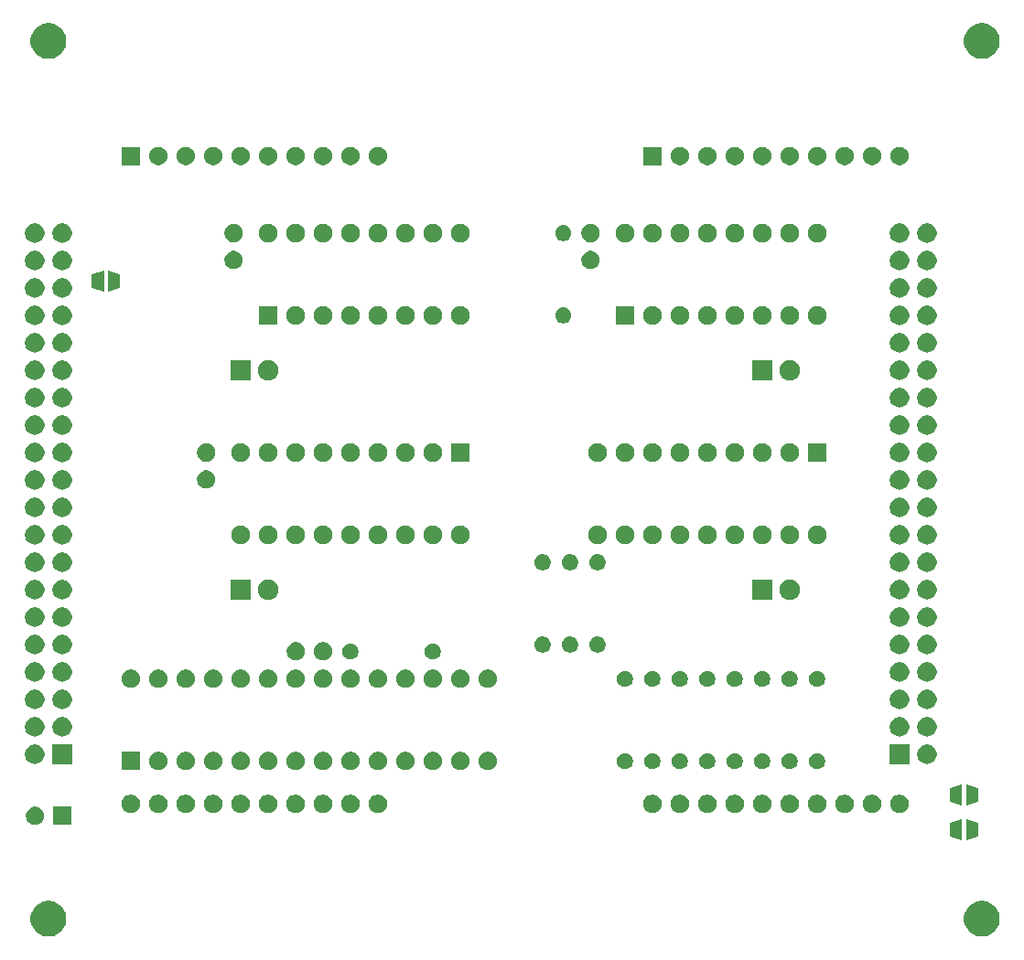
<source format=gts>
G04 #@! TF.GenerationSoftware,KiCad,Pcbnew,(5.1.5)-3*
G04 #@! TF.CreationDate,2020-05-04T16:27:50+09:00*
G04 #@! TF.ProjectId,bf-005,62662d30-3035-42e6-9b69-6361645f7063,V02L04*
G04 #@! TF.SameCoordinates,Original*
G04 #@! TF.FileFunction,Soldermask,Top*
G04 #@! TF.FilePolarity,Negative*
%FSLAX46Y46*%
G04 Gerber Fmt 4.6, Leading zero omitted, Abs format (unit mm)*
G04 Created by KiCad (PCBNEW (5.1.5)-3) date 2020-05-04 16:27:50*
%MOMM*%
%LPD*%
G04 APERTURE LIST*
%ADD10C,0.100000*%
G04 APERTURE END LIST*
D10*
G36*
X180715256Y-135551298D02*
G01*
X180821579Y-135572447D01*
X181122042Y-135696903D01*
X181392451Y-135877585D01*
X181622415Y-136107549D01*
X181803097Y-136377958D01*
X181927553Y-136678421D01*
X181991000Y-136997391D01*
X181991000Y-137322609D01*
X181927553Y-137641579D01*
X181803097Y-137942042D01*
X181622415Y-138212451D01*
X181392451Y-138442415D01*
X181122042Y-138623097D01*
X180821579Y-138747553D01*
X180715256Y-138768702D01*
X180502611Y-138811000D01*
X180177389Y-138811000D01*
X179964744Y-138768702D01*
X179858421Y-138747553D01*
X179557958Y-138623097D01*
X179287549Y-138442415D01*
X179057585Y-138212451D01*
X178876903Y-137942042D01*
X178752447Y-137641579D01*
X178689000Y-137322609D01*
X178689000Y-136997391D01*
X178752447Y-136678421D01*
X178876903Y-136377958D01*
X179057585Y-136107549D01*
X179287549Y-135877585D01*
X179557958Y-135696903D01*
X179858421Y-135572447D01*
X179964744Y-135551298D01*
X180177389Y-135509000D01*
X180502611Y-135509000D01*
X180715256Y-135551298D01*
G37*
G36*
X94355256Y-135551298D02*
G01*
X94461579Y-135572447D01*
X94762042Y-135696903D01*
X95032451Y-135877585D01*
X95262415Y-136107549D01*
X95443097Y-136377958D01*
X95567553Y-136678421D01*
X95631000Y-136997391D01*
X95631000Y-137322609D01*
X95567553Y-137641579D01*
X95443097Y-137942042D01*
X95262415Y-138212451D01*
X95032451Y-138442415D01*
X94762042Y-138623097D01*
X94461579Y-138747553D01*
X94355256Y-138768702D01*
X94142611Y-138811000D01*
X93817389Y-138811000D01*
X93604744Y-138768702D01*
X93498421Y-138747553D01*
X93197958Y-138623097D01*
X92927549Y-138442415D01*
X92697585Y-138212451D01*
X92516903Y-137942042D01*
X92392447Y-137641579D01*
X92329000Y-137322609D01*
X92329000Y-136997391D01*
X92392447Y-136678421D01*
X92516903Y-136377958D01*
X92697585Y-136107549D01*
X92927549Y-135877585D01*
X93197958Y-135696903D01*
X93498421Y-135572447D01*
X93604744Y-135551298D01*
X93817389Y-135509000D01*
X94142611Y-135509000D01*
X94355256Y-135551298D01*
G37*
G36*
X179986000Y-128267054D02*
G01*
X179986000Y-129542946D01*
X178884000Y-129873546D01*
X178884000Y-127936454D01*
X179986000Y-128267054D01*
G37*
G36*
X178486000Y-129873546D02*
G01*
X177384000Y-129542946D01*
X177384000Y-128267054D01*
X178486000Y-127936454D01*
X178486000Y-129873546D01*
G37*
G36*
X92998228Y-126816703D02*
G01*
X93153100Y-126880853D01*
X93292481Y-126973985D01*
X93411015Y-127092519D01*
X93504147Y-127231900D01*
X93568297Y-127386772D01*
X93601000Y-127551184D01*
X93601000Y-127718816D01*
X93568297Y-127883228D01*
X93504147Y-128038100D01*
X93411015Y-128177481D01*
X93292481Y-128296015D01*
X93153100Y-128389147D01*
X92998228Y-128453297D01*
X92833816Y-128486000D01*
X92666184Y-128486000D01*
X92501772Y-128453297D01*
X92346900Y-128389147D01*
X92207519Y-128296015D01*
X92088985Y-128177481D01*
X91995853Y-128038100D01*
X91931703Y-127883228D01*
X91899000Y-127718816D01*
X91899000Y-127551184D01*
X91931703Y-127386772D01*
X91995853Y-127231900D01*
X92088985Y-127092519D01*
X92207519Y-126973985D01*
X92346900Y-126880853D01*
X92501772Y-126816703D01*
X92666184Y-126784000D01*
X92833816Y-126784000D01*
X92998228Y-126816703D01*
G37*
G36*
X96101000Y-128486000D02*
G01*
X94399000Y-128486000D01*
X94399000Y-126784000D01*
X96101000Y-126784000D01*
X96101000Y-128486000D01*
G37*
G36*
X152648228Y-125701703D02*
G01*
X152803100Y-125765853D01*
X152942481Y-125858985D01*
X153061015Y-125977519D01*
X153154147Y-126116900D01*
X153218297Y-126271772D01*
X153251000Y-126436184D01*
X153251000Y-126603816D01*
X153218297Y-126768228D01*
X153154147Y-126923100D01*
X153061015Y-127062481D01*
X152942481Y-127181015D01*
X152803100Y-127274147D01*
X152648228Y-127338297D01*
X152483816Y-127371000D01*
X152316184Y-127371000D01*
X152151772Y-127338297D01*
X151996900Y-127274147D01*
X151857519Y-127181015D01*
X151738985Y-127062481D01*
X151645853Y-126923100D01*
X151581703Y-126768228D01*
X151549000Y-126603816D01*
X151549000Y-126436184D01*
X151581703Y-126271772D01*
X151645853Y-126116900D01*
X151738985Y-125977519D01*
X151857519Y-125858985D01*
X151996900Y-125765853D01*
X152151772Y-125701703D01*
X152316184Y-125669000D01*
X152483816Y-125669000D01*
X152648228Y-125701703D01*
G37*
G36*
X172968228Y-125701703D02*
G01*
X173123100Y-125765853D01*
X173262481Y-125858985D01*
X173381015Y-125977519D01*
X173474147Y-126116900D01*
X173538297Y-126271772D01*
X173571000Y-126436184D01*
X173571000Y-126603816D01*
X173538297Y-126768228D01*
X173474147Y-126923100D01*
X173381015Y-127062481D01*
X173262481Y-127181015D01*
X173123100Y-127274147D01*
X172968228Y-127338297D01*
X172803816Y-127371000D01*
X172636184Y-127371000D01*
X172471772Y-127338297D01*
X172316900Y-127274147D01*
X172177519Y-127181015D01*
X172058985Y-127062481D01*
X171965853Y-126923100D01*
X171901703Y-126768228D01*
X171869000Y-126603816D01*
X171869000Y-126436184D01*
X171901703Y-126271772D01*
X171965853Y-126116900D01*
X172058985Y-125977519D01*
X172177519Y-125858985D01*
X172316900Y-125765853D01*
X172471772Y-125701703D01*
X172636184Y-125669000D01*
X172803816Y-125669000D01*
X172968228Y-125701703D01*
G37*
G36*
X170428228Y-125701703D02*
G01*
X170583100Y-125765853D01*
X170722481Y-125858985D01*
X170841015Y-125977519D01*
X170934147Y-126116900D01*
X170998297Y-126271772D01*
X171031000Y-126436184D01*
X171031000Y-126603816D01*
X170998297Y-126768228D01*
X170934147Y-126923100D01*
X170841015Y-127062481D01*
X170722481Y-127181015D01*
X170583100Y-127274147D01*
X170428228Y-127338297D01*
X170263816Y-127371000D01*
X170096184Y-127371000D01*
X169931772Y-127338297D01*
X169776900Y-127274147D01*
X169637519Y-127181015D01*
X169518985Y-127062481D01*
X169425853Y-126923100D01*
X169361703Y-126768228D01*
X169329000Y-126603816D01*
X169329000Y-126436184D01*
X169361703Y-126271772D01*
X169425853Y-126116900D01*
X169518985Y-125977519D01*
X169637519Y-125858985D01*
X169776900Y-125765853D01*
X169931772Y-125701703D01*
X170096184Y-125669000D01*
X170263816Y-125669000D01*
X170428228Y-125701703D01*
G37*
G36*
X167888228Y-125701703D02*
G01*
X168043100Y-125765853D01*
X168182481Y-125858985D01*
X168301015Y-125977519D01*
X168394147Y-126116900D01*
X168458297Y-126271772D01*
X168491000Y-126436184D01*
X168491000Y-126603816D01*
X168458297Y-126768228D01*
X168394147Y-126923100D01*
X168301015Y-127062481D01*
X168182481Y-127181015D01*
X168043100Y-127274147D01*
X167888228Y-127338297D01*
X167723816Y-127371000D01*
X167556184Y-127371000D01*
X167391772Y-127338297D01*
X167236900Y-127274147D01*
X167097519Y-127181015D01*
X166978985Y-127062481D01*
X166885853Y-126923100D01*
X166821703Y-126768228D01*
X166789000Y-126603816D01*
X166789000Y-126436184D01*
X166821703Y-126271772D01*
X166885853Y-126116900D01*
X166978985Y-125977519D01*
X167097519Y-125858985D01*
X167236900Y-125765853D01*
X167391772Y-125701703D01*
X167556184Y-125669000D01*
X167723816Y-125669000D01*
X167888228Y-125701703D01*
G37*
G36*
X165348228Y-125701703D02*
G01*
X165503100Y-125765853D01*
X165642481Y-125858985D01*
X165761015Y-125977519D01*
X165854147Y-126116900D01*
X165918297Y-126271772D01*
X165951000Y-126436184D01*
X165951000Y-126603816D01*
X165918297Y-126768228D01*
X165854147Y-126923100D01*
X165761015Y-127062481D01*
X165642481Y-127181015D01*
X165503100Y-127274147D01*
X165348228Y-127338297D01*
X165183816Y-127371000D01*
X165016184Y-127371000D01*
X164851772Y-127338297D01*
X164696900Y-127274147D01*
X164557519Y-127181015D01*
X164438985Y-127062481D01*
X164345853Y-126923100D01*
X164281703Y-126768228D01*
X164249000Y-126603816D01*
X164249000Y-126436184D01*
X164281703Y-126271772D01*
X164345853Y-126116900D01*
X164438985Y-125977519D01*
X164557519Y-125858985D01*
X164696900Y-125765853D01*
X164851772Y-125701703D01*
X165016184Y-125669000D01*
X165183816Y-125669000D01*
X165348228Y-125701703D01*
G37*
G36*
X162808228Y-125701703D02*
G01*
X162963100Y-125765853D01*
X163102481Y-125858985D01*
X163221015Y-125977519D01*
X163314147Y-126116900D01*
X163378297Y-126271772D01*
X163411000Y-126436184D01*
X163411000Y-126603816D01*
X163378297Y-126768228D01*
X163314147Y-126923100D01*
X163221015Y-127062481D01*
X163102481Y-127181015D01*
X162963100Y-127274147D01*
X162808228Y-127338297D01*
X162643816Y-127371000D01*
X162476184Y-127371000D01*
X162311772Y-127338297D01*
X162156900Y-127274147D01*
X162017519Y-127181015D01*
X161898985Y-127062481D01*
X161805853Y-126923100D01*
X161741703Y-126768228D01*
X161709000Y-126603816D01*
X161709000Y-126436184D01*
X161741703Y-126271772D01*
X161805853Y-126116900D01*
X161898985Y-125977519D01*
X162017519Y-125858985D01*
X162156900Y-125765853D01*
X162311772Y-125701703D01*
X162476184Y-125669000D01*
X162643816Y-125669000D01*
X162808228Y-125701703D01*
G37*
G36*
X160268228Y-125701703D02*
G01*
X160423100Y-125765853D01*
X160562481Y-125858985D01*
X160681015Y-125977519D01*
X160774147Y-126116900D01*
X160838297Y-126271772D01*
X160871000Y-126436184D01*
X160871000Y-126603816D01*
X160838297Y-126768228D01*
X160774147Y-126923100D01*
X160681015Y-127062481D01*
X160562481Y-127181015D01*
X160423100Y-127274147D01*
X160268228Y-127338297D01*
X160103816Y-127371000D01*
X159936184Y-127371000D01*
X159771772Y-127338297D01*
X159616900Y-127274147D01*
X159477519Y-127181015D01*
X159358985Y-127062481D01*
X159265853Y-126923100D01*
X159201703Y-126768228D01*
X159169000Y-126603816D01*
X159169000Y-126436184D01*
X159201703Y-126271772D01*
X159265853Y-126116900D01*
X159358985Y-125977519D01*
X159477519Y-125858985D01*
X159616900Y-125765853D01*
X159771772Y-125701703D01*
X159936184Y-125669000D01*
X160103816Y-125669000D01*
X160268228Y-125701703D01*
G37*
G36*
X157728228Y-125701703D02*
G01*
X157883100Y-125765853D01*
X158022481Y-125858985D01*
X158141015Y-125977519D01*
X158234147Y-126116900D01*
X158298297Y-126271772D01*
X158331000Y-126436184D01*
X158331000Y-126603816D01*
X158298297Y-126768228D01*
X158234147Y-126923100D01*
X158141015Y-127062481D01*
X158022481Y-127181015D01*
X157883100Y-127274147D01*
X157728228Y-127338297D01*
X157563816Y-127371000D01*
X157396184Y-127371000D01*
X157231772Y-127338297D01*
X157076900Y-127274147D01*
X156937519Y-127181015D01*
X156818985Y-127062481D01*
X156725853Y-126923100D01*
X156661703Y-126768228D01*
X156629000Y-126603816D01*
X156629000Y-126436184D01*
X156661703Y-126271772D01*
X156725853Y-126116900D01*
X156818985Y-125977519D01*
X156937519Y-125858985D01*
X157076900Y-125765853D01*
X157231772Y-125701703D01*
X157396184Y-125669000D01*
X157563816Y-125669000D01*
X157728228Y-125701703D01*
G37*
G36*
X155188228Y-125701703D02*
G01*
X155343100Y-125765853D01*
X155482481Y-125858985D01*
X155601015Y-125977519D01*
X155694147Y-126116900D01*
X155758297Y-126271772D01*
X155791000Y-126436184D01*
X155791000Y-126603816D01*
X155758297Y-126768228D01*
X155694147Y-126923100D01*
X155601015Y-127062481D01*
X155482481Y-127181015D01*
X155343100Y-127274147D01*
X155188228Y-127338297D01*
X155023816Y-127371000D01*
X154856184Y-127371000D01*
X154691772Y-127338297D01*
X154536900Y-127274147D01*
X154397519Y-127181015D01*
X154278985Y-127062481D01*
X154185853Y-126923100D01*
X154121703Y-126768228D01*
X154089000Y-126603816D01*
X154089000Y-126436184D01*
X154121703Y-126271772D01*
X154185853Y-126116900D01*
X154278985Y-125977519D01*
X154397519Y-125858985D01*
X154536900Y-125765853D01*
X154691772Y-125701703D01*
X154856184Y-125669000D01*
X155023816Y-125669000D01*
X155188228Y-125701703D01*
G37*
G36*
X150108228Y-125701703D02*
G01*
X150263100Y-125765853D01*
X150402481Y-125858985D01*
X150521015Y-125977519D01*
X150614147Y-126116900D01*
X150678297Y-126271772D01*
X150711000Y-126436184D01*
X150711000Y-126603816D01*
X150678297Y-126768228D01*
X150614147Y-126923100D01*
X150521015Y-127062481D01*
X150402481Y-127181015D01*
X150263100Y-127274147D01*
X150108228Y-127338297D01*
X149943816Y-127371000D01*
X149776184Y-127371000D01*
X149611772Y-127338297D01*
X149456900Y-127274147D01*
X149317519Y-127181015D01*
X149198985Y-127062481D01*
X149105853Y-126923100D01*
X149041703Y-126768228D01*
X149009000Y-126603816D01*
X149009000Y-126436184D01*
X149041703Y-126271772D01*
X149105853Y-126116900D01*
X149198985Y-125977519D01*
X149317519Y-125858985D01*
X149456900Y-125765853D01*
X149611772Y-125701703D01*
X149776184Y-125669000D01*
X149943816Y-125669000D01*
X150108228Y-125701703D01*
G37*
G36*
X104388228Y-125701703D02*
G01*
X104543100Y-125765853D01*
X104682481Y-125858985D01*
X104801015Y-125977519D01*
X104894147Y-126116900D01*
X104958297Y-126271772D01*
X104991000Y-126436184D01*
X104991000Y-126603816D01*
X104958297Y-126768228D01*
X104894147Y-126923100D01*
X104801015Y-127062481D01*
X104682481Y-127181015D01*
X104543100Y-127274147D01*
X104388228Y-127338297D01*
X104223816Y-127371000D01*
X104056184Y-127371000D01*
X103891772Y-127338297D01*
X103736900Y-127274147D01*
X103597519Y-127181015D01*
X103478985Y-127062481D01*
X103385853Y-126923100D01*
X103321703Y-126768228D01*
X103289000Y-126603816D01*
X103289000Y-126436184D01*
X103321703Y-126271772D01*
X103385853Y-126116900D01*
X103478985Y-125977519D01*
X103597519Y-125858985D01*
X103736900Y-125765853D01*
X103891772Y-125701703D01*
X104056184Y-125669000D01*
X104223816Y-125669000D01*
X104388228Y-125701703D01*
G37*
G36*
X106928228Y-125701703D02*
G01*
X107083100Y-125765853D01*
X107222481Y-125858985D01*
X107341015Y-125977519D01*
X107434147Y-126116900D01*
X107498297Y-126271772D01*
X107531000Y-126436184D01*
X107531000Y-126603816D01*
X107498297Y-126768228D01*
X107434147Y-126923100D01*
X107341015Y-127062481D01*
X107222481Y-127181015D01*
X107083100Y-127274147D01*
X106928228Y-127338297D01*
X106763816Y-127371000D01*
X106596184Y-127371000D01*
X106431772Y-127338297D01*
X106276900Y-127274147D01*
X106137519Y-127181015D01*
X106018985Y-127062481D01*
X105925853Y-126923100D01*
X105861703Y-126768228D01*
X105829000Y-126603816D01*
X105829000Y-126436184D01*
X105861703Y-126271772D01*
X105925853Y-126116900D01*
X106018985Y-125977519D01*
X106137519Y-125858985D01*
X106276900Y-125765853D01*
X106431772Y-125701703D01*
X106596184Y-125669000D01*
X106763816Y-125669000D01*
X106928228Y-125701703D01*
G37*
G36*
X109468228Y-125701703D02*
G01*
X109623100Y-125765853D01*
X109762481Y-125858985D01*
X109881015Y-125977519D01*
X109974147Y-126116900D01*
X110038297Y-126271772D01*
X110071000Y-126436184D01*
X110071000Y-126603816D01*
X110038297Y-126768228D01*
X109974147Y-126923100D01*
X109881015Y-127062481D01*
X109762481Y-127181015D01*
X109623100Y-127274147D01*
X109468228Y-127338297D01*
X109303816Y-127371000D01*
X109136184Y-127371000D01*
X108971772Y-127338297D01*
X108816900Y-127274147D01*
X108677519Y-127181015D01*
X108558985Y-127062481D01*
X108465853Y-126923100D01*
X108401703Y-126768228D01*
X108369000Y-126603816D01*
X108369000Y-126436184D01*
X108401703Y-126271772D01*
X108465853Y-126116900D01*
X108558985Y-125977519D01*
X108677519Y-125858985D01*
X108816900Y-125765853D01*
X108971772Y-125701703D01*
X109136184Y-125669000D01*
X109303816Y-125669000D01*
X109468228Y-125701703D01*
G37*
G36*
X112008228Y-125701703D02*
G01*
X112163100Y-125765853D01*
X112302481Y-125858985D01*
X112421015Y-125977519D01*
X112514147Y-126116900D01*
X112578297Y-126271772D01*
X112611000Y-126436184D01*
X112611000Y-126603816D01*
X112578297Y-126768228D01*
X112514147Y-126923100D01*
X112421015Y-127062481D01*
X112302481Y-127181015D01*
X112163100Y-127274147D01*
X112008228Y-127338297D01*
X111843816Y-127371000D01*
X111676184Y-127371000D01*
X111511772Y-127338297D01*
X111356900Y-127274147D01*
X111217519Y-127181015D01*
X111098985Y-127062481D01*
X111005853Y-126923100D01*
X110941703Y-126768228D01*
X110909000Y-126603816D01*
X110909000Y-126436184D01*
X110941703Y-126271772D01*
X111005853Y-126116900D01*
X111098985Y-125977519D01*
X111217519Y-125858985D01*
X111356900Y-125765853D01*
X111511772Y-125701703D01*
X111676184Y-125669000D01*
X111843816Y-125669000D01*
X112008228Y-125701703D01*
G37*
G36*
X114548228Y-125701703D02*
G01*
X114703100Y-125765853D01*
X114842481Y-125858985D01*
X114961015Y-125977519D01*
X115054147Y-126116900D01*
X115118297Y-126271772D01*
X115151000Y-126436184D01*
X115151000Y-126603816D01*
X115118297Y-126768228D01*
X115054147Y-126923100D01*
X114961015Y-127062481D01*
X114842481Y-127181015D01*
X114703100Y-127274147D01*
X114548228Y-127338297D01*
X114383816Y-127371000D01*
X114216184Y-127371000D01*
X114051772Y-127338297D01*
X113896900Y-127274147D01*
X113757519Y-127181015D01*
X113638985Y-127062481D01*
X113545853Y-126923100D01*
X113481703Y-126768228D01*
X113449000Y-126603816D01*
X113449000Y-126436184D01*
X113481703Y-126271772D01*
X113545853Y-126116900D01*
X113638985Y-125977519D01*
X113757519Y-125858985D01*
X113896900Y-125765853D01*
X114051772Y-125701703D01*
X114216184Y-125669000D01*
X114383816Y-125669000D01*
X114548228Y-125701703D01*
G37*
G36*
X117088228Y-125701703D02*
G01*
X117243100Y-125765853D01*
X117382481Y-125858985D01*
X117501015Y-125977519D01*
X117594147Y-126116900D01*
X117658297Y-126271772D01*
X117691000Y-126436184D01*
X117691000Y-126603816D01*
X117658297Y-126768228D01*
X117594147Y-126923100D01*
X117501015Y-127062481D01*
X117382481Y-127181015D01*
X117243100Y-127274147D01*
X117088228Y-127338297D01*
X116923816Y-127371000D01*
X116756184Y-127371000D01*
X116591772Y-127338297D01*
X116436900Y-127274147D01*
X116297519Y-127181015D01*
X116178985Y-127062481D01*
X116085853Y-126923100D01*
X116021703Y-126768228D01*
X115989000Y-126603816D01*
X115989000Y-126436184D01*
X116021703Y-126271772D01*
X116085853Y-126116900D01*
X116178985Y-125977519D01*
X116297519Y-125858985D01*
X116436900Y-125765853D01*
X116591772Y-125701703D01*
X116756184Y-125669000D01*
X116923816Y-125669000D01*
X117088228Y-125701703D01*
G37*
G36*
X119628228Y-125701703D02*
G01*
X119783100Y-125765853D01*
X119922481Y-125858985D01*
X120041015Y-125977519D01*
X120134147Y-126116900D01*
X120198297Y-126271772D01*
X120231000Y-126436184D01*
X120231000Y-126603816D01*
X120198297Y-126768228D01*
X120134147Y-126923100D01*
X120041015Y-127062481D01*
X119922481Y-127181015D01*
X119783100Y-127274147D01*
X119628228Y-127338297D01*
X119463816Y-127371000D01*
X119296184Y-127371000D01*
X119131772Y-127338297D01*
X118976900Y-127274147D01*
X118837519Y-127181015D01*
X118718985Y-127062481D01*
X118625853Y-126923100D01*
X118561703Y-126768228D01*
X118529000Y-126603816D01*
X118529000Y-126436184D01*
X118561703Y-126271772D01*
X118625853Y-126116900D01*
X118718985Y-125977519D01*
X118837519Y-125858985D01*
X118976900Y-125765853D01*
X119131772Y-125701703D01*
X119296184Y-125669000D01*
X119463816Y-125669000D01*
X119628228Y-125701703D01*
G37*
G36*
X122168228Y-125701703D02*
G01*
X122323100Y-125765853D01*
X122462481Y-125858985D01*
X122581015Y-125977519D01*
X122674147Y-126116900D01*
X122738297Y-126271772D01*
X122771000Y-126436184D01*
X122771000Y-126603816D01*
X122738297Y-126768228D01*
X122674147Y-126923100D01*
X122581015Y-127062481D01*
X122462481Y-127181015D01*
X122323100Y-127274147D01*
X122168228Y-127338297D01*
X122003816Y-127371000D01*
X121836184Y-127371000D01*
X121671772Y-127338297D01*
X121516900Y-127274147D01*
X121377519Y-127181015D01*
X121258985Y-127062481D01*
X121165853Y-126923100D01*
X121101703Y-126768228D01*
X121069000Y-126603816D01*
X121069000Y-126436184D01*
X121101703Y-126271772D01*
X121165853Y-126116900D01*
X121258985Y-125977519D01*
X121377519Y-125858985D01*
X121516900Y-125765853D01*
X121671772Y-125701703D01*
X121836184Y-125669000D01*
X122003816Y-125669000D01*
X122168228Y-125701703D01*
G37*
G36*
X101848228Y-125701703D02*
G01*
X102003100Y-125765853D01*
X102142481Y-125858985D01*
X102261015Y-125977519D01*
X102354147Y-126116900D01*
X102418297Y-126271772D01*
X102451000Y-126436184D01*
X102451000Y-126603816D01*
X102418297Y-126768228D01*
X102354147Y-126923100D01*
X102261015Y-127062481D01*
X102142481Y-127181015D01*
X102003100Y-127274147D01*
X101848228Y-127338297D01*
X101683816Y-127371000D01*
X101516184Y-127371000D01*
X101351772Y-127338297D01*
X101196900Y-127274147D01*
X101057519Y-127181015D01*
X100938985Y-127062481D01*
X100845853Y-126923100D01*
X100781703Y-126768228D01*
X100749000Y-126603816D01*
X100749000Y-126436184D01*
X100781703Y-126271772D01*
X100845853Y-126116900D01*
X100938985Y-125977519D01*
X101057519Y-125858985D01*
X101196900Y-125765853D01*
X101351772Y-125701703D01*
X101516184Y-125669000D01*
X101683816Y-125669000D01*
X101848228Y-125701703D01*
G37*
G36*
X124708228Y-125701703D02*
G01*
X124863100Y-125765853D01*
X125002481Y-125858985D01*
X125121015Y-125977519D01*
X125214147Y-126116900D01*
X125278297Y-126271772D01*
X125311000Y-126436184D01*
X125311000Y-126603816D01*
X125278297Y-126768228D01*
X125214147Y-126923100D01*
X125121015Y-127062481D01*
X125002481Y-127181015D01*
X124863100Y-127274147D01*
X124708228Y-127338297D01*
X124543816Y-127371000D01*
X124376184Y-127371000D01*
X124211772Y-127338297D01*
X124056900Y-127274147D01*
X123917519Y-127181015D01*
X123798985Y-127062481D01*
X123705853Y-126923100D01*
X123641703Y-126768228D01*
X123609000Y-126603816D01*
X123609000Y-126436184D01*
X123641703Y-126271772D01*
X123705853Y-126116900D01*
X123798985Y-125977519D01*
X123917519Y-125858985D01*
X124056900Y-125765853D01*
X124211772Y-125701703D01*
X124376184Y-125669000D01*
X124543816Y-125669000D01*
X124708228Y-125701703D01*
G37*
G36*
X178486000Y-126698546D02*
G01*
X177384000Y-126367946D01*
X177384000Y-125092054D01*
X178486000Y-124761454D01*
X178486000Y-126698546D01*
G37*
G36*
X179986000Y-125092054D02*
G01*
X179986000Y-126367946D01*
X178884000Y-126698546D01*
X178884000Y-124761454D01*
X179986000Y-125092054D01*
G37*
G36*
X127248228Y-121736703D02*
G01*
X127403100Y-121800853D01*
X127542481Y-121893985D01*
X127661015Y-122012519D01*
X127754147Y-122151900D01*
X127818297Y-122306772D01*
X127851000Y-122471184D01*
X127851000Y-122638816D01*
X127818297Y-122803228D01*
X127754147Y-122958100D01*
X127661015Y-123097481D01*
X127542481Y-123216015D01*
X127403100Y-123309147D01*
X127248228Y-123373297D01*
X127083816Y-123406000D01*
X126916184Y-123406000D01*
X126751772Y-123373297D01*
X126596900Y-123309147D01*
X126457519Y-123216015D01*
X126338985Y-123097481D01*
X126245853Y-122958100D01*
X126181703Y-122803228D01*
X126149000Y-122638816D01*
X126149000Y-122471184D01*
X126181703Y-122306772D01*
X126245853Y-122151900D01*
X126338985Y-122012519D01*
X126457519Y-121893985D01*
X126596900Y-121800853D01*
X126751772Y-121736703D01*
X126916184Y-121704000D01*
X127083816Y-121704000D01*
X127248228Y-121736703D01*
G37*
G36*
X112008228Y-121736703D02*
G01*
X112163100Y-121800853D01*
X112302481Y-121893985D01*
X112421015Y-122012519D01*
X112514147Y-122151900D01*
X112578297Y-122306772D01*
X112611000Y-122471184D01*
X112611000Y-122638816D01*
X112578297Y-122803228D01*
X112514147Y-122958100D01*
X112421015Y-123097481D01*
X112302481Y-123216015D01*
X112163100Y-123309147D01*
X112008228Y-123373297D01*
X111843816Y-123406000D01*
X111676184Y-123406000D01*
X111511772Y-123373297D01*
X111356900Y-123309147D01*
X111217519Y-123216015D01*
X111098985Y-123097481D01*
X111005853Y-122958100D01*
X110941703Y-122803228D01*
X110909000Y-122638816D01*
X110909000Y-122471184D01*
X110941703Y-122306772D01*
X111005853Y-122151900D01*
X111098985Y-122012519D01*
X111217519Y-121893985D01*
X111356900Y-121800853D01*
X111511772Y-121736703D01*
X111676184Y-121704000D01*
X111843816Y-121704000D01*
X112008228Y-121736703D01*
G37*
G36*
X109468228Y-121736703D02*
G01*
X109623100Y-121800853D01*
X109762481Y-121893985D01*
X109881015Y-122012519D01*
X109974147Y-122151900D01*
X110038297Y-122306772D01*
X110071000Y-122471184D01*
X110071000Y-122638816D01*
X110038297Y-122803228D01*
X109974147Y-122958100D01*
X109881015Y-123097481D01*
X109762481Y-123216015D01*
X109623100Y-123309147D01*
X109468228Y-123373297D01*
X109303816Y-123406000D01*
X109136184Y-123406000D01*
X108971772Y-123373297D01*
X108816900Y-123309147D01*
X108677519Y-123216015D01*
X108558985Y-123097481D01*
X108465853Y-122958100D01*
X108401703Y-122803228D01*
X108369000Y-122638816D01*
X108369000Y-122471184D01*
X108401703Y-122306772D01*
X108465853Y-122151900D01*
X108558985Y-122012519D01*
X108677519Y-121893985D01*
X108816900Y-121800853D01*
X108971772Y-121736703D01*
X109136184Y-121704000D01*
X109303816Y-121704000D01*
X109468228Y-121736703D01*
G37*
G36*
X106928228Y-121736703D02*
G01*
X107083100Y-121800853D01*
X107222481Y-121893985D01*
X107341015Y-122012519D01*
X107434147Y-122151900D01*
X107498297Y-122306772D01*
X107531000Y-122471184D01*
X107531000Y-122638816D01*
X107498297Y-122803228D01*
X107434147Y-122958100D01*
X107341015Y-123097481D01*
X107222481Y-123216015D01*
X107083100Y-123309147D01*
X106928228Y-123373297D01*
X106763816Y-123406000D01*
X106596184Y-123406000D01*
X106431772Y-123373297D01*
X106276900Y-123309147D01*
X106137519Y-123216015D01*
X106018985Y-123097481D01*
X105925853Y-122958100D01*
X105861703Y-122803228D01*
X105829000Y-122638816D01*
X105829000Y-122471184D01*
X105861703Y-122306772D01*
X105925853Y-122151900D01*
X106018985Y-122012519D01*
X106137519Y-121893985D01*
X106276900Y-121800853D01*
X106431772Y-121736703D01*
X106596184Y-121704000D01*
X106763816Y-121704000D01*
X106928228Y-121736703D01*
G37*
G36*
X104388228Y-121736703D02*
G01*
X104543100Y-121800853D01*
X104682481Y-121893985D01*
X104801015Y-122012519D01*
X104894147Y-122151900D01*
X104958297Y-122306772D01*
X104991000Y-122471184D01*
X104991000Y-122638816D01*
X104958297Y-122803228D01*
X104894147Y-122958100D01*
X104801015Y-123097481D01*
X104682481Y-123216015D01*
X104543100Y-123309147D01*
X104388228Y-123373297D01*
X104223816Y-123406000D01*
X104056184Y-123406000D01*
X103891772Y-123373297D01*
X103736900Y-123309147D01*
X103597519Y-123216015D01*
X103478985Y-123097481D01*
X103385853Y-122958100D01*
X103321703Y-122803228D01*
X103289000Y-122638816D01*
X103289000Y-122471184D01*
X103321703Y-122306772D01*
X103385853Y-122151900D01*
X103478985Y-122012519D01*
X103597519Y-121893985D01*
X103736900Y-121800853D01*
X103891772Y-121736703D01*
X104056184Y-121704000D01*
X104223816Y-121704000D01*
X104388228Y-121736703D01*
G37*
G36*
X102451000Y-123406000D02*
G01*
X100749000Y-123406000D01*
X100749000Y-121704000D01*
X102451000Y-121704000D01*
X102451000Y-123406000D01*
G37*
G36*
X132328228Y-121736703D02*
G01*
X132483100Y-121800853D01*
X132622481Y-121893985D01*
X132741015Y-122012519D01*
X132834147Y-122151900D01*
X132898297Y-122306772D01*
X132931000Y-122471184D01*
X132931000Y-122638816D01*
X132898297Y-122803228D01*
X132834147Y-122958100D01*
X132741015Y-123097481D01*
X132622481Y-123216015D01*
X132483100Y-123309147D01*
X132328228Y-123373297D01*
X132163816Y-123406000D01*
X131996184Y-123406000D01*
X131831772Y-123373297D01*
X131676900Y-123309147D01*
X131537519Y-123216015D01*
X131418985Y-123097481D01*
X131325853Y-122958100D01*
X131261703Y-122803228D01*
X131229000Y-122638816D01*
X131229000Y-122471184D01*
X131261703Y-122306772D01*
X131325853Y-122151900D01*
X131418985Y-122012519D01*
X131537519Y-121893985D01*
X131676900Y-121800853D01*
X131831772Y-121736703D01*
X131996184Y-121704000D01*
X132163816Y-121704000D01*
X132328228Y-121736703D01*
G37*
G36*
X134868228Y-121736703D02*
G01*
X135023100Y-121800853D01*
X135162481Y-121893985D01*
X135281015Y-122012519D01*
X135374147Y-122151900D01*
X135438297Y-122306772D01*
X135471000Y-122471184D01*
X135471000Y-122638816D01*
X135438297Y-122803228D01*
X135374147Y-122958100D01*
X135281015Y-123097481D01*
X135162481Y-123216015D01*
X135023100Y-123309147D01*
X134868228Y-123373297D01*
X134703816Y-123406000D01*
X134536184Y-123406000D01*
X134371772Y-123373297D01*
X134216900Y-123309147D01*
X134077519Y-123216015D01*
X133958985Y-123097481D01*
X133865853Y-122958100D01*
X133801703Y-122803228D01*
X133769000Y-122638816D01*
X133769000Y-122471184D01*
X133801703Y-122306772D01*
X133865853Y-122151900D01*
X133958985Y-122012519D01*
X134077519Y-121893985D01*
X134216900Y-121800853D01*
X134371772Y-121736703D01*
X134536184Y-121704000D01*
X134703816Y-121704000D01*
X134868228Y-121736703D01*
G37*
G36*
X129788228Y-121736703D02*
G01*
X129943100Y-121800853D01*
X130082481Y-121893985D01*
X130201015Y-122012519D01*
X130294147Y-122151900D01*
X130358297Y-122306772D01*
X130391000Y-122471184D01*
X130391000Y-122638816D01*
X130358297Y-122803228D01*
X130294147Y-122958100D01*
X130201015Y-123097481D01*
X130082481Y-123216015D01*
X129943100Y-123309147D01*
X129788228Y-123373297D01*
X129623816Y-123406000D01*
X129456184Y-123406000D01*
X129291772Y-123373297D01*
X129136900Y-123309147D01*
X128997519Y-123216015D01*
X128878985Y-123097481D01*
X128785853Y-122958100D01*
X128721703Y-122803228D01*
X128689000Y-122638816D01*
X128689000Y-122471184D01*
X128721703Y-122306772D01*
X128785853Y-122151900D01*
X128878985Y-122012519D01*
X128997519Y-121893985D01*
X129136900Y-121800853D01*
X129291772Y-121736703D01*
X129456184Y-121704000D01*
X129623816Y-121704000D01*
X129788228Y-121736703D01*
G37*
G36*
X124708228Y-121736703D02*
G01*
X124863100Y-121800853D01*
X125002481Y-121893985D01*
X125121015Y-122012519D01*
X125214147Y-122151900D01*
X125278297Y-122306772D01*
X125311000Y-122471184D01*
X125311000Y-122638816D01*
X125278297Y-122803228D01*
X125214147Y-122958100D01*
X125121015Y-123097481D01*
X125002481Y-123216015D01*
X124863100Y-123309147D01*
X124708228Y-123373297D01*
X124543816Y-123406000D01*
X124376184Y-123406000D01*
X124211772Y-123373297D01*
X124056900Y-123309147D01*
X123917519Y-123216015D01*
X123798985Y-123097481D01*
X123705853Y-122958100D01*
X123641703Y-122803228D01*
X123609000Y-122638816D01*
X123609000Y-122471184D01*
X123641703Y-122306772D01*
X123705853Y-122151900D01*
X123798985Y-122012519D01*
X123917519Y-121893985D01*
X124056900Y-121800853D01*
X124211772Y-121736703D01*
X124376184Y-121704000D01*
X124543816Y-121704000D01*
X124708228Y-121736703D01*
G37*
G36*
X117088228Y-121736703D02*
G01*
X117243100Y-121800853D01*
X117382481Y-121893985D01*
X117501015Y-122012519D01*
X117594147Y-122151900D01*
X117658297Y-122306772D01*
X117691000Y-122471184D01*
X117691000Y-122638816D01*
X117658297Y-122803228D01*
X117594147Y-122958100D01*
X117501015Y-123097481D01*
X117382481Y-123216015D01*
X117243100Y-123309147D01*
X117088228Y-123373297D01*
X116923816Y-123406000D01*
X116756184Y-123406000D01*
X116591772Y-123373297D01*
X116436900Y-123309147D01*
X116297519Y-123216015D01*
X116178985Y-123097481D01*
X116085853Y-122958100D01*
X116021703Y-122803228D01*
X115989000Y-122638816D01*
X115989000Y-122471184D01*
X116021703Y-122306772D01*
X116085853Y-122151900D01*
X116178985Y-122012519D01*
X116297519Y-121893985D01*
X116436900Y-121800853D01*
X116591772Y-121736703D01*
X116756184Y-121704000D01*
X116923816Y-121704000D01*
X117088228Y-121736703D01*
G37*
G36*
X119628228Y-121736703D02*
G01*
X119783100Y-121800853D01*
X119922481Y-121893985D01*
X120041015Y-122012519D01*
X120134147Y-122151900D01*
X120198297Y-122306772D01*
X120231000Y-122471184D01*
X120231000Y-122638816D01*
X120198297Y-122803228D01*
X120134147Y-122958100D01*
X120041015Y-123097481D01*
X119922481Y-123216015D01*
X119783100Y-123309147D01*
X119628228Y-123373297D01*
X119463816Y-123406000D01*
X119296184Y-123406000D01*
X119131772Y-123373297D01*
X118976900Y-123309147D01*
X118837519Y-123216015D01*
X118718985Y-123097481D01*
X118625853Y-122958100D01*
X118561703Y-122803228D01*
X118529000Y-122638816D01*
X118529000Y-122471184D01*
X118561703Y-122306772D01*
X118625853Y-122151900D01*
X118718985Y-122012519D01*
X118837519Y-121893985D01*
X118976900Y-121800853D01*
X119131772Y-121736703D01*
X119296184Y-121704000D01*
X119463816Y-121704000D01*
X119628228Y-121736703D01*
G37*
G36*
X122168228Y-121736703D02*
G01*
X122323100Y-121800853D01*
X122462481Y-121893985D01*
X122581015Y-122012519D01*
X122674147Y-122151900D01*
X122738297Y-122306772D01*
X122771000Y-122471184D01*
X122771000Y-122638816D01*
X122738297Y-122803228D01*
X122674147Y-122958100D01*
X122581015Y-123097481D01*
X122462481Y-123216015D01*
X122323100Y-123309147D01*
X122168228Y-123373297D01*
X122003816Y-123406000D01*
X121836184Y-123406000D01*
X121671772Y-123373297D01*
X121516900Y-123309147D01*
X121377519Y-123216015D01*
X121258985Y-123097481D01*
X121165853Y-122958100D01*
X121101703Y-122803228D01*
X121069000Y-122638816D01*
X121069000Y-122471184D01*
X121101703Y-122306772D01*
X121165853Y-122151900D01*
X121258985Y-122012519D01*
X121377519Y-121893985D01*
X121516900Y-121800853D01*
X121671772Y-121736703D01*
X121836184Y-121704000D01*
X122003816Y-121704000D01*
X122168228Y-121736703D01*
G37*
G36*
X114548228Y-121736703D02*
G01*
X114703100Y-121800853D01*
X114842481Y-121893985D01*
X114961015Y-122012519D01*
X115054147Y-122151900D01*
X115118297Y-122306772D01*
X115151000Y-122471184D01*
X115151000Y-122638816D01*
X115118297Y-122803228D01*
X115054147Y-122958100D01*
X114961015Y-123097481D01*
X114842481Y-123216015D01*
X114703100Y-123309147D01*
X114548228Y-123373297D01*
X114383816Y-123406000D01*
X114216184Y-123406000D01*
X114051772Y-123373297D01*
X113896900Y-123309147D01*
X113757519Y-123216015D01*
X113638985Y-123097481D01*
X113545853Y-122958100D01*
X113481703Y-122803228D01*
X113449000Y-122638816D01*
X113449000Y-122471184D01*
X113481703Y-122306772D01*
X113545853Y-122151900D01*
X113638985Y-122012519D01*
X113757519Y-121893985D01*
X113896900Y-121800853D01*
X114051772Y-121736703D01*
X114216184Y-121704000D01*
X114383816Y-121704000D01*
X114548228Y-121736703D01*
G37*
G36*
X165311005Y-121831258D02*
G01*
X165319059Y-121832860D01*
X165455732Y-121889472D01*
X165578735Y-121971660D01*
X165683340Y-122076265D01*
X165765528Y-122199268D01*
X165822140Y-122335941D01*
X165851000Y-122481033D01*
X165851000Y-122628967D01*
X165822140Y-122774059D01*
X165765528Y-122910732D01*
X165683340Y-123033735D01*
X165578735Y-123138340D01*
X165455732Y-123220528D01*
X165455731Y-123220529D01*
X165455730Y-123220529D01*
X165319059Y-123277140D01*
X165173968Y-123306000D01*
X165026032Y-123306000D01*
X164880941Y-123277140D01*
X164744270Y-123220529D01*
X164744269Y-123220529D01*
X164744268Y-123220528D01*
X164621265Y-123138340D01*
X164516660Y-123033735D01*
X164434472Y-122910732D01*
X164377860Y-122774059D01*
X164349000Y-122628967D01*
X164349000Y-122481033D01*
X164377860Y-122335941D01*
X164434472Y-122199268D01*
X164516660Y-122076265D01*
X164621265Y-121971660D01*
X164744268Y-121889472D01*
X164880941Y-121832860D01*
X164888995Y-121831258D01*
X165026032Y-121804000D01*
X165173968Y-121804000D01*
X165311005Y-121831258D01*
G37*
G36*
X147531005Y-121831258D02*
G01*
X147539059Y-121832860D01*
X147675732Y-121889472D01*
X147798735Y-121971660D01*
X147903340Y-122076265D01*
X147985528Y-122199268D01*
X148042140Y-122335941D01*
X148071000Y-122481033D01*
X148071000Y-122628967D01*
X148042140Y-122774059D01*
X147985528Y-122910732D01*
X147903340Y-123033735D01*
X147798735Y-123138340D01*
X147675732Y-123220528D01*
X147675731Y-123220529D01*
X147675730Y-123220529D01*
X147539059Y-123277140D01*
X147393968Y-123306000D01*
X147246032Y-123306000D01*
X147100941Y-123277140D01*
X146964270Y-123220529D01*
X146964269Y-123220529D01*
X146964268Y-123220528D01*
X146841265Y-123138340D01*
X146736660Y-123033735D01*
X146654472Y-122910732D01*
X146597860Y-122774059D01*
X146569000Y-122628967D01*
X146569000Y-122481033D01*
X146597860Y-122335941D01*
X146654472Y-122199268D01*
X146736660Y-122076265D01*
X146841265Y-121971660D01*
X146964268Y-121889472D01*
X147100941Y-121832860D01*
X147108995Y-121831258D01*
X147246032Y-121804000D01*
X147393968Y-121804000D01*
X147531005Y-121831258D01*
G37*
G36*
X150071005Y-121831258D02*
G01*
X150079059Y-121832860D01*
X150215732Y-121889472D01*
X150338735Y-121971660D01*
X150443340Y-122076265D01*
X150525528Y-122199268D01*
X150582140Y-122335941D01*
X150611000Y-122481033D01*
X150611000Y-122628967D01*
X150582140Y-122774059D01*
X150525528Y-122910732D01*
X150443340Y-123033735D01*
X150338735Y-123138340D01*
X150215732Y-123220528D01*
X150215731Y-123220529D01*
X150215730Y-123220529D01*
X150079059Y-123277140D01*
X149933968Y-123306000D01*
X149786032Y-123306000D01*
X149640941Y-123277140D01*
X149504270Y-123220529D01*
X149504269Y-123220529D01*
X149504268Y-123220528D01*
X149381265Y-123138340D01*
X149276660Y-123033735D01*
X149194472Y-122910732D01*
X149137860Y-122774059D01*
X149109000Y-122628967D01*
X149109000Y-122481033D01*
X149137860Y-122335941D01*
X149194472Y-122199268D01*
X149276660Y-122076265D01*
X149381265Y-121971660D01*
X149504268Y-121889472D01*
X149640941Y-121832860D01*
X149648995Y-121831258D01*
X149786032Y-121804000D01*
X149933968Y-121804000D01*
X150071005Y-121831258D01*
G37*
G36*
X152611005Y-121831258D02*
G01*
X152619059Y-121832860D01*
X152755732Y-121889472D01*
X152878735Y-121971660D01*
X152983340Y-122076265D01*
X153065528Y-122199268D01*
X153122140Y-122335941D01*
X153151000Y-122481033D01*
X153151000Y-122628967D01*
X153122140Y-122774059D01*
X153065528Y-122910732D01*
X152983340Y-123033735D01*
X152878735Y-123138340D01*
X152755732Y-123220528D01*
X152755731Y-123220529D01*
X152755730Y-123220529D01*
X152619059Y-123277140D01*
X152473968Y-123306000D01*
X152326032Y-123306000D01*
X152180941Y-123277140D01*
X152044270Y-123220529D01*
X152044269Y-123220529D01*
X152044268Y-123220528D01*
X151921265Y-123138340D01*
X151816660Y-123033735D01*
X151734472Y-122910732D01*
X151677860Y-122774059D01*
X151649000Y-122628967D01*
X151649000Y-122481033D01*
X151677860Y-122335941D01*
X151734472Y-122199268D01*
X151816660Y-122076265D01*
X151921265Y-121971660D01*
X152044268Y-121889472D01*
X152180941Y-121832860D01*
X152188995Y-121831258D01*
X152326032Y-121804000D01*
X152473968Y-121804000D01*
X152611005Y-121831258D01*
G37*
G36*
X155151005Y-121831258D02*
G01*
X155159059Y-121832860D01*
X155295732Y-121889472D01*
X155418735Y-121971660D01*
X155523340Y-122076265D01*
X155605528Y-122199268D01*
X155662140Y-122335941D01*
X155691000Y-122481033D01*
X155691000Y-122628967D01*
X155662140Y-122774059D01*
X155605528Y-122910732D01*
X155523340Y-123033735D01*
X155418735Y-123138340D01*
X155295732Y-123220528D01*
X155295731Y-123220529D01*
X155295730Y-123220529D01*
X155159059Y-123277140D01*
X155013968Y-123306000D01*
X154866032Y-123306000D01*
X154720941Y-123277140D01*
X154584270Y-123220529D01*
X154584269Y-123220529D01*
X154584268Y-123220528D01*
X154461265Y-123138340D01*
X154356660Y-123033735D01*
X154274472Y-122910732D01*
X154217860Y-122774059D01*
X154189000Y-122628967D01*
X154189000Y-122481033D01*
X154217860Y-122335941D01*
X154274472Y-122199268D01*
X154356660Y-122076265D01*
X154461265Y-121971660D01*
X154584268Y-121889472D01*
X154720941Y-121832860D01*
X154728995Y-121831258D01*
X154866032Y-121804000D01*
X155013968Y-121804000D01*
X155151005Y-121831258D01*
G37*
G36*
X157691005Y-121831258D02*
G01*
X157699059Y-121832860D01*
X157835732Y-121889472D01*
X157958735Y-121971660D01*
X158063340Y-122076265D01*
X158145528Y-122199268D01*
X158202140Y-122335941D01*
X158231000Y-122481033D01*
X158231000Y-122628967D01*
X158202140Y-122774059D01*
X158145528Y-122910732D01*
X158063340Y-123033735D01*
X157958735Y-123138340D01*
X157835732Y-123220528D01*
X157835731Y-123220529D01*
X157835730Y-123220529D01*
X157699059Y-123277140D01*
X157553968Y-123306000D01*
X157406032Y-123306000D01*
X157260941Y-123277140D01*
X157124270Y-123220529D01*
X157124269Y-123220529D01*
X157124268Y-123220528D01*
X157001265Y-123138340D01*
X156896660Y-123033735D01*
X156814472Y-122910732D01*
X156757860Y-122774059D01*
X156729000Y-122628967D01*
X156729000Y-122481033D01*
X156757860Y-122335941D01*
X156814472Y-122199268D01*
X156896660Y-122076265D01*
X157001265Y-121971660D01*
X157124268Y-121889472D01*
X157260941Y-121832860D01*
X157268995Y-121831258D01*
X157406032Y-121804000D01*
X157553968Y-121804000D01*
X157691005Y-121831258D01*
G37*
G36*
X160231005Y-121831258D02*
G01*
X160239059Y-121832860D01*
X160375732Y-121889472D01*
X160498735Y-121971660D01*
X160603340Y-122076265D01*
X160685528Y-122199268D01*
X160742140Y-122335941D01*
X160771000Y-122481033D01*
X160771000Y-122628967D01*
X160742140Y-122774059D01*
X160685528Y-122910732D01*
X160603340Y-123033735D01*
X160498735Y-123138340D01*
X160375732Y-123220528D01*
X160375731Y-123220529D01*
X160375730Y-123220529D01*
X160239059Y-123277140D01*
X160093968Y-123306000D01*
X159946032Y-123306000D01*
X159800941Y-123277140D01*
X159664270Y-123220529D01*
X159664269Y-123220529D01*
X159664268Y-123220528D01*
X159541265Y-123138340D01*
X159436660Y-123033735D01*
X159354472Y-122910732D01*
X159297860Y-122774059D01*
X159269000Y-122628967D01*
X159269000Y-122481033D01*
X159297860Y-122335941D01*
X159354472Y-122199268D01*
X159436660Y-122076265D01*
X159541265Y-121971660D01*
X159664268Y-121889472D01*
X159800941Y-121832860D01*
X159808995Y-121831258D01*
X159946032Y-121804000D01*
X160093968Y-121804000D01*
X160231005Y-121831258D01*
G37*
G36*
X162771005Y-121831258D02*
G01*
X162779059Y-121832860D01*
X162915732Y-121889472D01*
X163038735Y-121971660D01*
X163143340Y-122076265D01*
X163225528Y-122199268D01*
X163282140Y-122335941D01*
X163311000Y-122481033D01*
X163311000Y-122628967D01*
X163282140Y-122774059D01*
X163225528Y-122910732D01*
X163143340Y-123033735D01*
X163038735Y-123138340D01*
X162915732Y-123220528D01*
X162915731Y-123220529D01*
X162915730Y-123220529D01*
X162779059Y-123277140D01*
X162633968Y-123306000D01*
X162486032Y-123306000D01*
X162340941Y-123277140D01*
X162204270Y-123220529D01*
X162204269Y-123220529D01*
X162204268Y-123220528D01*
X162081265Y-123138340D01*
X161976660Y-123033735D01*
X161894472Y-122910732D01*
X161837860Y-122774059D01*
X161809000Y-122628967D01*
X161809000Y-122481033D01*
X161837860Y-122335941D01*
X161894472Y-122199268D01*
X161976660Y-122076265D01*
X162081265Y-121971660D01*
X162204268Y-121889472D01*
X162340941Y-121832860D01*
X162348995Y-121831258D01*
X162486032Y-121804000D01*
X162633968Y-121804000D01*
X162771005Y-121831258D01*
G37*
G36*
X175373512Y-121023927D02*
G01*
X175522812Y-121053624D01*
X175686784Y-121121544D01*
X175834354Y-121220147D01*
X175959853Y-121345646D01*
X176058456Y-121493216D01*
X176126376Y-121657188D01*
X176161000Y-121831259D01*
X176161000Y-122008741D01*
X176126376Y-122182812D01*
X176058456Y-122346784D01*
X175959853Y-122494354D01*
X175834354Y-122619853D01*
X175686784Y-122718456D01*
X175522812Y-122786376D01*
X175373512Y-122816073D01*
X175348742Y-122821000D01*
X175171258Y-122821000D01*
X175146488Y-122816073D01*
X174997188Y-122786376D01*
X174833216Y-122718456D01*
X174685646Y-122619853D01*
X174560147Y-122494354D01*
X174461544Y-122346784D01*
X174393624Y-122182812D01*
X174359000Y-122008741D01*
X174359000Y-121831259D01*
X174393624Y-121657188D01*
X174461544Y-121493216D01*
X174560147Y-121345646D01*
X174685646Y-121220147D01*
X174833216Y-121121544D01*
X174997188Y-121053624D01*
X175146488Y-121023927D01*
X175171258Y-121019000D01*
X175348742Y-121019000D01*
X175373512Y-121023927D01*
G37*
G36*
X96151000Y-122821000D02*
G01*
X94349000Y-122821000D01*
X94349000Y-121019000D01*
X96151000Y-121019000D01*
X96151000Y-122821000D01*
G37*
G36*
X92823512Y-121023927D02*
G01*
X92972812Y-121053624D01*
X93136784Y-121121544D01*
X93284354Y-121220147D01*
X93409853Y-121345646D01*
X93508456Y-121493216D01*
X93576376Y-121657188D01*
X93611000Y-121831259D01*
X93611000Y-122008741D01*
X93576376Y-122182812D01*
X93508456Y-122346784D01*
X93409853Y-122494354D01*
X93284354Y-122619853D01*
X93136784Y-122718456D01*
X92972812Y-122786376D01*
X92823512Y-122816073D01*
X92798742Y-122821000D01*
X92621258Y-122821000D01*
X92596488Y-122816073D01*
X92447188Y-122786376D01*
X92283216Y-122718456D01*
X92135646Y-122619853D01*
X92010147Y-122494354D01*
X91911544Y-122346784D01*
X91843624Y-122182812D01*
X91809000Y-122008741D01*
X91809000Y-121831259D01*
X91843624Y-121657188D01*
X91911544Y-121493216D01*
X92010147Y-121345646D01*
X92135646Y-121220147D01*
X92283216Y-121121544D01*
X92447188Y-121053624D01*
X92596488Y-121023927D01*
X92621258Y-121019000D01*
X92798742Y-121019000D01*
X92823512Y-121023927D01*
G37*
G36*
X173621000Y-122821000D02*
G01*
X171819000Y-122821000D01*
X171819000Y-121019000D01*
X173621000Y-121019000D01*
X173621000Y-122821000D01*
G37*
G36*
X95363512Y-118483927D02*
G01*
X95512812Y-118513624D01*
X95676784Y-118581544D01*
X95824354Y-118680147D01*
X95949853Y-118805646D01*
X96048456Y-118953216D01*
X96116376Y-119117188D01*
X96151000Y-119291259D01*
X96151000Y-119468741D01*
X96116376Y-119642812D01*
X96048456Y-119806784D01*
X95949853Y-119954354D01*
X95824354Y-120079853D01*
X95676784Y-120178456D01*
X95512812Y-120246376D01*
X95363512Y-120276073D01*
X95338742Y-120281000D01*
X95161258Y-120281000D01*
X95136488Y-120276073D01*
X94987188Y-120246376D01*
X94823216Y-120178456D01*
X94675646Y-120079853D01*
X94550147Y-119954354D01*
X94451544Y-119806784D01*
X94383624Y-119642812D01*
X94349000Y-119468741D01*
X94349000Y-119291259D01*
X94383624Y-119117188D01*
X94451544Y-118953216D01*
X94550147Y-118805646D01*
X94675646Y-118680147D01*
X94823216Y-118581544D01*
X94987188Y-118513624D01*
X95136488Y-118483927D01*
X95161258Y-118479000D01*
X95338742Y-118479000D01*
X95363512Y-118483927D01*
G37*
G36*
X92823512Y-118483927D02*
G01*
X92972812Y-118513624D01*
X93136784Y-118581544D01*
X93284354Y-118680147D01*
X93409853Y-118805646D01*
X93508456Y-118953216D01*
X93576376Y-119117188D01*
X93611000Y-119291259D01*
X93611000Y-119468741D01*
X93576376Y-119642812D01*
X93508456Y-119806784D01*
X93409853Y-119954354D01*
X93284354Y-120079853D01*
X93136784Y-120178456D01*
X92972812Y-120246376D01*
X92823512Y-120276073D01*
X92798742Y-120281000D01*
X92621258Y-120281000D01*
X92596488Y-120276073D01*
X92447188Y-120246376D01*
X92283216Y-120178456D01*
X92135646Y-120079853D01*
X92010147Y-119954354D01*
X91911544Y-119806784D01*
X91843624Y-119642812D01*
X91809000Y-119468741D01*
X91809000Y-119291259D01*
X91843624Y-119117188D01*
X91911544Y-118953216D01*
X92010147Y-118805646D01*
X92135646Y-118680147D01*
X92283216Y-118581544D01*
X92447188Y-118513624D01*
X92596488Y-118483927D01*
X92621258Y-118479000D01*
X92798742Y-118479000D01*
X92823512Y-118483927D01*
G37*
G36*
X172833512Y-118483927D02*
G01*
X172982812Y-118513624D01*
X173146784Y-118581544D01*
X173294354Y-118680147D01*
X173419853Y-118805646D01*
X173518456Y-118953216D01*
X173586376Y-119117188D01*
X173621000Y-119291259D01*
X173621000Y-119468741D01*
X173586376Y-119642812D01*
X173518456Y-119806784D01*
X173419853Y-119954354D01*
X173294354Y-120079853D01*
X173146784Y-120178456D01*
X172982812Y-120246376D01*
X172833512Y-120276073D01*
X172808742Y-120281000D01*
X172631258Y-120281000D01*
X172606488Y-120276073D01*
X172457188Y-120246376D01*
X172293216Y-120178456D01*
X172145646Y-120079853D01*
X172020147Y-119954354D01*
X171921544Y-119806784D01*
X171853624Y-119642812D01*
X171819000Y-119468741D01*
X171819000Y-119291259D01*
X171853624Y-119117188D01*
X171921544Y-118953216D01*
X172020147Y-118805646D01*
X172145646Y-118680147D01*
X172293216Y-118581544D01*
X172457188Y-118513624D01*
X172606488Y-118483927D01*
X172631258Y-118479000D01*
X172808742Y-118479000D01*
X172833512Y-118483927D01*
G37*
G36*
X175373512Y-118483927D02*
G01*
X175522812Y-118513624D01*
X175686784Y-118581544D01*
X175834354Y-118680147D01*
X175959853Y-118805646D01*
X176058456Y-118953216D01*
X176126376Y-119117188D01*
X176161000Y-119291259D01*
X176161000Y-119468741D01*
X176126376Y-119642812D01*
X176058456Y-119806784D01*
X175959853Y-119954354D01*
X175834354Y-120079853D01*
X175686784Y-120178456D01*
X175522812Y-120246376D01*
X175373512Y-120276073D01*
X175348742Y-120281000D01*
X175171258Y-120281000D01*
X175146488Y-120276073D01*
X174997188Y-120246376D01*
X174833216Y-120178456D01*
X174685646Y-120079853D01*
X174560147Y-119954354D01*
X174461544Y-119806784D01*
X174393624Y-119642812D01*
X174359000Y-119468741D01*
X174359000Y-119291259D01*
X174393624Y-119117188D01*
X174461544Y-118953216D01*
X174560147Y-118805646D01*
X174685646Y-118680147D01*
X174833216Y-118581544D01*
X174997188Y-118513624D01*
X175146488Y-118483927D01*
X175171258Y-118479000D01*
X175348742Y-118479000D01*
X175373512Y-118483927D01*
G37*
G36*
X92823512Y-115943927D02*
G01*
X92972812Y-115973624D01*
X93136784Y-116041544D01*
X93284354Y-116140147D01*
X93409853Y-116265646D01*
X93508456Y-116413216D01*
X93576376Y-116577188D01*
X93611000Y-116751259D01*
X93611000Y-116928741D01*
X93576376Y-117102812D01*
X93508456Y-117266784D01*
X93409853Y-117414354D01*
X93284354Y-117539853D01*
X93136784Y-117638456D01*
X92972812Y-117706376D01*
X92823512Y-117736073D01*
X92798742Y-117741000D01*
X92621258Y-117741000D01*
X92596488Y-117736073D01*
X92447188Y-117706376D01*
X92283216Y-117638456D01*
X92135646Y-117539853D01*
X92010147Y-117414354D01*
X91911544Y-117266784D01*
X91843624Y-117102812D01*
X91809000Y-116928741D01*
X91809000Y-116751259D01*
X91843624Y-116577188D01*
X91911544Y-116413216D01*
X92010147Y-116265646D01*
X92135646Y-116140147D01*
X92283216Y-116041544D01*
X92447188Y-115973624D01*
X92596488Y-115943927D01*
X92621258Y-115939000D01*
X92798742Y-115939000D01*
X92823512Y-115943927D01*
G37*
G36*
X95363512Y-115943927D02*
G01*
X95512812Y-115973624D01*
X95676784Y-116041544D01*
X95824354Y-116140147D01*
X95949853Y-116265646D01*
X96048456Y-116413216D01*
X96116376Y-116577188D01*
X96151000Y-116751259D01*
X96151000Y-116928741D01*
X96116376Y-117102812D01*
X96048456Y-117266784D01*
X95949853Y-117414354D01*
X95824354Y-117539853D01*
X95676784Y-117638456D01*
X95512812Y-117706376D01*
X95363512Y-117736073D01*
X95338742Y-117741000D01*
X95161258Y-117741000D01*
X95136488Y-117736073D01*
X94987188Y-117706376D01*
X94823216Y-117638456D01*
X94675646Y-117539853D01*
X94550147Y-117414354D01*
X94451544Y-117266784D01*
X94383624Y-117102812D01*
X94349000Y-116928741D01*
X94349000Y-116751259D01*
X94383624Y-116577188D01*
X94451544Y-116413216D01*
X94550147Y-116265646D01*
X94675646Y-116140147D01*
X94823216Y-116041544D01*
X94987188Y-115973624D01*
X95136488Y-115943927D01*
X95161258Y-115939000D01*
X95338742Y-115939000D01*
X95363512Y-115943927D01*
G37*
G36*
X175373512Y-115943927D02*
G01*
X175522812Y-115973624D01*
X175686784Y-116041544D01*
X175834354Y-116140147D01*
X175959853Y-116265646D01*
X176058456Y-116413216D01*
X176126376Y-116577188D01*
X176161000Y-116751259D01*
X176161000Y-116928741D01*
X176126376Y-117102812D01*
X176058456Y-117266784D01*
X175959853Y-117414354D01*
X175834354Y-117539853D01*
X175686784Y-117638456D01*
X175522812Y-117706376D01*
X175373512Y-117736073D01*
X175348742Y-117741000D01*
X175171258Y-117741000D01*
X175146488Y-117736073D01*
X174997188Y-117706376D01*
X174833216Y-117638456D01*
X174685646Y-117539853D01*
X174560147Y-117414354D01*
X174461544Y-117266784D01*
X174393624Y-117102812D01*
X174359000Y-116928741D01*
X174359000Y-116751259D01*
X174393624Y-116577188D01*
X174461544Y-116413216D01*
X174560147Y-116265646D01*
X174685646Y-116140147D01*
X174833216Y-116041544D01*
X174997188Y-115973624D01*
X175146488Y-115943927D01*
X175171258Y-115939000D01*
X175348742Y-115939000D01*
X175373512Y-115943927D01*
G37*
G36*
X172833512Y-115943927D02*
G01*
X172982812Y-115973624D01*
X173146784Y-116041544D01*
X173294354Y-116140147D01*
X173419853Y-116265646D01*
X173518456Y-116413216D01*
X173586376Y-116577188D01*
X173621000Y-116751259D01*
X173621000Y-116928741D01*
X173586376Y-117102812D01*
X173518456Y-117266784D01*
X173419853Y-117414354D01*
X173294354Y-117539853D01*
X173146784Y-117638456D01*
X172982812Y-117706376D01*
X172833512Y-117736073D01*
X172808742Y-117741000D01*
X172631258Y-117741000D01*
X172606488Y-117736073D01*
X172457188Y-117706376D01*
X172293216Y-117638456D01*
X172145646Y-117539853D01*
X172020147Y-117414354D01*
X171921544Y-117266784D01*
X171853624Y-117102812D01*
X171819000Y-116928741D01*
X171819000Y-116751259D01*
X171853624Y-116577188D01*
X171921544Y-116413216D01*
X172020147Y-116265646D01*
X172145646Y-116140147D01*
X172293216Y-116041544D01*
X172457188Y-115973624D01*
X172606488Y-115943927D01*
X172631258Y-115939000D01*
X172808742Y-115939000D01*
X172833512Y-115943927D01*
G37*
G36*
X119628228Y-114116703D02*
G01*
X119783100Y-114180853D01*
X119922481Y-114273985D01*
X120041015Y-114392519D01*
X120134147Y-114531900D01*
X120198297Y-114686772D01*
X120231000Y-114851184D01*
X120231000Y-115018816D01*
X120198297Y-115183228D01*
X120134147Y-115338100D01*
X120041015Y-115477481D01*
X119922481Y-115596015D01*
X119783100Y-115689147D01*
X119628228Y-115753297D01*
X119463816Y-115786000D01*
X119296184Y-115786000D01*
X119131772Y-115753297D01*
X118976900Y-115689147D01*
X118837519Y-115596015D01*
X118718985Y-115477481D01*
X118625853Y-115338100D01*
X118561703Y-115183228D01*
X118529000Y-115018816D01*
X118529000Y-114851184D01*
X118561703Y-114686772D01*
X118625853Y-114531900D01*
X118718985Y-114392519D01*
X118837519Y-114273985D01*
X118976900Y-114180853D01*
X119131772Y-114116703D01*
X119296184Y-114084000D01*
X119463816Y-114084000D01*
X119628228Y-114116703D01*
G37*
G36*
X122168228Y-114116703D02*
G01*
X122323100Y-114180853D01*
X122462481Y-114273985D01*
X122581015Y-114392519D01*
X122674147Y-114531900D01*
X122738297Y-114686772D01*
X122771000Y-114851184D01*
X122771000Y-115018816D01*
X122738297Y-115183228D01*
X122674147Y-115338100D01*
X122581015Y-115477481D01*
X122462481Y-115596015D01*
X122323100Y-115689147D01*
X122168228Y-115753297D01*
X122003816Y-115786000D01*
X121836184Y-115786000D01*
X121671772Y-115753297D01*
X121516900Y-115689147D01*
X121377519Y-115596015D01*
X121258985Y-115477481D01*
X121165853Y-115338100D01*
X121101703Y-115183228D01*
X121069000Y-115018816D01*
X121069000Y-114851184D01*
X121101703Y-114686772D01*
X121165853Y-114531900D01*
X121258985Y-114392519D01*
X121377519Y-114273985D01*
X121516900Y-114180853D01*
X121671772Y-114116703D01*
X121836184Y-114084000D01*
X122003816Y-114084000D01*
X122168228Y-114116703D01*
G37*
G36*
X101848228Y-114116703D02*
G01*
X102003100Y-114180853D01*
X102142481Y-114273985D01*
X102261015Y-114392519D01*
X102354147Y-114531900D01*
X102418297Y-114686772D01*
X102451000Y-114851184D01*
X102451000Y-115018816D01*
X102418297Y-115183228D01*
X102354147Y-115338100D01*
X102261015Y-115477481D01*
X102142481Y-115596015D01*
X102003100Y-115689147D01*
X101848228Y-115753297D01*
X101683816Y-115786000D01*
X101516184Y-115786000D01*
X101351772Y-115753297D01*
X101196900Y-115689147D01*
X101057519Y-115596015D01*
X100938985Y-115477481D01*
X100845853Y-115338100D01*
X100781703Y-115183228D01*
X100749000Y-115018816D01*
X100749000Y-114851184D01*
X100781703Y-114686772D01*
X100845853Y-114531900D01*
X100938985Y-114392519D01*
X101057519Y-114273985D01*
X101196900Y-114180853D01*
X101351772Y-114116703D01*
X101516184Y-114084000D01*
X101683816Y-114084000D01*
X101848228Y-114116703D01*
G37*
G36*
X129788228Y-114116703D02*
G01*
X129943100Y-114180853D01*
X130082481Y-114273985D01*
X130201015Y-114392519D01*
X130294147Y-114531900D01*
X130358297Y-114686772D01*
X130391000Y-114851184D01*
X130391000Y-115018816D01*
X130358297Y-115183228D01*
X130294147Y-115338100D01*
X130201015Y-115477481D01*
X130082481Y-115596015D01*
X129943100Y-115689147D01*
X129788228Y-115753297D01*
X129623816Y-115786000D01*
X129456184Y-115786000D01*
X129291772Y-115753297D01*
X129136900Y-115689147D01*
X128997519Y-115596015D01*
X128878985Y-115477481D01*
X128785853Y-115338100D01*
X128721703Y-115183228D01*
X128689000Y-115018816D01*
X128689000Y-114851184D01*
X128721703Y-114686772D01*
X128785853Y-114531900D01*
X128878985Y-114392519D01*
X128997519Y-114273985D01*
X129136900Y-114180853D01*
X129291772Y-114116703D01*
X129456184Y-114084000D01*
X129623816Y-114084000D01*
X129788228Y-114116703D01*
G37*
G36*
X132328228Y-114116703D02*
G01*
X132483100Y-114180853D01*
X132622481Y-114273985D01*
X132741015Y-114392519D01*
X132834147Y-114531900D01*
X132898297Y-114686772D01*
X132931000Y-114851184D01*
X132931000Y-115018816D01*
X132898297Y-115183228D01*
X132834147Y-115338100D01*
X132741015Y-115477481D01*
X132622481Y-115596015D01*
X132483100Y-115689147D01*
X132328228Y-115753297D01*
X132163816Y-115786000D01*
X131996184Y-115786000D01*
X131831772Y-115753297D01*
X131676900Y-115689147D01*
X131537519Y-115596015D01*
X131418985Y-115477481D01*
X131325853Y-115338100D01*
X131261703Y-115183228D01*
X131229000Y-115018816D01*
X131229000Y-114851184D01*
X131261703Y-114686772D01*
X131325853Y-114531900D01*
X131418985Y-114392519D01*
X131537519Y-114273985D01*
X131676900Y-114180853D01*
X131831772Y-114116703D01*
X131996184Y-114084000D01*
X132163816Y-114084000D01*
X132328228Y-114116703D01*
G37*
G36*
X134868228Y-114116703D02*
G01*
X135023100Y-114180853D01*
X135162481Y-114273985D01*
X135281015Y-114392519D01*
X135374147Y-114531900D01*
X135438297Y-114686772D01*
X135471000Y-114851184D01*
X135471000Y-115018816D01*
X135438297Y-115183228D01*
X135374147Y-115338100D01*
X135281015Y-115477481D01*
X135162481Y-115596015D01*
X135023100Y-115689147D01*
X134868228Y-115753297D01*
X134703816Y-115786000D01*
X134536184Y-115786000D01*
X134371772Y-115753297D01*
X134216900Y-115689147D01*
X134077519Y-115596015D01*
X133958985Y-115477481D01*
X133865853Y-115338100D01*
X133801703Y-115183228D01*
X133769000Y-115018816D01*
X133769000Y-114851184D01*
X133801703Y-114686772D01*
X133865853Y-114531900D01*
X133958985Y-114392519D01*
X134077519Y-114273985D01*
X134216900Y-114180853D01*
X134371772Y-114116703D01*
X134536184Y-114084000D01*
X134703816Y-114084000D01*
X134868228Y-114116703D01*
G37*
G36*
X106928228Y-114116703D02*
G01*
X107083100Y-114180853D01*
X107222481Y-114273985D01*
X107341015Y-114392519D01*
X107434147Y-114531900D01*
X107498297Y-114686772D01*
X107531000Y-114851184D01*
X107531000Y-115018816D01*
X107498297Y-115183228D01*
X107434147Y-115338100D01*
X107341015Y-115477481D01*
X107222481Y-115596015D01*
X107083100Y-115689147D01*
X106928228Y-115753297D01*
X106763816Y-115786000D01*
X106596184Y-115786000D01*
X106431772Y-115753297D01*
X106276900Y-115689147D01*
X106137519Y-115596015D01*
X106018985Y-115477481D01*
X105925853Y-115338100D01*
X105861703Y-115183228D01*
X105829000Y-115018816D01*
X105829000Y-114851184D01*
X105861703Y-114686772D01*
X105925853Y-114531900D01*
X106018985Y-114392519D01*
X106137519Y-114273985D01*
X106276900Y-114180853D01*
X106431772Y-114116703D01*
X106596184Y-114084000D01*
X106763816Y-114084000D01*
X106928228Y-114116703D01*
G37*
G36*
X114548228Y-114116703D02*
G01*
X114703100Y-114180853D01*
X114842481Y-114273985D01*
X114961015Y-114392519D01*
X115054147Y-114531900D01*
X115118297Y-114686772D01*
X115151000Y-114851184D01*
X115151000Y-115018816D01*
X115118297Y-115183228D01*
X115054147Y-115338100D01*
X114961015Y-115477481D01*
X114842481Y-115596015D01*
X114703100Y-115689147D01*
X114548228Y-115753297D01*
X114383816Y-115786000D01*
X114216184Y-115786000D01*
X114051772Y-115753297D01*
X113896900Y-115689147D01*
X113757519Y-115596015D01*
X113638985Y-115477481D01*
X113545853Y-115338100D01*
X113481703Y-115183228D01*
X113449000Y-115018816D01*
X113449000Y-114851184D01*
X113481703Y-114686772D01*
X113545853Y-114531900D01*
X113638985Y-114392519D01*
X113757519Y-114273985D01*
X113896900Y-114180853D01*
X114051772Y-114116703D01*
X114216184Y-114084000D01*
X114383816Y-114084000D01*
X114548228Y-114116703D01*
G37*
G36*
X117088228Y-114116703D02*
G01*
X117243100Y-114180853D01*
X117382481Y-114273985D01*
X117501015Y-114392519D01*
X117594147Y-114531900D01*
X117658297Y-114686772D01*
X117691000Y-114851184D01*
X117691000Y-115018816D01*
X117658297Y-115183228D01*
X117594147Y-115338100D01*
X117501015Y-115477481D01*
X117382481Y-115596015D01*
X117243100Y-115689147D01*
X117088228Y-115753297D01*
X116923816Y-115786000D01*
X116756184Y-115786000D01*
X116591772Y-115753297D01*
X116436900Y-115689147D01*
X116297519Y-115596015D01*
X116178985Y-115477481D01*
X116085853Y-115338100D01*
X116021703Y-115183228D01*
X115989000Y-115018816D01*
X115989000Y-114851184D01*
X116021703Y-114686772D01*
X116085853Y-114531900D01*
X116178985Y-114392519D01*
X116297519Y-114273985D01*
X116436900Y-114180853D01*
X116591772Y-114116703D01*
X116756184Y-114084000D01*
X116923816Y-114084000D01*
X117088228Y-114116703D01*
G37*
G36*
X124708228Y-114116703D02*
G01*
X124863100Y-114180853D01*
X125002481Y-114273985D01*
X125121015Y-114392519D01*
X125214147Y-114531900D01*
X125278297Y-114686772D01*
X125311000Y-114851184D01*
X125311000Y-115018816D01*
X125278297Y-115183228D01*
X125214147Y-115338100D01*
X125121015Y-115477481D01*
X125002481Y-115596015D01*
X124863100Y-115689147D01*
X124708228Y-115753297D01*
X124543816Y-115786000D01*
X124376184Y-115786000D01*
X124211772Y-115753297D01*
X124056900Y-115689147D01*
X123917519Y-115596015D01*
X123798985Y-115477481D01*
X123705853Y-115338100D01*
X123641703Y-115183228D01*
X123609000Y-115018816D01*
X123609000Y-114851184D01*
X123641703Y-114686772D01*
X123705853Y-114531900D01*
X123798985Y-114392519D01*
X123917519Y-114273985D01*
X124056900Y-114180853D01*
X124211772Y-114116703D01*
X124376184Y-114084000D01*
X124543816Y-114084000D01*
X124708228Y-114116703D01*
G37*
G36*
X109468228Y-114116703D02*
G01*
X109623100Y-114180853D01*
X109762481Y-114273985D01*
X109881015Y-114392519D01*
X109974147Y-114531900D01*
X110038297Y-114686772D01*
X110071000Y-114851184D01*
X110071000Y-115018816D01*
X110038297Y-115183228D01*
X109974147Y-115338100D01*
X109881015Y-115477481D01*
X109762481Y-115596015D01*
X109623100Y-115689147D01*
X109468228Y-115753297D01*
X109303816Y-115786000D01*
X109136184Y-115786000D01*
X108971772Y-115753297D01*
X108816900Y-115689147D01*
X108677519Y-115596015D01*
X108558985Y-115477481D01*
X108465853Y-115338100D01*
X108401703Y-115183228D01*
X108369000Y-115018816D01*
X108369000Y-114851184D01*
X108401703Y-114686772D01*
X108465853Y-114531900D01*
X108558985Y-114392519D01*
X108677519Y-114273985D01*
X108816900Y-114180853D01*
X108971772Y-114116703D01*
X109136184Y-114084000D01*
X109303816Y-114084000D01*
X109468228Y-114116703D01*
G37*
G36*
X112008228Y-114116703D02*
G01*
X112163100Y-114180853D01*
X112302481Y-114273985D01*
X112421015Y-114392519D01*
X112514147Y-114531900D01*
X112578297Y-114686772D01*
X112611000Y-114851184D01*
X112611000Y-115018816D01*
X112578297Y-115183228D01*
X112514147Y-115338100D01*
X112421015Y-115477481D01*
X112302481Y-115596015D01*
X112163100Y-115689147D01*
X112008228Y-115753297D01*
X111843816Y-115786000D01*
X111676184Y-115786000D01*
X111511772Y-115753297D01*
X111356900Y-115689147D01*
X111217519Y-115596015D01*
X111098985Y-115477481D01*
X111005853Y-115338100D01*
X110941703Y-115183228D01*
X110909000Y-115018816D01*
X110909000Y-114851184D01*
X110941703Y-114686772D01*
X111005853Y-114531900D01*
X111098985Y-114392519D01*
X111217519Y-114273985D01*
X111356900Y-114180853D01*
X111511772Y-114116703D01*
X111676184Y-114084000D01*
X111843816Y-114084000D01*
X112008228Y-114116703D01*
G37*
G36*
X127248228Y-114116703D02*
G01*
X127403100Y-114180853D01*
X127542481Y-114273985D01*
X127661015Y-114392519D01*
X127754147Y-114531900D01*
X127818297Y-114686772D01*
X127851000Y-114851184D01*
X127851000Y-115018816D01*
X127818297Y-115183228D01*
X127754147Y-115338100D01*
X127661015Y-115477481D01*
X127542481Y-115596015D01*
X127403100Y-115689147D01*
X127248228Y-115753297D01*
X127083816Y-115786000D01*
X126916184Y-115786000D01*
X126751772Y-115753297D01*
X126596900Y-115689147D01*
X126457519Y-115596015D01*
X126338985Y-115477481D01*
X126245853Y-115338100D01*
X126181703Y-115183228D01*
X126149000Y-115018816D01*
X126149000Y-114851184D01*
X126181703Y-114686772D01*
X126245853Y-114531900D01*
X126338985Y-114392519D01*
X126457519Y-114273985D01*
X126596900Y-114180853D01*
X126751772Y-114116703D01*
X126916184Y-114084000D01*
X127083816Y-114084000D01*
X127248228Y-114116703D01*
G37*
G36*
X104388228Y-114116703D02*
G01*
X104543100Y-114180853D01*
X104682481Y-114273985D01*
X104801015Y-114392519D01*
X104894147Y-114531900D01*
X104958297Y-114686772D01*
X104991000Y-114851184D01*
X104991000Y-115018816D01*
X104958297Y-115183228D01*
X104894147Y-115338100D01*
X104801015Y-115477481D01*
X104682481Y-115596015D01*
X104543100Y-115689147D01*
X104388228Y-115753297D01*
X104223816Y-115786000D01*
X104056184Y-115786000D01*
X103891772Y-115753297D01*
X103736900Y-115689147D01*
X103597519Y-115596015D01*
X103478985Y-115477481D01*
X103385853Y-115338100D01*
X103321703Y-115183228D01*
X103289000Y-115018816D01*
X103289000Y-114851184D01*
X103321703Y-114686772D01*
X103385853Y-114531900D01*
X103478985Y-114392519D01*
X103597519Y-114273985D01*
X103736900Y-114180853D01*
X103891772Y-114116703D01*
X104056184Y-114084000D01*
X104223816Y-114084000D01*
X104388228Y-114116703D01*
G37*
G36*
X147531005Y-114211258D02*
G01*
X147539059Y-114212860D01*
X147675732Y-114269472D01*
X147798735Y-114351660D01*
X147903340Y-114456265D01*
X147985528Y-114579268D01*
X148042140Y-114715941D01*
X148071000Y-114861033D01*
X148071000Y-115008967D01*
X148042140Y-115154059D01*
X147985528Y-115290732D01*
X147903340Y-115413735D01*
X147798735Y-115518340D01*
X147675732Y-115600528D01*
X147675731Y-115600529D01*
X147675730Y-115600529D01*
X147539059Y-115657140D01*
X147393968Y-115686000D01*
X147246032Y-115686000D01*
X147100941Y-115657140D01*
X146964270Y-115600529D01*
X146964269Y-115600529D01*
X146964268Y-115600528D01*
X146841265Y-115518340D01*
X146736660Y-115413735D01*
X146654472Y-115290732D01*
X146597860Y-115154059D01*
X146569000Y-115008967D01*
X146569000Y-114861033D01*
X146597860Y-114715941D01*
X146654472Y-114579268D01*
X146736660Y-114456265D01*
X146841265Y-114351660D01*
X146964268Y-114269472D01*
X147100941Y-114212860D01*
X147108995Y-114211258D01*
X147246032Y-114184000D01*
X147393968Y-114184000D01*
X147531005Y-114211258D01*
G37*
G36*
X165311005Y-114211258D02*
G01*
X165319059Y-114212860D01*
X165455732Y-114269472D01*
X165578735Y-114351660D01*
X165683340Y-114456265D01*
X165765528Y-114579268D01*
X165822140Y-114715941D01*
X165851000Y-114861033D01*
X165851000Y-115008967D01*
X165822140Y-115154059D01*
X165765528Y-115290732D01*
X165683340Y-115413735D01*
X165578735Y-115518340D01*
X165455732Y-115600528D01*
X165455731Y-115600529D01*
X165455730Y-115600529D01*
X165319059Y-115657140D01*
X165173968Y-115686000D01*
X165026032Y-115686000D01*
X164880941Y-115657140D01*
X164744270Y-115600529D01*
X164744269Y-115600529D01*
X164744268Y-115600528D01*
X164621265Y-115518340D01*
X164516660Y-115413735D01*
X164434472Y-115290732D01*
X164377860Y-115154059D01*
X164349000Y-115008967D01*
X164349000Y-114861033D01*
X164377860Y-114715941D01*
X164434472Y-114579268D01*
X164516660Y-114456265D01*
X164621265Y-114351660D01*
X164744268Y-114269472D01*
X164880941Y-114212860D01*
X164888995Y-114211258D01*
X165026032Y-114184000D01*
X165173968Y-114184000D01*
X165311005Y-114211258D01*
G37*
G36*
X162771005Y-114211258D02*
G01*
X162779059Y-114212860D01*
X162915732Y-114269472D01*
X163038735Y-114351660D01*
X163143340Y-114456265D01*
X163225528Y-114579268D01*
X163282140Y-114715941D01*
X163311000Y-114861033D01*
X163311000Y-115008967D01*
X163282140Y-115154059D01*
X163225528Y-115290732D01*
X163143340Y-115413735D01*
X163038735Y-115518340D01*
X162915732Y-115600528D01*
X162915731Y-115600529D01*
X162915730Y-115600529D01*
X162779059Y-115657140D01*
X162633968Y-115686000D01*
X162486032Y-115686000D01*
X162340941Y-115657140D01*
X162204270Y-115600529D01*
X162204269Y-115600529D01*
X162204268Y-115600528D01*
X162081265Y-115518340D01*
X161976660Y-115413735D01*
X161894472Y-115290732D01*
X161837860Y-115154059D01*
X161809000Y-115008967D01*
X161809000Y-114861033D01*
X161837860Y-114715941D01*
X161894472Y-114579268D01*
X161976660Y-114456265D01*
X162081265Y-114351660D01*
X162204268Y-114269472D01*
X162340941Y-114212860D01*
X162348995Y-114211258D01*
X162486032Y-114184000D01*
X162633968Y-114184000D01*
X162771005Y-114211258D01*
G37*
G36*
X160231005Y-114211258D02*
G01*
X160239059Y-114212860D01*
X160375732Y-114269472D01*
X160498735Y-114351660D01*
X160603340Y-114456265D01*
X160685528Y-114579268D01*
X160742140Y-114715941D01*
X160771000Y-114861033D01*
X160771000Y-115008967D01*
X160742140Y-115154059D01*
X160685528Y-115290732D01*
X160603340Y-115413735D01*
X160498735Y-115518340D01*
X160375732Y-115600528D01*
X160375731Y-115600529D01*
X160375730Y-115600529D01*
X160239059Y-115657140D01*
X160093968Y-115686000D01*
X159946032Y-115686000D01*
X159800941Y-115657140D01*
X159664270Y-115600529D01*
X159664269Y-115600529D01*
X159664268Y-115600528D01*
X159541265Y-115518340D01*
X159436660Y-115413735D01*
X159354472Y-115290732D01*
X159297860Y-115154059D01*
X159269000Y-115008967D01*
X159269000Y-114861033D01*
X159297860Y-114715941D01*
X159354472Y-114579268D01*
X159436660Y-114456265D01*
X159541265Y-114351660D01*
X159664268Y-114269472D01*
X159800941Y-114212860D01*
X159808995Y-114211258D01*
X159946032Y-114184000D01*
X160093968Y-114184000D01*
X160231005Y-114211258D01*
G37*
G36*
X157691005Y-114211258D02*
G01*
X157699059Y-114212860D01*
X157835732Y-114269472D01*
X157958735Y-114351660D01*
X158063340Y-114456265D01*
X158145528Y-114579268D01*
X158202140Y-114715941D01*
X158231000Y-114861033D01*
X158231000Y-115008967D01*
X158202140Y-115154059D01*
X158145528Y-115290732D01*
X158063340Y-115413735D01*
X157958735Y-115518340D01*
X157835732Y-115600528D01*
X157835731Y-115600529D01*
X157835730Y-115600529D01*
X157699059Y-115657140D01*
X157553968Y-115686000D01*
X157406032Y-115686000D01*
X157260941Y-115657140D01*
X157124270Y-115600529D01*
X157124269Y-115600529D01*
X157124268Y-115600528D01*
X157001265Y-115518340D01*
X156896660Y-115413735D01*
X156814472Y-115290732D01*
X156757860Y-115154059D01*
X156729000Y-115008967D01*
X156729000Y-114861033D01*
X156757860Y-114715941D01*
X156814472Y-114579268D01*
X156896660Y-114456265D01*
X157001265Y-114351660D01*
X157124268Y-114269472D01*
X157260941Y-114212860D01*
X157268995Y-114211258D01*
X157406032Y-114184000D01*
X157553968Y-114184000D01*
X157691005Y-114211258D01*
G37*
G36*
X155151005Y-114211258D02*
G01*
X155159059Y-114212860D01*
X155295732Y-114269472D01*
X155418735Y-114351660D01*
X155523340Y-114456265D01*
X155605528Y-114579268D01*
X155662140Y-114715941D01*
X155691000Y-114861033D01*
X155691000Y-115008967D01*
X155662140Y-115154059D01*
X155605528Y-115290732D01*
X155523340Y-115413735D01*
X155418735Y-115518340D01*
X155295732Y-115600528D01*
X155295731Y-115600529D01*
X155295730Y-115600529D01*
X155159059Y-115657140D01*
X155013968Y-115686000D01*
X154866032Y-115686000D01*
X154720941Y-115657140D01*
X154584270Y-115600529D01*
X154584269Y-115600529D01*
X154584268Y-115600528D01*
X154461265Y-115518340D01*
X154356660Y-115413735D01*
X154274472Y-115290732D01*
X154217860Y-115154059D01*
X154189000Y-115008967D01*
X154189000Y-114861033D01*
X154217860Y-114715941D01*
X154274472Y-114579268D01*
X154356660Y-114456265D01*
X154461265Y-114351660D01*
X154584268Y-114269472D01*
X154720941Y-114212860D01*
X154728995Y-114211258D01*
X154866032Y-114184000D01*
X155013968Y-114184000D01*
X155151005Y-114211258D01*
G37*
G36*
X152611005Y-114211258D02*
G01*
X152619059Y-114212860D01*
X152755732Y-114269472D01*
X152878735Y-114351660D01*
X152983340Y-114456265D01*
X153065528Y-114579268D01*
X153122140Y-114715941D01*
X153151000Y-114861033D01*
X153151000Y-115008967D01*
X153122140Y-115154059D01*
X153065528Y-115290732D01*
X152983340Y-115413735D01*
X152878735Y-115518340D01*
X152755732Y-115600528D01*
X152755731Y-115600529D01*
X152755730Y-115600529D01*
X152619059Y-115657140D01*
X152473968Y-115686000D01*
X152326032Y-115686000D01*
X152180941Y-115657140D01*
X152044270Y-115600529D01*
X152044269Y-115600529D01*
X152044268Y-115600528D01*
X151921265Y-115518340D01*
X151816660Y-115413735D01*
X151734472Y-115290732D01*
X151677860Y-115154059D01*
X151649000Y-115008967D01*
X151649000Y-114861033D01*
X151677860Y-114715941D01*
X151734472Y-114579268D01*
X151816660Y-114456265D01*
X151921265Y-114351660D01*
X152044268Y-114269472D01*
X152180941Y-114212860D01*
X152188995Y-114211258D01*
X152326032Y-114184000D01*
X152473968Y-114184000D01*
X152611005Y-114211258D01*
G37*
G36*
X150071005Y-114211258D02*
G01*
X150079059Y-114212860D01*
X150215732Y-114269472D01*
X150338735Y-114351660D01*
X150443340Y-114456265D01*
X150525528Y-114579268D01*
X150582140Y-114715941D01*
X150611000Y-114861033D01*
X150611000Y-115008967D01*
X150582140Y-115154059D01*
X150525528Y-115290732D01*
X150443340Y-115413735D01*
X150338735Y-115518340D01*
X150215732Y-115600528D01*
X150215731Y-115600529D01*
X150215730Y-115600529D01*
X150079059Y-115657140D01*
X149933968Y-115686000D01*
X149786032Y-115686000D01*
X149640941Y-115657140D01*
X149504270Y-115600529D01*
X149504269Y-115600529D01*
X149504268Y-115600528D01*
X149381265Y-115518340D01*
X149276660Y-115413735D01*
X149194472Y-115290732D01*
X149137860Y-115154059D01*
X149109000Y-115008967D01*
X149109000Y-114861033D01*
X149137860Y-114715941D01*
X149194472Y-114579268D01*
X149276660Y-114456265D01*
X149381265Y-114351660D01*
X149504268Y-114269472D01*
X149640941Y-114212860D01*
X149648995Y-114211258D01*
X149786032Y-114184000D01*
X149933968Y-114184000D01*
X150071005Y-114211258D01*
G37*
G36*
X95363512Y-113403927D02*
G01*
X95512812Y-113433624D01*
X95676784Y-113501544D01*
X95824354Y-113600147D01*
X95949853Y-113725646D01*
X96048456Y-113873216D01*
X96116376Y-114037188D01*
X96151000Y-114211259D01*
X96151000Y-114388741D01*
X96116376Y-114562812D01*
X96048456Y-114726784D01*
X95949853Y-114874354D01*
X95824354Y-114999853D01*
X95676784Y-115098456D01*
X95512812Y-115166376D01*
X95363512Y-115196073D01*
X95338742Y-115201000D01*
X95161258Y-115201000D01*
X95136488Y-115196073D01*
X94987188Y-115166376D01*
X94823216Y-115098456D01*
X94675646Y-114999853D01*
X94550147Y-114874354D01*
X94451544Y-114726784D01*
X94383624Y-114562812D01*
X94349000Y-114388741D01*
X94349000Y-114211259D01*
X94383624Y-114037188D01*
X94451544Y-113873216D01*
X94550147Y-113725646D01*
X94675646Y-113600147D01*
X94823216Y-113501544D01*
X94987188Y-113433624D01*
X95136488Y-113403927D01*
X95161258Y-113399000D01*
X95338742Y-113399000D01*
X95363512Y-113403927D01*
G37*
G36*
X92823512Y-113403927D02*
G01*
X92972812Y-113433624D01*
X93136784Y-113501544D01*
X93284354Y-113600147D01*
X93409853Y-113725646D01*
X93508456Y-113873216D01*
X93576376Y-114037188D01*
X93611000Y-114211259D01*
X93611000Y-114388741D01*
X93576376Y-114562812D01*
X93508456Y-114726784D01*
X93409853Y-114874354D01*
X93284354Y-114999853D01*
X93136784Y-115098456D01*
X92972812Y-115166376D01*
X92823512Y-115196073D01*
X92798742Y-115201000D01*
X92621258Y-115201000D01*
X92596488Y-115196073D01*
X92447188Y-115166376D01*
X92283216Y-115098456D01*
X92135646Y-114999853D01*
X92010147Y-114874354D01*
X91911544Y-114726784D01*
X91843624Y-114562812D01*
X91809000Y-114388741D01*
X91809000Y-114211259D01*
X91843624Y-114037188D01*
X91911544Y-113873216D01*
X92010147Y-113725646D01*
X92135646Y-113600147D01*
X92283216Y-113501544D01*
X92447188Y-113433624D01*
X92596488Y-113403927D01*
X92621258Y-113399000D01*
X92798742Y-113399000D01*
X92823512Y-113403927D01*
G37*
G36*
X175373512Y-113403927D02*
G01*
X175522812Y-113433624D01*
X175686784Y-113501544D01*
X175834354Y-113600147D01*
X175959853Y-113725646D01*
X176058456Y-113873216D01*
X176126376Y-114037188D01*
X176161000Y-114211259D01*
X176161000Y-114388741D01*
X176126376Y-114562812D01*
X176058456Y-114726784D01*
X175959853Y-114874354D01*
X175834354Y-114999853D01*
X175686784Y-115098456D01*
X175522812Y-115166376D01*
X175373512Y-115196073D01*
X175348742Y-115201000D01*
X175171258Y-115201000D01*
X175146488Y-115196073D01*
X174997188Y-115166376D01*
X174833216Y-115098456D01*
X174685646Y-114999853D01*
X174560147Y-114874354D01*
X174461544Y-114726784D01*
X174393624Y-114562812D01*
X174359000Y-114388741D01*
X174359000Y-114211259D01*
X174393624Y-114037188D01*
X174461544Y-113873216D01*
X174560147Y-113725646D01*
X174685646Y-113600147D01*
X174833216Y-113501544D01*
X174997188Y-113433624D01*
X175146488Y-113403927D01*
X175171258Y-113399000D01*
X175348742Y-113399000D01*
X175373512Y-113403927D01*
G37*
G36*
X172833512Y-113403927D02*
G01*
X172982812Y-113433624D01*
X173146784Y-113501544D01*
X173294354Y-113600147D01*
X173419853Y-113725646D01*
X173518456Y-113873216D01*
X173586376Y-114037188D01*
X173621000Y-114211259D01*
X173621000Y-114388741D01*
X173586376Y-114562812D01*
X173518456Y-114726784D01*
X173419853Y-114874354D01*
X173294354Y-114999853D01*
X173146784Y-115098456D01*
X172982812Y-115166376D01*
X172833512Y-115196073D01*
X172808742Y-115201000D01*
X172631258Y-115201000D01*
X172606488Y-115196073D01*
X172457188Y-115166376D01*
X172293216Y-115098456D01*
X172145646Y-114999853D01*
X172020147Y-114874354D01*
X171921544Y-114726784D01*
X171853624Y-114562812D01*
X171819000Y-114388741D01*
X171819000Y-114211259D01*
X171853624Y-114037188D01*
X171921544Y-113873216D01*
X172020147Y-113725646D01*
X172145646Y-113600147D01*
X172293216Y-113501544D01*
X172457188Y-113433624D01*
X172606488Y-113403927D01*
X172631258Y-113399000D01*
X172808742Y-113399000D01*
X172833512Y-113403927D01*
G37*
G36*
X119628228Y-111576703D02*
G01*
X119783100Y-111640853D01*
X119922481Y-111733985D01*
X120041015Y-111852519D01*
X120134147Y-111991900D01*
X120198297Y-112146772D01*
X120231000Y-112311184D01*
X120231000Y-112478816D01*
X120198297Y-112643228D01*
X120134147Y-112798100D01*
X120041015Y-112937481D01*
X119922481Y-113056015D01*
X119783100Y-113149147D01*
X119628228Y-113213297D01*
X119463816Y-113246000D01*
X119296184Y-113246000D01*
X119131772Y-113213297D01*
X118976900Y-113149147D01*
X118837519Y-113056015D01*
X118718985Y-112937481D01*
X118625853Y-112798100D01*
X118561703Y-112643228D01*
X118529000Y-112478816D01*
X118529000Y-112311184D01*
X118561703Y-112146772D01*
X118625853Y-111991900D01*
X118718985Y-111852519D01*
X118837519Y-111733985D01*
X118976900Y-111640853D01*
X119131772Y-111576703D01*
X119296184Y-111544000D01*
X119463816Y-111544000D01*
X119628228Y-111576703D01*
G37*
G36*
X117128228Y-111576703D02*
G01*
X117283100Y-111640853D01*
X117422481Y-111733985D01*
X117541015Y-111852519D01*
X117634147Y-111991900D01*
X117698297Y-112146772D01*
X117731000Y-112311184D01*
X117731000Y-112478816D01*
X117698297Y-112643228D01*
X117634147Y-112798100D01*
X117541015Y-112937481D01*
X117422481Y-113056015D01*
X117283100Y-113149147D01*
X117128228Y-113213297D01*
X116963816Y-113246000D01*
X116796184Y-113246000D01*
X116631772Y-113213297D01*
X116476900Y-113149147D01*
X116337519Y-113056015D01*
X116218985Y-112937481D01*
X116125853Y-112798100D01*
X116061703Y-112643228D01*
X116029000Y-112478816D01*
X116029000Y-112311184D01*
X116061703Y-112146772D01*
X116125853Y-111991900D01*
X116218985Y-111852519D01*
X116337519Y-111733985D01*
X116476900Y-111640853D01*
X116631772Y-111576703D01*
X116796184Y-111544000D01*
X116963816Y-111544000D01*
X117128228Y-111576703D01*
G37*
G36*
X129751005Y-111671258D02*
G01*
X129759059Y-111672860D01*
X129895732Y-111729472D01*
X130018735Y-111811660D01*
X130123340Y-111916265D01*
X130205528Y-112039268D01*
X130262140Y-112175941D01*
X130291000Y-112321033D01*
X130291000Y-112468967D01*
X130262140Y-112614059D01*
X130205528Y-112750732D01*
X130123340Y-112873735D01*
X130018735Y-112978340D01*
X129895732Y-113060528D01*
X129895731Y-113060529D01*
X129895730Y-113060529D01*
X129759059Y-113117140D01*
X129613968Y-113146000D01*
X129466032Y-113146000D01*
X129320941Y-113117140D01*
X129184270Y-113060529D01*
X129184269Y-113060529D01*
X129184268Y-113060528D01*
X129061265Y-112978340D01*
X128956660Y-112873735D01*
X128874472Y-112750732D01*
X128817860Y-112614059D01*
X128789000Y-112468967D01*
X128789000Y-112321033D01*
X128817860Y-112175941D01*
X128874472Y-112039268D01*
X128956660Y-111916265D01*
X129061265Y-111811660D01*
X129184268Y-111729472D01*
X129320941Y-111672860D01*
X129328995Y-111671258D01*
X129466032Y-111644000D01*
X129613968Y-111644000D01*
X129751005Y-111671258D01*
G37*
G36*
X122131005Y-111671258D02*
G01*
X122139059Y-111672860D01*
X122275732Y-111729472D01*
X122398735Y-111811660D01*
X122503340Y-111916265D01*
X122585528Y-112039268D01*
X122642140Y-112175941D01*
X122671000Y-112321033D01*
X122671000Y-112468967D01*
X122642140Y-112614059D01*
X122585528Y-112750732D01*
X122503340Y-112873735D01*
X122398735Y-112978340D01*
X122275732Y-113060528D01*
X122275731Y-113060529D01*
X122275730Y-113060529D01*
X122139059Y-113117140D01*
X121993968Y-113146000D01*
X121846032Y-113146000D01*
X121700941Y-113117140D01*
X121564270Y-113060529D01*
X121564269Y-113060529D01*
X121564268Y-113060528D01*
X121441265Y-112978340D01*
X121336660Y-112873735D01*
X121254472Y-112750732D01*
X121197860Y-112614059D01*
X121169000Y-112468967D01*
X121169000Y-112321033D01*
X121197860Y-112175941D01*
X121254472Y-112039268D01*
X121336660Y-111916265D01*
X121441265Y-111811660D01*
X121564268Y-111729472D01*
X121700941Y-111672860D01*
X121708995Y-111671258D01*
X121846032Y-111644000D01*
X121993968Y-111644000D01*
X122131005Y-111671258D01*
G37*
G36*
X95363512Y-110863927D02*
G01*
X95512812Y-110893624D01*
X95676784Y-110961544D01*
X95824354Y-111060147D01*
X95949853Y-111185646D01*
X96048456Y-111333216D01*
X96116376Y-111497188D01*
X96151000Y-111671259D01*
X96151000Y-111848741D01*
X96116376Y-112022812D01*
X96048456Y-112186784D01*
X95949853Y-112334354D01*
X95824354Y-112459853D01*
X95676784Y-112558456D01*
X95512812Y-112626376D01*
X95363512Y-112656073D01*
X95338742Y-112661000D01*
X95161258Y-112661000D01*
X95136488Y-112656073D01*
X94987188Y-112626376D01*
X94823216Y-112558456D01*
X94675646Y-112459853D01*
X94550147Y-112334354D01*
X94451544Y-112186784D01*
X94383624Y-112022812D01*
X94349000Y-111848741D01*
X94349000Y-111671259D01*
X94383624Y-111497188D01*
X94451544Y-111333216D01*
X94550147Y-111185646D01*
X94675646Y-111060147D01*
X94823216Y-110961544D01*
X94987188Y-110893624D01*
X95136488Y-110863927D01*
X95161258Y-110859000D01*
X95338742Y-110859000D01*
X95363512Y-110863927D01*
G37*
G36*
X92823512Y-110863927D02*
G01*
X92972812Y-110893624D01*
X93136784Y-110961544D01*
X93284354Y-111060147D01*
X93409853Y-111185646D01*
X93508456Y-111333216D01*
X93576376Y-111497188D01*
X93611000Y-111671259D01*
X93611000Y-111848741D01*
X93576376Y-112022812D01*
X93508456Y-112186784D01*
X93409853Y-112334354D01*
X93284354Y-112459853D01*
X93136784Y-112558456D01*
X92972812Y-112626376D01*
X92823512Y-112656073D01*
X92798742Y-112661000D01*
X92621258Y-112661000D01*
X92596488Y-112656073D01*
X92447188Y-112626376D01*
X92283216Y-112558456D01*
X92135646Y-112459853D01*
X92010147Y-112334354D01*
X91911544Y-112186784D01*
X91843624Y-112022812D01*
X91809000Y-111848741D01*
X91809000Y-111671259D01*
X91843624Y-111497188D01*
X91911544Y-111333216D01*
X92010147Y-111185646D01*
X92135646Y-111060147D01*
X92283216Y-110961544D01*
X92447188Y-110893624D01*
X92596488Y-110863927D01*
X92621258Y-110859000D01*
X92798742Y-110859000D01*
X92823512Y-110863927D01*
G37*
G36*
X175373512Y-110863927D02*
G01*
X175522812Y-110893624D01*
X175686784Y-110961544D01*
X175834354Y-111060147D01*
X175959853Y-111185646D01*
X176058456Y-111333216D01*
X176126376Y-111497188D01*
X176161000Y-111671259D01*
X176161000Y-111848741D01*
X176126376Y-112022812D01*
X176058456Y-112186784D01*
X175959853Y-112334354D01*
X175834354Y-112459853D01*
X175686784Y-112558456D01*
X175522812Y-112626376D01*
X175373512Y-112656073D01*
X175348742Y-112661000D01*
X175171258Y-112661000D01*
X175146488Y-112656073D01*
X174997188Y-112626376D01*
X174833216Y-112558456D01*
X174685646Y-112459853D01*
X174560147Y-112334354D01*
X174461544Y-112186784D01*
X174393624Y-112022812D01*
X174359000Y-111848741D01*
X174359000Y-111671259D01*
X174393624Y-111497188D01*
X174461544Y-111333216D01*
X174560147Y-111185646D01*
X174685646Y-111060147D01*
X174833216Y-110961544D01*
X174997188Y-110893624D01*
X175146488Y-110863927D01*
X175171258Y-110859000D01*
X175348742Y-110859000D01*
X175373512Y-110863927D01*
G37*
G36*
X172833512Y-110863927D02*
G01*
X172982812Y-110893624D01*
X173146784Y-110961544D01*
X173294354Y-111060147D01*
X173419853Y-111185646D01*
X173518456Y-111333216D01*
X173586376Y-111497188D01*
X173621000Y-111671259D01*
X173621000Y-111848741D01*
X173586376Y-112022812D01*
X173518456Y-112186784D01*
X173419853Y-112334354D01*
X173294354Y-112459853D01*
X173146784Y-112558456D01*
X172982812Y-112626376D01*
X172833512Y-112656073D01*
X172808742Y-112661000D01*
X172631258Y-112661000D01*
X172606488Y-112656073D01*
X172457188Y-112626376D01*
X172293216Y-112558456D01*
X172145646Y-112459853D01*
X172020147Y-112334354D01*
X171921544Y-112186784D01*
X171853624Y-112022812D01*
X171819000Y-111848741D01*
X171819000Y-111671259D01*
X171853624Y-111497188D01*
X171921544Y-111333216D01*
X172020147Y-111185646D01*
X172145646Y-111060147D01*
X172293216Y-110961544D01*
X172457188Y-110893624D01*
X172606488Y-110863927D01*
X172631258Y-110859000D01*
X172808742Y-110859000D01*
X172833512Y-110863927D01*
G37*
G36*
X139919059Y-111037860D02*
G01*
X139972865Y-111060147D01*
X140055732Y-111094472D01*
X140178735Y-111176660D01*
X140283340Y-111281265D01*
X140318054Y-111333218D01*
X140365529Y-111404270D01*
X140422140Y-111540941D01*
X140451000Y-111686032D01*
X140451000Y-111833968D01*
X140448061Y-111848742D01*
X140422140Y-111979059D01*
X140365528Y-112115732D01*
X140283340Y-112238735D01*
X140178735Y-112343340D01*
X140055732Y-112425528D01*
X140055731Y-112425529D01*
X140055730Y-112425529D01*
X139919059Y-112482140D01*
X139773968Y-112511000D01*
X139626032Y-112511000D01*
X139480941Y-112482140D01*
X139344270Y-112425529D01*
X139344269Y-112425529D01*
X139344268Y-112425528D01*
X139221265Y-112343340D01*
X139116660Y-112238735D01*
X139034472Y-112115732D01*
X138977860Y-111979059D01*
X138951939Y-111848742D01*
X138949000Y-111833968D01*
X138949000Y-111686032D01*
X138977860Y-111540941D01*
X139034471Y-111404270D01*
X139081946Y-111333218D01*
X139116660Y-111281265D01*
X139221265Y-111176660D01*
X139344268Y-111094472D01*
X139427136Y-111060147D01*
X139480941Y-111037860D01*
X139626032Y-111009000D01*
X139773968Y-111009000D01*
X139919059Y-111037860D01*
G37*
G36*
X142459059Y-111037860D02*
G01*
X142512865Y-111060147D01*
X142595732Y-111094472D01*
X142718735Y-111176660D01*
X142823340Y-111281265D01*
X142858054Y-111333218D01*
X142905529Y-111404270D01*
X142962140Y-111540941D01*
X142991000Y-111686032D01*
X142991000Y-111833968D01*
X142988061Y-111848742D01*
X142962140Y-111979059D01*
X142905528Y-112115732D01*
X142823340Y-112238735D01*
X142718735Y-112343340D01*
X142595732Y-112425528D01*
X142595731Y-112425529D01*
X142595730Y-112425529D01*
X142459059Y-112482140D01*
X142313968Y-112511000D01*
X142166032Y-112511000D01*
X142020941Y-112482140D01*
X141884270Y-112425529D01*
X141884269Y-112425529D01*
X141884268Y-112425528D01*
X141761265Y-112343340D01*
X141656660Y-112238735D01*
X141574472Y-112115732D01*
X141517860Y-111979059D01*
X141491939Y-111848742D01*
X141489000Y-111833968D01*
X141489000Y-111686032D01*
X141517860Y-111540941D01*
X141574471Y-111404270D01*
X141621946Y-111333218D01*
X141656660Y-111281265D01*
X141761265Y-111176660D01*
X141884268Y-111094472D01*
X141967136Y-111060147D01*
X142020941Y-111037860D01*
X142166032Y-111009000D01*
X142313968Y-111009000D01*
X142459059Y-111037860D01*
G37*
G36*
X144999059Y-111037860D02*
G01*
X145052865Y-111060147D01*
X145135732Y-111094472D01*
X145258735Y-111176660D01*
X145363340Y-111281265D01*
X145398054Y-111333218D01*
X145445529Y-111404270D01*
X145502140Y-111540941D01*
X145531000Y-111686032D01*
X145531000Y-111833968D01*
X145528061Y-111848742D01*
X145502140Y-111979059D01*
X145445528Y-112115732D01*
X145363340Y-112238735D01*
X145258735Y-112343340D01*
X145135732Y-112425528D01*
X145135731Y-112425529D01*
X145135730Y-112425529D01*
X144999059Y-112482140D01*
X144853968Y-112511000D01*
X144706032Y-112511000D01*
X144560941Y-112482140D01*
X144424270Y-112425529D01*
X144424269Y-112425529D01*
X144424268Y-112425528D01*
X144301265Y-112343340D01*
X144196660Y-112238735D01*
X144114472Y-112115732D01*
X144057860Y-111979059D01*
X144031939Y-111848742D01*
X144029000Y-111833968D01*
X144029000Y-111686032D01*
X144057860Y-111540941D01*
X144114471Y-111404270D01*
X144161946Y-111333218D01*
X144196660Y-111281265D01*
X144301265Y-111176660D01*
X144424268Y-111094472D01*
X144507136Y-111060147D01*
X144560941Y-111037860D01*
X144706032Y-111009000D01*
X144853968Y-111009000D01*
X144999059Y-111037860D01*
G37*
G36*
X175373512Y-108323927D02*
G01*
X175522812Y-108353624D01*
X175686784Y-108421544D01*
X175834354Y-108520147D01*
X175959853Y-108645646D01*
X176058456Y-108793216D01*
X176126376Y-108957188D01*
X176161000Y-109131259D01*
X176161000Y-109308741D01*
X176126376Y-109482812D01*
X176058456Y-109646784D01*
X175959853Y-109794354D01*
X175834354Y-109919853D01*
X175686784Y-110018456D01*
X175522812Y-110086376D01*
X175373512Y-110116073D01*
X175348742Y-110121000D01*
X175171258Y-110121000D01*
X175146488Y-110116073D01*
X174997188Y-110086376D01*
X174833216Y-110018456D01*
X174685646Y-109919853D01*
X174560147Y-109794354D01*
X174461544Y-109646784D01*
X174393624Y-109482812D01*
X174359000Y-109308741D01*
X174359000Y-109131259D01*
X174393624Y-108957188D01*
X174461544Y-108793216D01*
X174560147Y-108645646D01*
X174685646Y-108520147D01*
X174833216Y-108421544D01*
X174997188Y-108353624D01*
X175146488Y-108323927D01*
X175171258Y-108319000D01*
X175348742Y-108319000D01*
X175373512Y-108323927D01*
G37*
G36*
X92823512Y-108323927D02*
G01*
X92972812Y-108353624D01*
X93136784Y-108421544D01*
X93284354Y-108520147D01*
X93409853Y-108645646D01*
X93508456Y-108793216D01*
X93576376Y-108957188D01*
X93611000Y-109131259D01*
X93611000Y-109308741D01*
X93576376Y-109482812D01*
X93508456Y-109646784D01*
X93409853Y-109794354D01*
X93284354Y-109919853D01*
X93136784Y-110018456D01*
X92972812Y-110086376D01*
X92823512Y-110116073D01*
X92798742Y-110121000D01*
X92621258Y-110121000D01*
X92596488Y-110116073D01*
X92447188Y-110086376D01*
X92283216Y-110018456D01*
X92135646Y-109919853D01*
X92010147Y-109794354D01*
X91911544Y-109646784D01*
X91843624Y-109482812D01*
X91809000Y-109308741D01*
X91809000Y-109131259D01*
X91843624Y-108957188D01*
X91911544Y-108793216D01*
X92010147Y-108645646D01*
X92135646Y-108520147D01*
X92283216Y-108421544D01*
X92447188Y-108353624D01*
X92596488Y-108323927D01*
X92621258Y-108319000D01*
X92798742Y-108319000D01*
X92823512Y-108323927D01*
G37*
G36*
X95363512Y-108323927D02*
G01*
X95512812Y-108353624D01*
X95676784Y-108421544D01*
X95824354Y-108520147D01*
X95949853Y-108645646D01*
X96048456Y-108793216D01*
X96116376Y-108957188D01*
X96151000Y-109131259D01*
X96151000Y-109308741D01*
X96116376Y-109482812D01*
X96048456Y-109646784D01*
X95949853Y-109794354D01*
X95824354Y-109919853D01*
X95676784Y-110018456D01*
X95512812Y-110086376D01*
X95363512Y-110116073D01*
X95338742Y-110121000D01*
X95161258Y-110121000D01*
X95136488Y-110116073D01*
X94987188Y-110086376D01*
X94823216Y-110018456D01*
X94675646Y-109919853D01*
X94550147Y-109794354D01*
X94451544Y-109646784D01*
X94383624Y-109482812D01*
X94349000Y-109308741D01*
X94349000Y-109131259D01*
X94383624Y-108957188D01*
X94451544Y-108793216D01*
X94550147Y-108645646D01*
X94675646Y-108520147D01*
X94823216Y-108421544D01*
X94987188Y-108353624D01*
X95136488Y-108323927D01*
X95161258Y-108319000D01*
X95338742Y-108319000D01*
X95363512Y-108323927D01*
G37*
G36*
X172833512Y-108323927D02*
G01*
X172982812Y-108353624D01*
X173146784Y-108421544D01*
X173294354Y-108520147D01*
X173419853Y-108645646D01*
X173518456Y-108793216D01*
X173586376Y-108957188D01*
X173621000Y-109131259D01*
X173621000Y-109308741D01*
X173586376Y-109482812D01*
X173518456Y-109646784D01*
X173419853Y-109794354D01*
X173294354Y-109919853D01*
X173146784Y-110018456D01*
X172982812Y-110086376D01*
X172833512Y-110116073D01*
X172808742Y-110121000D01*
X172631258Y-110121000D01*
X172606488Y-110116073D01*
X172457188Y-110086376D01*
X172293216Y-110018456D01*
X172145646Y-109919853D01*
X172020147Y-109794354D01*
X171921544Y-109646784D01*
X171853624Y-109482812D01*
X171819000Y-109308741D01*
X171819000Y-109131259D01*
X171853624Y-108957188D01*
X171921544Y-108793216D01*
X172020147Y-108645646D01*
X172145646Y-108520147D01*
X172293216Y-108421544D01*
X172457188Y-108353624D01*
X172606488Y-108323927D01*
X172631258Y-108319000D01*
X172808742Y-108319000D01*
X172833512Y-108323927D01*
G37*
G36*
X114577395Y-105765546D02*
G01*
X114750466Y-105837234D01*
X114750467Y-105837235D01*
X114906227Y-105941310D01*
X115038690Y-106073773D01*
X115038691Y-106073775D01*
X115142766Y-106229534D01*
X115214454Y-106402605D01*
X115251000Y-106586333D01*
X115251000Y-106773667D01*
X115214454Y-106957395D01*
X115142766Y-107130466D01*
X115142765Y-107130467D01*
X115038690Y-107286227D01*
X114906227Y-107418690D01*
X114827818Y-107471081D01*
X114750466Y-107522766D01*
X114577395Y-107594454D01*
X114393667Y-107631000D01*
X114206333Y-107631000D01*
X114022605Y-107594454D01*
X113849534Y-107522766D01*
X113772182Y-107471081D01*
X113693773Y-107418690D01*
X113561310Y-107286227D01*
X113457235Y-107130467D01*
X113457234Y-107130466D01*
X113385546Y-106957395D01*
X113349000Y-106773667D01*
X113349000Y-106586333D01*
X113385546Y-106402605D01*
X113457234Y-106229534D01*
X113561309Y-106073775D01*
X113561310Y-106073773D01*
X113693773Y-105941310D01*
X113849533Y-105837235D01*
X113849534Y-105837234D01*
X114022605Y-105765546D01*
X114206333Y-105729000D01*
X114393667Y-105729000D01*
X114577395Y-105765546D01*
G37*
G36*
X162837395Y-105765546D02*
G01*
X163010466Y-105837234D01*
X163010467Y-105837235D01*
X163166227Y-105941310D01*
X163298690Y-106073773D01*
X163298691Y-106073775D01*
X163402766Y-106229534D01*
X163474454Y-106402605D01*
X163511000Y-106586333D01*
X163511000Y-106773667D01*
X163474454Y-106957395D01*
X163402766Y-107130466D01*
X163402765Y-107130467D01*
X163298690Y-107286227D01*
X163166227Y-107418690D01*
X163087818Y-107471081D01*
X163010466Y-107522766D01*
X162837395Y-107594454D01*
X162653667Y-107631000D01*
X162466333Y-107631000D01*
X162282605Y-107594454D01*
X162109534Y-107522766D01*
X162032182Y-107471081D01*
X161953773Y-107418690D01*
X161821310Y-107286227D01*
X161717235Y-107130467D01*
X161717234Y-107130466D01*
X161645546Y-106957395D01*
X161609000Y-106773667D01*
X161609000Y-106586333D01*
X161645546Y-106402605D01*
X161717234Y-106229534D01*
X161821309Y-106073775D01*
X161821310Y-106073773D01*
X161953773Y-105941310D01*
X162109533Y-105837235D01*
X162109534Y-105837234D01*
X162282605Y-105765546D01*
X162466333Y-105729000D01*
X162653667Y-105729000D01*
X162837395Y-105765546D01*
G37*
G36*
X112711000Y-107631000D02*
G01*
X110809000Y-107631000D01*
X110809000Y-105729000D01*
X112711000Y-105729000D01*
X112711000Y-107631000D01*
G37*
G36*
X160971000Y-107631000D02*
G01*
X159069000Y-107631000D01*
X159069000Y-105729000D01*
X160971000Y-105729000D01*
X160971000Y-107631000D01*
G37*
G36*
X92823512Y-105783927D02*
G01*
X92972812Y-105813624D01*
X93136784Y-105881544D01*
X93284354Y-105980147D01*
X93409853Y-106105646D01*
X93508456Y-106253216D01*
X93576376Y-106417188D01*
X93611000Y-106591259D01*
X93611000Y-106768741D01*
X93576376Y-106942812D01*
X93508456Y-107106784D01*
X93409853Y-107254354D01*
X93284354Y-107379853D01*
X93136784Y-107478456D01*
X92972812Y-107546376D01*
X92823512Y-107576073D01*
X92798742Y-107581000D01*
X92621258Y-107581000D01*
X92596488Y-107576073D01*
X92447188Y-107546376D01*
X92283216Y-107478456D01*
X92135646Y-107379853D01*
X92010147Y-107254354D01*
X91911544Y-107106784D01*
X91843624Y-106942812D01*
X91809000Y-106768741D01*
X91809000Y-106591259D01*
X91843624Y-106417188D01*
X91911544Y-106253216D01*
X92010147Y-106105646D01*
X92135646Y-105980147D01*
X92283216Y-105881544D01*
X92447188Y-105813624D01*
X92596488Y-105783927D01*
X92621258Y-105779000D01*
X92798742Y-105779000D01*
X92823512Y-105783927D01*
G37*
G36*
X95363512Y-105783927D02*
G01*
X95512812Y-105813624D01*
X95676784Y-105881544D01*
X95824354Y-105980147D01*
X95949853Y-106105646D01*
X96048456Y-106253216D01*
X96116376Y-106417188D01*
X96151000Y-106591259D01*
X96151000Y-106768741D01*
X96116376Y-106942812D01*
X96048456Y-107106784D01*
X95949853Y-107254354D01*
X95824354Y-107379853D01*
X95676784Y-107478456D01*
X95512812Y-107546376D01*
X95363512Y-107576073D01*
X95338742Y-107581000D01*
X95161258Y-107581000D01*
X95136488Y-107576073D01*
X94987188Y-107546376D01*
X94823216Y-107478456D01*
X94675646Y-107379853D01*
X94550147Y-107254354D01*
X94451544Y-107106784D01*
X94383624Y-106942812D01*
X94349000Y-106768741D01*
X94349000Y-106591259D01*
X94383624Y-106417188D01*
X94451544Y-106253216D01*
X94550147Y-106105646D01*
X94675646Y-105980147D01*
X94823216Y-105881544D01*
X94987188Y-105813624D01*
X95136488Y-105783927D01*
X95161258Y-105779000D01*
X95338742Y-105779000D01*
X95363512Y-105783927D01*
G37*
G36*
X172833512Y-105783927D02*
G01*
X172982812Y-105813624D01*
X173146784Y-105881544D01*
X173294354Y-105980147D01*
X173419853Y-106105646D01*
X173518456Y-106253216D01*
X173586376Y-106417188D01*
X173621000Y-106591259D01*
X173621000Y-106768741D01*
X173586376Y-106942812D01*
X173518456Y-107106784D01*
X173419853Y-107254354D01*
X173294354Y-107379853D01*
X173146784Y-107478456D01*
X172982812Y-107546376D01*
X172833512Y-107576073D01*
X172808742Y-107581000D01*
X172631258Y-107581000D01*
X172606488Y-107576073D01*
X172457188Y-107546376D01*
X172293216Y-107478456D01*
X172145646Y-107379853D01*
X172020147Y-107254354D01*
X171921544Y-107106784D01*
X171853624Y-106942812D01*
X171819000Y-106768741D01*
X171819000Y-106591259D01*
X171853624Y-106417188D01*
X171921544Y-106253216D01*
X172020147Y-106105646D01*
X172145646Y-105980147D01*
X172293216Y-105881544D01*
X172457188Y-105813624D01*
X172606488Y-105783927D01*
X172631258Y-105779000D01*
X172808742Y-105779000D01*
X172833512Y-105783927D01*
G37*
G36*
X175373512Y-105783927D02*
G01*
X175522812Y-105813624D01*
X175686784Y-105881544D01*
X175834354Y-105980147D01*
X175959853Y-106105646D01*
X176058456Y-106253216D01*
X176126376Y-106417188D01*
X176161000Y-106591259D01*
X176161000Y-106768741D01*
X176126376Y-106942812D01*
X176058456Y-107106784D01*
X175959853Y-107254354D01*
X175834354Y-107379853D01*
X175686784Y-107478456D01*
X175522812Y-107546376D01*
X175373512Y-107576073D01*
X175348742Y-107581000D01*
X175171258Y-107581000D01*
X175146488Y-107576073D01*
X174997188Y-107546376D01*
X174833216Y-107478456D01*
X174685646Y-107379853D01*
X174560147Y-107254354D01*
X174461544Y-107106784D01*
X174393624Y-106942812D01*
X174359000Y-106768741D01*
X174359000Y-106591259D01*
X174393624Y-106417188D01*
X174461544Y-106253216D01*
X174560147Y-106105646D01*
X174685646Y-105980147D01*
X174833216Y-105881544D01*
X174997188Y-105813624D01*
X175146488Y-105783927D01*
X175171258Y-105779000D01*
X175348742Y-105779000D01*
X175373512Y-105783927D01*
G37*
G36*
X92823512Y-103243927D02*
G01*
X92972812Y-103273624D01*
X93136784Y-103341544D01*
X93284354Y-103440147D01*
X93409853Y-103565646D01*
X93508456Y-103713216D01*
X93576376Y-103877188D01*
X93611000Y-104051259D01*
X93611000Y-104228741D01*
X93576376Y-104402812D01*
X93508456Y-104566784D01*
X93409853Y-104714354D01*
X93284354Y-104839853D01*
X93136784Y-104938456D01*
X92972812Y-105006376D01*
X92823512Y-105036073D01*
X92798742Y-105041000D01*
X92621258Y-105041000D01*
X92596488Y-105036073D01*
X92447188Y-105006376D01*
X92283216Y-104938456D01*
X92135646Y-104839853D01*
X92010147Y-104714354D01*
X91911544Y-104566784D01*
X91843624Y-104402812D01*
X91809000Y-104228741D01*
X91809000Y-104051259D01*
X91843624Y-103877188D01*
X91911544Y-103713216D01*
X92010147Y-103565646D01*
X92135646Y-103440147D01*
X92283216Y-103341544D01*
X92447188Y-103273624D01*
X92596488Y-103243927D01*
X92621258Y-103239000D01*
X92798742Y-103239000D01*
X92823512Y-103243927D01*
G37*
G36*
X175373512Y-103243927D02*
G01*
X175522812Y-103273624D01*
X175686784Y-103341544D01*
X175834354Y-103440147D01*
X175959853Y-103565646D01*
X176058456Y-103713216D01*
X176126376Y-103877188D01*
X176161000Y-104051259D01*
X176161000Y-104228741D01*
X176126376Y-104402812D01*
X176058456Y-104566784D01*
X175959853Y-104714354D01*
X175834354Y-104839853D01*
X175686784Y-104938456D01*
X175522812Y-105006376D01*
X175373512Y-105036073D01*
X175348742Y-105041000D01*
X175171258Y-105041000D01*
X175146488Y-105036073D01*
X174997188Y-105006376D01*
X174833216Y-104938456D01*
X174685646Y-104839853D01*
X174560147Y-104714354D01*
X174461544Y-104566784D01*
X174393624Y-104402812D01*
X174359000Y-104228741D01*
X174359000Y-104051259D01*
X174393624Y-103877188D01*
X174461544Y-103713216D01*
X174560147Y-103565646D01*
X174685646Y-103440147D01*
X174833216Y-103341544D01*
X174997188Y-103273624D01*
X175146488Y-103243927D01*
X175171258Y-103239000D01*
X175348742Y-103239000D01*
X175373512Y-103243927D01*
G37*
G36*
X172833512Y-103243927D02*
G01*
X172982812Y-103273624D01*
X173146784Y-103341544D01*
X173294354Y-103440147D01*
X173419853Y-103565646D01*
X173518456Y-103713216D01*
X173586376Y-103877188D01*
X173621000Y-104051259D01*
X173621000Y-104228741D01*
X173586376Y-104402812D01*
X173518456Y-104566784D01*
X173419853Y-104714354D01*
X173294354Y-104839853D01*
X173146784Y-104938456D01*
X172982812Y-105006376D01*
X172833512Y-105036073D01*
X172808742Y-105041000D01*
X172631258Y-105041000D01*
X172606488Y-105036073D01*
X172457188Y-105006376D01*
X172293216Y-104938456D01*
X172145646Y-104839853D01*
X172020147Y-104714354D01*
X171921544Y-104566784D01*
X171853624Y-104402812D01*
X171819000Y-104228741D01*
X171819000Y-104051259D01*
X171853624Y-103877188D01*
X171921544Y-103713216D01*
X172020147Y-103565646D01*
X172145646Y-103440147D01*
X172293216Y-103341544D01*
X172457188Y-103273624D01*
X172606488Y-103243927D01*
X172631258Y-103239000D01*
X172808742Y-103239000D01*
X172833512Y-103243927D01*
G37*
G36*
X95363512Y-103243927D02*
G01*
X95512812Y-103273624D01*
X95676784Y-103341544D01*
X95824354Y-103440147D01*
X95949853Y-103565646D01*
X96048456Y-103713216D01*
X96116376Y-103877188D01*
X96151000Y-104051259D01*
X96151000Y-104228741D01*
X96116376Y-104402812D01*
X96048456Y-104566784D01*
X95949853Y-104714354D01*
X95824354Y-104839853D01*
X95676784Y-104938456D01*
X95512812Y-105006376D01*
X95363512Y-105036073D01*
X95338742Y-105041000D01*
X95161258Y-105041000D01*
X95136488Y-105036073D01*
X94987188Y-105006376D01*
X94823216Y-104938456D01*
X94675646Y-104839853D01*
X94550147Y-104714354D01*
X94451544Y-104566784D01*
X94383624Y-104402812D01*
X94349000Y-104228741D01*
X94349000Y-104051259D01*
X94383624Y-103877188D01*
X94451544Y-103713216D01*
X94550147Y-103565646D01*
X94675646Y-103440147D01*
X94823216Y-103341544D01*
X94987188Y-103273624D01*
X95136488Y-103243927D01*
X95161258Y-103239000D01*
X95338742Y-103239000D01*
X95363512Y-103243927D01*
G37*
G36*
X142459059Y-103417860D02*
G01*
X142512865Y-103440147D01*
X142595732Y-103474472D01*
X142718735Y-103556660D01*
X142823340Y-103661265D01*
X142858054Y-103713218D01*
X142905529Y-103784270D01*
X142962140Y-103920941D01*
X142991000Y-104066032D01*
X142991000Y-104213968D01*
X142988061Y-104228742D01*
X142962140Y-104359059D01*
X142905528Y-104495732D01*
X142823340Y-104618735D01*
X142718735Y-104723340D01*
X142595732Y-104805528D01*
X142595731Y-104805529D01*
X142595730Y-104805529D01*
X142459059Y-104862140D01*
X142313968Y-104891000D01*
X142166032Y-104891000D01*
X142020941Y-104862140D01*
X141884270Y-104805529D01*
X141884269Y-104805529D01*
X141884268Y-104805528D01*
X141761265Y-104723340D01*
X141656660Y-104618735D01*
X141574472Y-104495732D01*
X141517860Y-104359059D01*
X141491939Y-104228742D01*
X141489000Y-104213968D01*
X141489000Y-104066032D01*
X141517860Y-103920941D01*
X141574471Y-103784270D01*
X141621946Y-103713218D01*
X141656660Y-103661265D01*
X141761265Y-103556660D01*
X141884268Y-103474472D01*
X141967136Y-103440147D01*
X142020941Y-103417860D01*
X142166032Y-103389000D01*
X142313968Y-103389000D01*
X142459059Y-103417860D01*
G37*
G36*
X144999059Y-103417860D02*
G01*
X145052865Y-103440147D01*
X145135732Y-103474472D01*
X145258735Y-103556660D01*
X145363340Y-103661265D01*
X145398054Y-103713218D01*
X145445529Y-103784270D01*
X145502140Y-103920941D01*
X145531000Y-104066032D01*
X145531000Y-104213968D01*
X145528061Y-104228742D01*
X145502140Y-104359059D01*
X145445528Y-104495732D01*
X145363340Y-104618735D01*
X145258735Y-104723340D01*
X145135732Y-104805528D01*
X145135731Y-104805529D01*
X145135730Y-104805529D01*
X144999059Y-104862140D01*
X144853968Y-104891000D01*
X144706032Y-104891000D01*
X144560941Y-104862140D01*
X144424270Y-104805529D01*
X144424269Y-104805529D01*
X144424268Y-104805528D01*
X144301265Y-104723340D01*
X144196660Y-104618735D01*
X144114472Y-104495732D01*
X144057860Y-104359059D01*
X144031939Y-104228742D01*
X144029000Y-104213968D01*
X144029000Y-104066032D01*
X144057860Y-103920941D01*
X144114471Y-103784270D01*
X144161946Y-103713218D01*
X144196660Y-103661265D01*
X144301265Y-103556660D01*
X144424268Y-103474472D01*
X144507136Y-103440147D01*
X144560941Y-103417860D01*
X144706032Y-103389000D01*
X144853968Y-103389000D01*
X144999059Y-103417860D01*
G37*
G36*
X139919059Y-103417860D02*
G01*
X139972865Y-103440147D01*
X140055732Y-103474472D01*
X140178735Y-103556660D01*
X140283340Y-103661265D01*
X140318054Y-103713218D01*
X140365529Y-103784270D01*
X140422140Y-103920941D01*
X140451000Y-104066032D01*
X140451000Y-104213968D01*
X140448061Y-104228742D01*
X140422140Y-104359059D01*
X140365528Y-104495732D01*
X140283340Y-104618735D01*
X140178735Y-104723340D01*
X140055732Y-104805528D01*
X140055731Y-104805529D01*
X140055730Y-104805529D01*
X139919059Y-104862140D01*
X139773968Y-104891000D01*
X139626032Y-104891000D01*
X139480941Y-104862140D01*
X139344270Y-104805529D01*
X139344269Y-104805529D01*
X139344268Y-104805528D01*
X139221265Y-104723340D01*
X139116660Y-104618735D01*
X139034472Y-104495732D01*
X138977860Y-104359059D01*
X138951939Y-104228742D01*
X138949000Y-104213968D01*
X138949000Y-104066032D01*
X138977860Y-103920941D01*
X139034471Y-103784270D01*
X139081946Y-103713218D01*
X139116660Y-103661265D01*
X139221265Y-103556660D01*
X139344268Y-103474472D01*
X139427136Y-103440147D01*
X139480941Y-103417860D01*
X139626032Y-103389000D01*
X139773968Y-103389000D01*
X139919059Y-103417860D01*
G37*
G36*
X95363512Y-100703927D02*
G01*
X95512812Y-100733624D01*
X95676784Y-100801544D01*
X95824354Y-100900147D01*
X95949853Y-101025646D01*
X96048456Y-101173216D01*
X96116376Y-101337188D01*
X96151000Y-101511259D01*
X96151000Y-101688741D01*
X96116376Y-101862812D01*
X96048456Y-102026784D01*
X95949853Y-102174354D01*
X95824354Y-102299853D01*
X95676784Y-102398456D01*
X95512812Y-102466376D01*
X95363512Y-102496073D01*
X95338742Y-102501000D01*
X95161258Y-102501000D01*
X95136488Y-102496073D01*
X94987188Y-102466376D01*
X94823216Y-102398456D01*
X94675646Y-102299853D01*
X94550147Y-102174354D01*
X94451544Y-102026784D01*
X94383624Y-101862812D01*
X94349000Y-101688741D01*
X94349000Y-101511259D01*
X94383624Y-101337188D01*
X94451544Y-101173216D01*
X94550147Y-101025646D01*
X94675646Y-100900147D01*
X94823216Y-100801544D01*
X94987188Y-100733624D01*
X95136488Y-100703927D01*
X95161258Y-100699000D01*
X95338742Y-100699000D01*
X95363512Y-100703927D01*
G37*
G36*
X92823512Y-100703927D02*
G01*
X92972812Y-100733624D01*
X93136784Y-100801544D01*
X93284354Y-100900147D01*
X93409853Y-101025646D01*
X93508456Y-101173216D01*
X93576376Y-101337188D01*
X93611000Y-101511259D01*
X93611000Y-101688741D01*
X93576376Y-101862812D01*
X93508456Y-102026784D01*
X93409853Y-102174354D01*
X93284354Y-102299853D01*
X93136784Y-102398456D01*
X92972812Y-102466376D01*
X92823512Y-102496073D01*
X92798742Y-102501000D01*
X92621258Y-102501000D01*
X92596488Y-102496073D01*
X92447188Y-102466376D01*
X92283216Y-102398456D01*
X92135646Y-102299853D01*
X92010147Y-102174354D01*
X91911544Y-102026784D01*
X91843624Y-101862812D01*
X91809000Y-101688741D01*
X91809000Y-101511259D01*
X91843624Y-101337188D01*
X91911544Y-101173216D01*
X92010147Y-101025646D01*
X92135646Y-100900147D01*
X92283216Y-100801544D01*
X92447188Y-100733624D01*
X92596488Y-100703927D01*
X92621258Y-100699000D01*
X92798742Y-100699000D01*
X92823512Y-100703927D01*
G37*
G36*
X172833512Y-100703927D02*
G01*
X172982812Y-100733624D01*
X173146784Y-100801544D01*
X173294354Y-100900147D01*
X173419853Y-101025646D01*
X173518456Y-101173216D01*
X173586376Y-101337188D01*
X173621000Y-101511259D01*
X173621000Y-101688741D01*
X173586376Y-101862812D01*
X173518456Y-102026784D01*
X173419853Y-102174354D01*
X173294354Y-102299853D01*
X173146784Y-102398456D01*
X172982812Y-102466376D01*
X172833512Y-102496073D01*
X172808742Y-102501000D01*
X172631258Y-102501000D01*
X172606488Y-102496073D01*
X172457188Y-102466376D01*
X172293216Y-102398456D01*
X172145646Y-102299853D01*
X172020147Y-102174354D01*
X171921544Y-102026784D01*
X171853624Y-101862812D01*
X171819000Y-101688741D01*
X171819000Y-101511259D01*
X171853624Y-101337188D01*
X171921544Y-101173216D01*
X172020147Y-101025646D01*
X172145646Y-100900147D01*
X172293216Y-100801544D01*
X172457188Y-100733624D01*
X172606488Y-100703927D01*
X172631258Y-100699000D01*
X172808742Y-100699000D01*
X172833512Y-100703927D01*
G37*
G36*
X175373512Y-100703927D02*
G01*
X175522812Y-100733624D01*
X175686784Y-100801544D01*
X175834354Y-100900147D01*
X175959853Y-101025646D01*
X176058456Y-101173216D01*
X176126376Y-101337188D01*
X176161000Y-101511259D01*
X176161000Y-101688741D01*
X176126376Y-101862812D01*
X176058456Y-102026784D01*
X175959853Y-102174354D01*
X175834354Y-102299853D01*
X175686784Y-102398456D01*
X175522812Y-102466376D01*
X175373512Y-102496073D01*
X175348742Y-102501000D01*
X175171258Y-102501000D01*
X175146488Y-102496073D01*
X174997188Y-102466376D01*
X174833216Y-102398456D01*
X174685646Y-102299853D01*
X174560147Y-102174354D01*
X174461544Y-102026784D01*
X174393624Y-101862812D01*
X174359000Y-101688741D01*
X174359000Y-101511259D01*
X174393624Y-101337188D01*
X174461544Y-101173216D01*
X174560147Y-101025646D01*
X174685646Y-100900147D01*
X174833216Y-100801544D01*
X174997188Y-100733624D01*
X175146488Y-100703927D01*
X175171258Y-100699000D01*
X175348742Y-100699000D01*
X175373512Y-100703927D01*
G37*
G36*
X129788228Y-100781703D02*
G01*
X129943100Y-100845853D01*
X130082481Y-100938985D01*
X130201015Y-101057519D01*
X130294147Y-101196900D01*
X130358297Y-101351772D01*
X130391000Y-101516184D01*
X130391000Y-101683816D01*
X130358297Y-101848228D01*
X130294147Y-102003100D01*
X130201015Y-102142481D01*
X130082481Y-102261015D01*
X129943100Y-102354147D01*
X129788228Y-102418297D01*
X129623816Y-102451000D01*
X129456184Y-102451000D01*
X129291772Y-102418297D01*
X129136900Y-102354147D01*
X128997519Y-102261015D01*
X128878985Y-102142481D01*
X128785853Y-102003100D01*
X128721703Y-101848228D01*
X128689000Y-101683816D01*
X128689000Y-101516184D01*
X128721703Y-101351772D01*
X128785853Y-101196900D01*
X128878985Y-101057519D01*
X128997519Y-100938985D01*
X129136900Y-100845853D01*
X129291772Y-100781703D01*
X129456184Y-100749000D01*
X129623816Y-100749000D01*
X129788228Y-100781703D01*
G37*
G36*
X127248228Y-100781703D02*
G01*
X127403100Y-100845853D01*
X127542481Y-100938985D01*
X127661015Y-101057519D01*
X127754147Y-101196900D01*
X127818297Y-101351772D01*
X127851000Y-101516184D01*
X127851000Y-101683816D01*
X127818297Y-101848228D01*
X127754147Y-102003100D01*
X127661015Y-102142481D01*
X127542481Y-102261015D01*
X127403100Y-102354147D01*
X127248228Y-102418297D01*
X127083816Y-102451000D01*
X126916184Y-102451000D01*
X126751772Y-102418297D01*
X126596900Y-102354147D01*
X126457519Y-102261015D01*
X126338985Y-102142481D01*
X126245853Y-102003100D01*
X126181703Y-101848228D01*
X126149000Y-101683816D01*
X126149000Y-101516184D01*
X126181703Y-101351772D01*
X126245853Y-101196900D01*
X126338985Y-101057519D01*
X126457519Y-100938985D01*
X126596900Y-100845853D01*
X126751772Y-100781703D01*
X126916184Y-100749000D01*
X127083816Y-100749000D01*
X127248228Y-100781703D01*
G37*
G36*
X124708228Y-100781703D02*
G01*
X124863100Y-100845853D01*
X125002481Y-100938985D01*
X125121015Y-101057519D01*
X125214147Y-101196900D01*
X125278297Y-101351772D01*
X125311000Y-101516184D01*
X125311000Y-101683816D01*
X125278297Y-101848228D01*
X125214147Y-102003100D01*
X125121015Y-102142481D01*
X125002481Y-102261015D01*
X124863100Y-102354147D01*
X124708228Y-102418297D01*
X124543816Y-102451000D01*
X124376184Y-102451000D01*
X124211772Y-102418297D01*
X124056900Y-102354147D01*
X123917519Y-102261015D01*
X123798985Y-102142481D01*
X123705853Y-102003100D01*
X123641703Y-101848228D01*
X123609000Y-101683816D01*
X123609000Y-101516184D01*
X123641703Y-101351772D01*
X123705853Y-101196900D01*
X123798985Y-101057519D01*
X123917519Y-100938985D01*
X124056900Y-100845853D01*
X124211772Y-100781703D01*
X124376184Y-100749000D01*
X124543816Y-100749000D01*
X124708228Y-100781703D01*
G37*
G36*
X122168228Y-100781703D02*
G01*
X122323100Y-100845853D01*
X122462481Y-100938985D01*
X122581015Y-101057519D01*
X122674147Y-101196900D01*
X122738297Y-101351772D01*
X122771000Y-101516184D01*
X122771000Y-101683816D01*
X122738297Y-101848228D01*
X122674147Y-102003100D01*
X122581015Y-102142481D01*
X122462481Y-102261015D01*
X122323100Y-102354147D01*
X122168228Y-102418297D01*
X122003816Y-102451000D01*
X121836184Y-102451000D01*
X121671772Y-102418297D01*
X121516900Y-102354147D01*
X121377519Y-102261015D01*
X121258985Y-102142481D01*
X121165853Y-102003100D01*
X121101703Y-101848228D01*
X121069000Y-101683816D01*
X121069000Y-101516184D01*
X121101703Y-101351772D01*
X121165853Y-101196900D01*
X121258985Y-101057519D01*
X121377519Y-100938985D01*
X121516900Y-100845853D01*
X121671772Y-100781703D01*
X121836184Y-100749000D01*
X122003816Y-100749000D01*
X122168228Y-100781703D01*
G37*
G36*
X119628228Y-100781703D02*
G01*
X119783100Y-100845853D01*
X119922481Y-100938985D01*
X120041015Y-101057519D01*
X120134147Y-101196900D01*
X120198297Y-101351772D01*
X120231000Y-101516184D01*
X120231000Y-101683816D01*
X120198297Y-101848228D01*
X120134147Y-102003100D01*
X120041015Y-102142481D01*
X119922481Y-102261015D01*
X119783100Y-102354147D01*
X119628228Y-102418297D01*
X119463816Y-102451000D01*
X119296184Y-102451000D01*
X119131772Y-102418297D01*
X118976900Y-102354147D01*
X118837519Y-102261015D01*
X118718985Y-102142481D01*
X118625853Y-102003100D01*
X118561703Y-101848228D01*
X118529000Y-101683816D01*
X118529000Y-101516184D01*
X118561703Y-101351772D01*
X118625853Y-101196900D01*
X118718985Y-101057519D01*
X118837519Y-100938985D01*
X118976900Y-100845853D01*
X119131772Y-100781703D01*
X119296184Y-100749000D01*
X119463816Y-100749000D01*
X119628228Y-100781703D01*
G37*
G36*
X117088228Y-100781703D02*
G01*
X117243100Y-100845853D01*
X117382481Y-100938985D01*
X117501015Y-101057519D01*
X117594147Y-101196900D01*
X117658297Y-101351772D01*
X117691000Y-101516184D01*
X117691000Y-101683816D01*
X117658297Y-101848228D01*
X117594147Y-102003100D01*
X117501015Y-102142481D01*
X117382481Y-102261015D01*
X117243100Y-102354147D01*
X117088228Y-102418297D01*
X116923816Y-102451000D01*
X116756184Y-102451000D01*
X116591772Y-102418297D01*
X116436900Y-102354147D01*
X116297519Y-102261015D01*
X116178985Y-102142481D01*
X116085853Y-102003100D01*
X116021703Y-101848228D01*
X115989000Y-101683816D01*
X115989000Y-101516184D01*
X116021703Y-101351772D01*
X116085853Y-101196900D01*
X116178985Y-101057519D01*
X116297519Y-100938985D01*
X116436900Y-100845853D01*
X116591772Y-100781703D01*
X116756184Y-100749000D01*
X116923816Y-100749000D01*
X117088228Y-100781703D01*
G37*
G36*
X114548228Y-100781703D02*
G01*
X114703100Y-100845853D01*
X114842481Y-100938985D01*
X114961015Y-101057519D01*
X115054147Y-101196900D01*
X115118297Y-101351772D01*
X115151000Y-101516184D01*
X115151000Y-101683816D01*
X115118297Y-101848228D01*
X115054147Y-102003100D01*
X114961015Y-102142481D01*
X114842481Y-102261015D01*
X114703100Y-102354147D01*
X114548228Y-102418297D01*
X114383816Y-102451000D01*
X114216184Y-102451000D01*
X114051772Y-102418297D01*
X113896900Y-102354147D01*
X113757519Y-102261015D01*
X113638985Y-102142481D01*
X113545853Y-102003100D01*
X113481703Y-101848228D01*
X113449000Y-101683816D01*
X113449000Y-101516184D01*
X113481703Y-101351772D01*
X113545853Y-101196900D01*
X113638985Y-101057519D01*
X113757519Y-100938985D01*
X113896900Y-100845853D01*
X114051772Y-100781703D01*
X114216184Y-100749000D01*
X114383816Y-100749000D01*
X114548228Y-100781703D01*
G37*
G36*
X112008228Y-100781703D02*
G01*
X112163100Y-100845853D01*
X112302481Y-100938985D01*
X112421015Y-101057519D01*
X112514147Y-101196900D01*
X112578297Y-101351772D01*
X112611000Y-101516184D01*
X112611000Y-101683816D01*
X112578297Y-101848228D01*
X112514147Y-102003100D01*
X112421015Y-102142481D01*
X112302481Y-102261015D01*
X112163100Y-102354147D01*
X112008228Y-102418297D01*
X111843816Y-102451000D01*
X111676184Y-102451000D01*
X111511772Y-102418297D01*
X111356900Y-102354147D01*
X111217519Y-102261015D01*
X111098985Y-102142481D01*
X111005853Y-102003100D01*
X110941703Y-101848228D01*
X110909000Y-101683816D01*
X110909000Y-101516184D01*
X110941703Y-101351772D01*
X111005853Y-101196900D01*
X111098985Y-101057519D01*
X111217519Y-100938985D01*
X111356900Y-100845853D01*
X111511772Y-100781703D01*
X111676184Y-100749000D01*
X111843816Y-100749000D01*
X112008228Y-100781703D01*
G37*
G36*
X145028228Y-100781703D02*
G01*
X145183100Y-100845853D01*
X145322481Y-100938985D01*
X145441015Y-101057519D01*
X145534147Y-101196900D01*
X145598297Y-101351772D01*
X145631000Y-101516184D01*
X145631000Y-101683816D01*
X145598297Y-101848228D01*
X145534147Y-102003100D01*
X145441015Y-102142481D01*
X145322481Y-102261015D01*
X145183100Y-102354147D01*
X145028228Y-102418297D01*
X144863816Y-102451000D01*
X144696184Y-102451000D01*
X144531772Y-102418297D01*
X144376900Y-102354147D01*
X144237519Y-102261015D01*
X144118985Y-102142481D01*
X144025853Y-102003100D01*
X143961703Y-101848228D01*
X143929000Y-101683816D01*
X143929000Y-101516184D01*
X143961703Y-101351772D01*
X144025853Y-101196900D01*
X144118985Y-101057519D01*
X144237519Y-100938985D01*
X144376900Y-100845853D01*
X144531772Y-100781703D01*
X144696184Y-100749000D01*
X144863816Y-100749000D01*
X145028228Y-100781703D01*
G37*
G36*
X150108228Y-100781703D02*
G01*
X150263100Y-100845853D01*
X150402481Y-100938985D01*
X150521015Y-101057519D01*
X150614147Y-101196900D01*
X150678297Y-101351772D01*
X150711000Y-101516184D01*
X150711000Y-101683816D01*
X150678297Y-101848228D01*
X150614147Y-102003100D01*
X150521015Y-102142481D01*
X150402481Y-102261015D01*
X150263100Y-102354147D01*
X150108228Y-102418297D01*
X149943816Y-102451000D01*
X149776184Y-102451000D01*
X149611772Y-102418297D01*
X149456900Y-102354147D01*
X149317519Y-102261015D01*
X149198985Y-102142481D01*
X149105853Y-102003100D01*
X149041703Y-101848228D01*
X149009000Y-101683816D01*
X149009000Y-101516184D01*
X149041703Y-101351772D01*
X149105853Y-101196900D01*
X149198985Y-101057519D01*
X149317519Y-100938985D01*
X149456900Y-100845853D01*
X149611772Y-100781703D01*
X149776184Y-100749000D01*
X149943816Y-100749000D01*
X150108228Y-100781703D01*
G37*
G36*
X152648228Y-100781703D02*
G01*
X152803100Y-100845853D01*
X152942481Y-100938985D01*
X153061015Y-101057519D01*
X153154147Y-101196900D01*
X153218297Y-101351772D01*
X153251000Y-101516184D01*
X153251000Y-101683816D01*
X153218297Y-101848228D01*
X153154147Y-102003100D01*
X153061015Y-102142481D01*
X152942481Y-102261015D01*
X152803100Y-102354147D01*
X152648228Y-102418297D01*
X152483816Y-102451000D01*
X152316184Y-102451000D01*
X152151772Y-102418297D01*
X151996900Y-102354147D01*
X151857519Y-102261015D01*
X151738985Y-102142481D01*
X151645853Y-102003100D01*
X151581703Y-101848228D01*
X151549000Y-101683816D01*
X151549000Y-101516184D01*
X151581703Y-101351772D01*
X151645853Y-101196900D01*
X151738985Y-101057519D01*
X151857519Y-100938985D01*
X151996900Y-100845853D01*
X152151772Y-100781703D01*
X152316184Y-100749000D01*
X152483816Y-100749000D01*
X152648228Y-100781703D01*
G37*
G36*
X155188228Y-100781703D02*
G01*
X155343100Y-100845853D01*
X155482481Y-100938985D01*
X155601015Y-101057519D01*
X155694147Y-101196900D01*
X155758297Y-101351772D01*
X155791000Y-101516184D01*
X155791000Y-101683816D01*
X155758297Y-101848228D01*
X155694147Y-102003100D01*
X155601015Y-102142481D01*
X155482481Y-102261015D01*
X155343100Y-102354147D01*
X155188228Y-102418297D01*
X155023816Y-102451000D01*
X154856184Y-102451000D01*
X154691772Y-102418297D01*
X154536900Y-102354147D01*
X154397519Y-102261015D01*
X154278985Y-102142481D01*
X154185853Y-102003100D01*
X154121703Y-101848228D01*
X154089000Y-101683816D01*
X154089000Y-101516184D01*
X154121703Y-101351772D01*
X154185853Y-101196900D01*
X154278985Y-101057519D01*
X154397519Y-100938985D01*
X154536900Y-100845853D01*
X154691772Y-100781703D01*
X154856184Y-100749000D01*
X155023816Y-100749000D01*
X155188228Y-100781703D01*
G37*
G36*
X157728228Y-100781703D02*
G01*
X157883100Y-100845853D01*
X158022481Y-100938985D01*
X158141015Y-101057519D01*
X158234147Y-101196900D01*
X158298297Y-101351772D01*
X158331000Y-101516184D01*
X158331000Y-101683816D01*
X158298297Y-101848228D01*
X158234147Y-102003100D01*
X158141015Y-102142481D01*
X158022481Y-102261015D01*
X157883100Y-102354147D01*
X157728228Y-102418297D01*
X157563816Y-102451000D01*
X157396184Y-102451000D01*
X157231772Y-102418297D01*
X157076900Y-102354147D01*
X156937519Y-102261015D01*
X156818985Y-102142481D01*
X156725853Y-102003100D01*
X156661703Y-101848228D01*
X156629000Y-101683816D01*
X156629000Y-101516184D01*
X156661703Y-101351772D01*
X156725853Y-101196900D01*
X156818985Y-101057519D01*
X156937519Y-100938985D01*
X157076900Y-100845853D01*
X157231772Y-100781703D01*
X157396184Y-100749000D01*
X157563816Y-100749000D01*
X157728228Y-100781703D01*
G37*
G36*
X160268228Y-100781703D02*
G01*
X160423100Y-100845853D01*
X160562481Y-100938985D01*
X160681015Y-101057519D01*
X160774147Y-101196900D01*
X160838297Y-101351772D01*
X160871000Y-101516184D01*
X160871000Y-101683816D01*
X160838297Y-101848228D01*
X160774147Y-102003100D01*
X160681015Y-102142481D01*
X160562481Y-102261015D01*
X160423100Y-102354147D01*
X160268228Y-102418297D01*
X160103816Y-102451000D01*
X159936184Y-102451000D01*
X159771772Y-102418297D01*
X159616900Y-102354147D01*
X159477519Y-102261015D01*
X159358985Y-102142481D01*
X159265853Y-102003100D01*
X159201703Y-101848228D01*
X159169000Y-101683816D01*
X159169000Y-101516184D01*
X159201703Y-101351772D01*
X159265853Y-101196900D01*
X159358985Y-101057519D01*
X159477519Y-100938985D01*
X159616900Y-100845853D01*
X159771772Y-100781703D01*
X159936184Y-100749000D01*
X160103816Y-100749000D01*
X160268228Y-100781703D01*
G37*
G36*
X162808228Y-100781703D02*
G01*
X162963100Y-100845853D01*
X163102481Y-100938985D01*
X163221015Y-101057519D01*
X163314147Y-101196900D01*
X163378297Y-101351772D01*
X163411000Y-101516184D01*
X163411000Y-101683816D01*
X163378297Y-101848228D01*
X163314147Y-102003100D01*
X163221015Y-102142481D01*
X163102481Y-102261015D01*
X162963100Y-102354147D01*
X162808228Y-102418297D01*
X162643816Y-102451000D01*
X162476184Y-102451000D01*
X162311772Y-102418297D01*
X162156900Y-102354147D01*
X162017519Y-102261015D01*
X161898985Y-102142481D01*
X161805853Y-102003100D01*
X161741703Y-101848228D01*
X161709000Y-101683816D01*
X161709000Y-101516184D01*
X161741703Y-101351772D01*
X161805853Y-101196900D01*
X161898985Y-101057519D01*
X162017519Y-100938985D01*
X162156900Y-100845853D01*
X162311772Y-100781703D01*
X162476184Y-100749000D01*
X162643816Y-100749000D01*
X162808228Y-100781703D01*
G37*
G36*
X132328228Y-100781703D02*
G01*
X132483100Y-100845853D01*
X132622481Y-100938985D01*
X132741015Y-101057519D01*
X132834147Y-101196900D01*
X132898297Y-101351772D01*
X132931000Y-101516184D01*
X132931000Y-101683816D01*
X132898297Y-101848228D01*
X132834147Y-102003100D01*
X132741015Y-102142481D01*
X132622481Y-102261015D01*
X132483100Y-102354147D01*
X132328228Y-102418297D01*
X132163816Y-102451000D01*
X131996184Y-102451000D01*
X131831772Y-102418297D01*
X131676900Y-102354147D01*
X131537519Y-102261015D01*
X131418985Y-102142481D01*
X131325853Y-102003100D01*
X131261703Y-101848228D01*
X131229000Y-101683816D01*
X131229000Y-101516184D01*
X131261703Y-101351772D01*
X131325853Y-101196900D01*
X131418985Y-101057519D01*
X131537519Y-100938985D01*
X131676900Y-100845853D01*
X131831772Y-100781703D01*
X131996184Y-100749000D01*
X132163816Y-100749000D01*
X132328228Y-100781703D01*
G37*
G36*
X165348228Y-100781703D02*
G01*
X165503100Y-100845853D01*
X165642481Y-100938985D01*
X165761015Y-101057519D01*
X165854147Y-101196900D01*
X165918297Y-101351772D01*
X165951000Y-101516184D01*
X165951000Y-101683816D01*
X165918297Y-101848228D01*
X165854147Y-102003100D01*
X165761015Y-102142481D01*
X165642481Y-102261015D01*
X165503100Y-102354147D01*
X165348228Y-102418297D01*
X165183816Y-102451000D01*
X165016184Y-102451000D01*
X164851772Y-102418297D01*
X164696900Y-102354147D01*
X164557519Y-102261015D01*
X164438985Y-102142481D01*
X164345853Y-102003100D01*
X164281703Y-101848228D01*
X164249000Y-101683816D01*
X164249000Y-101516184D01*
X164281703Y-101351772D01*
X164345853Y-101196900D01*
X164438985Y-101057519D01*
X164557519Y-100938985D01*
X164696900Y-100845853D01*
X164851772Y-100781703D01*
X165016184Y-100749000D01*
X165183816Y-100749000D01*
X165348228Y-100781703D01*
G37*
G36*
X147568228Y-100781703D02*
G01*
X147723100Y-100845853D01*
X147862481Y-100938985D01*
X147981015Y-101057519D01*
X148074147Y-101196900D01*
X148138297Y-101351772D01*
X148171000Y-101516184D01*
X148171000Y-101683816D01*
X148138297Y-101848228D01*
X148074147Y-102003100D01*
X147981015Y-102142481D01*
X147862481Y-102261015D01*
X147723100Y-102354147D01*
X147568228Y-102418297D01*
X147403816Y-102451000D01*
X147236184Y-102451000D01*
X147071772Y-102418297D01*
X146916900Y-102354147D01*
X146777519Y-102261015D01*
X146658985Y-102142481D01*
X146565853Y-102003100D01*
X146501703Y-101848228D01*
X146469000Y-101683816D01*
X146469000Y-101516184D01*
X146501703Y-101351772D01*
X146565853Y-101196900D01*
X146658985Y-101057519D01*
X146777519Y-100938985D01*
X146916900Y-100845853D01*
X147071772Y-100781703D01*
X147236184Y-100749000D01*
X147403816Y-100749000D01*
X147568228Y-100781703D01*
G37*
G36*
X92823512Y-98163927D02*
G01*
X92972812Y-98193624D01*
X93136784Y-98261544D01*
X93284354Y-98360147D01*
X93409853Y-98485646D01*
X93508456Y-98633216D01*
X93576376Y-98797188D01*
X93611000Y-98971259D01*
X93611000Y-99148741D01*
X93576376Y-99322812D01*
X93508456Y-99486784D01*
X93409853Y-99634354D01*
X93284354Y-99759853D01*
X93136784Y-99858456D01*
X92972812Y-99926376D01*
X92823512Y-99956073D01*
X92798742Y-99961000D01*
X92621258Y-99961000D01*
X92596488Y-99956073D01*
X92447188Y-99926376D01*
X92283216Y-99858456D01*
X92135646Y-99759853D01*
X92010147Y-99634354D01*
X91911544Y-99486784D01*
X91843624Y-99322812D01*
X91809000Y-99148741D01*
X91809000Y-98971259D01*
X91843624Y-98797188D01*
X91911544Y-98633216D01*
X92010147Y-98485646D01*
X92135646Y-98360147D01*
X92283216Y-98261544D01*
X92447188Y-98193624D01*
X92596488Y-98163927D01*
X92621258Y-98159000D01*
X92798742Y-98159000D01*
X92823512Y-98163927D01*
G37*
G36*
X95363512Y-98163927D02*
G01*
X95512812Y-98193624D01*
X95676784Y-98261544D01*
X95824354Y-98360147D01*
X95949853Y-98485646D01*
X96048456Y-98633216D01*
X96116376Y-98797188D01*
X96151000Y-98971259D01*
X96151000Y-99148741D01*
X96116376Y-99322812D01*
X96048456Y-99486784D01*
X95949853Y-99634354D01*
X95824354Y-99759853D01*
X95676784Y-99858456D01*
X95512812Y-99926376D01*
X95363512Y-99956073D01*
X95338742Y-99961000D01*
X95161258Y-99961000D01*
X95136488Y-99956073D01*
X94987188Y-99926376D01*
X94823216Y-99858456D01*
X94675646Y-99759853D01*
X94550147Y-99634354D01*
X94451544Y-99486784D01*
X94383624Y-99322812D01*
X94349000Y-99148741D01*
X94349000Y-98971259D01*
X94383624Y-98797188D01*
X94451544Y-98633216D01*
X94550147Y-98485646D01*
X94675646Y-98360147D01*
X94823216Y-98261544D01*
X94987188Y-98193624D01*
X95136488Y-98163927D01*
X95161258Y-98159000D01*
X95338742Y-98159000D01*
X95363512Y-98163927D01*
G37*
G36*
X172833512Y-98163927D02*
G01*
X172982812Y-98193624D01*
X173146784Y-98261544D01*
X173294354Y-98360147D01*
X173419853Y-98485646D01*
X173518456Y-98633216D01*
X173586376Y-98797188D01*
X173621000Y-98971259D01*
X173621000Y-99148741D01*
X173586376Y-99322812D01*
X173518456Y-99486784D01*
X173419853Y-99634354D01*
X173294354Y-99759853D01*
X173146784Y-99858456D01*
X172982812Y-99926376D01*
X172833512Y-99956073D01*
X172808742Y-99961000D01*
X172631258Y-99961000D01*
X172606488Y-99956073D01*
X172457188Y-99926376D01*
X172293216Y-99858456D01*
X172145646Y-99759853D01*
X172020147Y-99634354D01*
X171921544Y-99486784D01*
X171853624Y-99322812D01*
X171819000Y-99148741D01*
X171819000Y-98971259D01*
X171853624Y-98797188D01*
X171921544Y-98633216D01*
X172020147Y-98485646D01*
X172145646Y-98360147D01*
X172293216Y-98261544D01*
X172457188Y-98193624D01*
X172606488Y-98163927D01*
X172631258Y-98159000D01*
X172808742Y-98159000D01*
X172833512Y-98163927D01*
G37*
G36*
X175373512Y-98163927D02*
G01*
X175522812Y-98193624D01*
X175686784Y-98261544D01*
X175834354Y-98360147D01*
X175959853Y-98485646D01*
X176058456Y-98633216D01*
X176126376Y-98797188D01*
X176161000Y-98971259D01*
X176161000Y-99148741D01*
X176126376Y-99322812D01*
X176058456Y-99486784D01*
X175959853Y-99634354D01*
X175834354Y-99759853D01*
X175686784Y-99858456D01*
X175522812Y-99926376D01*
X175373512Y-99956073D01*
X175348742Y-99961000D01*
X175171258Y-99961000D01*
X175146488Y-99956073D01*
X174997188Y-99926376D01*
X174833216Y-99858456D01*
X174685646Y-99759853D01*
X174560147Y-99634354D01*
X174461544Y-99486784D01*
X174393624Y-99322812D01*
X174359000Y-99148741D01*
X174359000Y-98971259D01*
X174393624Y-98797188D01*
X174461544Y-98633216D01*
X174560147Y-98485646D01*
X174685646Y-98360147D01*
X174833216Y-98261544D01*
X174997188Y-98193624D01*
X175146488Y-98163927D01*
X175171258Y-98159000D01*
X175348742Y-98159000D01*
X175373512Y-98163927D01*
G37*
G36*
X92823512Y-95623927D02*
G01*
X92972812Y-95653624D01*
X93136784Y-95721544D01*
X93284354Y-95820147D01*
X93409853Y-95945646D01*
X93508456Y-96093216D01*
X93576376Y-96257188D01*
X93611000Y-96431259D01*
X93611000Y-96608741D01*
X93576376Y-96782812D01*
X93508456Y-96946784D01*
X93409853Y-97094354D01*
X93284354Y-97219853D01*
X93136784Y-97318456D01*
X92972812Y-97386376D01*
X92823512Y-97416073D01*
X92798742Y-97421000D01*
X92621258Y-97421000D01*
X92596488Y-97416073D01*
X92447188Y-97386376D01*
X92283216Y-97318456D01*
X92135646Y-97219853D01*
X92010147Y-97094354D01*
X91911544Y-96946784D01*
X91843624Y-96782812D01*
X91809000Y-96608741D01*
X91809000Y-96431259D01*
X91843624Y-96257188D01*
X91911544Y-96093216D01*
X92010147Y-95945646D01*
X92135646Y-95820147D01*
X92283216Y-95721544D01*
X92447188Y-95653624D01*
X92596488Y-95623927D01*
X92621258Y-95619000D01*
X92798742Y-95619000D01*
X92823512Y-95623927D01*
G37*
G36*
X175373512Y-95623927D02*
G01*
X175522812Y-95653624D01*
X175686784Y-95721544D01*
X175834354Y-95820147D01*
X175959853Y-95945646D01*
X176058456Y-96093216D01*
X176126376Y-96257188D01*
X176161000Y-96431259D01*
X176161000Y-96608741D01*
X176126376Y-96782812D01*
X176058456Y-96946784D01*
X175959853Y-97094354D01*
X175834354Y-97219853D01*
X175686784Y-97318456D01*
X175522812Y-97386376D01*
X175373512Y-97416073D01*
X175348742Y-97421000D01*
X175171258Y-97421000D01*
X175146488Y-97416073D01*
X174997188Y-97386376D01*
X174833216Y-97318456D01*
X174685646Y-97219853D01*
X174560147Y-97094354D01*
X174461544Y-96946784D01*
X174393624Y-96782812D01*
X174359000Y-96608741D01*
X174359000Y-96431259D01*
X174393624Y-96257188D01*
X174461544Y-96093216D01*
X174560147Y-95945646D01*
X174685646Y-95820147D01*
X174833216Y-95721544D01*
X174997188Y-95653624D01*
X175146488Y-95623927D01*
X175171258Y-95619000D01*
X175348742Y-95619000D01*
X175373512Y-95623927D01*
G37*
G36*
X95363512Y-95623927D02*
G01*
X95512812Y-95653624D01*
X95676784Y-95721544D01*
X95824354Y-95820147D01*
X95949853Y-95945646D01*
X96048456Y-96093216D01*
X96116376Y-96257188D01*
X96151000Y-96431259D01*
X96151000Y-96608741D01*
X96116376Y-96782812D01*
X96048456Y-96946784D01*
X95949853Y-97094354D01*
X95824354Y-97219853D01*
X95676784Y-97318456D01*
X95512812Y-97386376D01*
X95363512Y-97416073D01*
X95338742Y-97421000D01*
X95161258Y-97421000D01*
X95136488Y-97416073D01*
X94987188Y-97386376D01*
X94823216Y-97318456D01*
X94675646Y-97219853D01*
X94550147Y-97094354D01*
X94451544Y-96946784D01*
X94383624Y-96782812D01*
X94349000Y-96608741D01*
X94349000Y-96431259D01*
X94383624Y-96257188D01*
X94451544Y-96093216D01*
X94550147Y-95945646D01*
X94675646Y-95820147D01*
X94823216Y-95721544D01*
X94987188Y-95653624D01*
X95136488Y-95623927D01*
X95161258Y-95619000D01*
X95338742Y-95619000D01*
X95363512Y-95623927D01*
G37*
G36*
X172833512Y-95623927D02*
G01*
X172982812Y-95653624D01*
X173146784Y-95721544D01*
X173294354Y-95820147D01*
X173419853Y-95945646D01*
X173518456Y-96093216D01*
X173586376Y-96257188D01*
X173621000Y-96431259D01*
X173621000Y-96608741D01*
X173586376Y-96782812D01*
X173518456Y-96946784D01*
X173419853Y-97094354D01*
X173294354Y-97219853D01*
X173146784Y-97318456D01*
X172982812Y-97386376D01*
X172833512Y-97416073D01*
X172808742Y-97421000D01*
X172631258Y-97421000D01*
X172606488Y-97416073D01*
X172457188Y-97386376D01*
X172293216Y-97318456D01*
X172145646Y-97219853D01*
X172020147Y-97094354D01*
X171921544Y-96946784D01*
X171853624Y-96782812D01*
X171819000Y-96608741D01*
X171819000Y-96431259D01*
X171853624Y-96257188D01*
X171921544Y-96093216D01*
X172020147Y-95945646D01*
X172145646Y-95820147D01*
X172293216Y-95721544D01*
X172457188Y-95653624D01*
X172606488Y-95623927D01*
X172631258Y-95619000D01*
X172808742Y-95619000D01*
X172833512Y-95623927D01*
G37*
G36*
X108833228Y-95661703D02*
G01*
X108988100Y-95725853D01*
X109127481Y-95818985D01*
X109246015Y-95937519D01*
X109339147Y-96076900D01*
X109403297Y-96231772D01*
X109436000Y-96396184D01*
X109436000Y-96563816D01*
X109403297Y-96728228D01*
X109339147Y-96883100D01*
X109246015Y-97022481D01*
X109127481Y-97141015D01*
X108988100Y-97234147D01*
X108833228Y-97298297D01*
X108668816Y-97331000D01*
X108501184Y-97331000D01*
X108336772Y-97298297D01*
X108181900Y-97234147D01*
X108042519Y-97141015D01*
X107923985Y-97022481D01*
X107830853Y-96883100D01*
X107766703Y-96728228D01*
X107734000Y-96563816D01*
X107734000Y-96396184D01*
X107766703Y-96231772D01*
X107830853Y-96076900D01*
X107923985Y-95937519D01*
X108042519Y-95818985D01*
X108181900Y-95725853D01*
X108336772Y-95661703D01*
X108501184Y-95629000D01*
X108668816Y-95629000D01*
X108833228Y-95661703D01*
G37*
G36*
X92823512Y-93083927D02*
G01*
X92972812Y-93113624D01*
X93136784Y-93181544D01*
X93284354Y-93280147D01*
X93409853Y-93405646D01*
X93508456Y-93553216D01*
X93576376Y-93717188D01*
X93611000Y-93891259D01*
X93611000Y-94068741D01*
X93576376Y-94242812D01*
X93508456Y-94406784D01*
X93409853Y-94554354D01*
X93284354Y-94679853D01*
X93136784Y-94778456D01*
X92972812Y-94846376D01*
X92823512Y-94876073D01*
X92798742Y-94881000D01*
X92621258Y-94881000D01*
X92596488Y-94876073D01*
X92447188Y-94846376D01*
X92283216Y-94778456D01*
X92135646Y-94679853D01*
X92010147Y-94554354D01*
X91911544Y-94406784D01*
X91843624Y-94242812D01*
X91809000Y-94068741D01*
X91809000Y-93891259D01*
X91843624Y-93717188D01*
X91911544Y-93553216D01*
X92010147Y-93405646D01*
X92135646Y-93280147D01*
X92283216Y-93181544D01*
X92447188Y-93113624D01*
X92596488Y-93083927D01*
X92621258Y-93079000D01*
X92798742Y-93079000D01*
X92823512Y-93083927D01*
G37*
G36*
X172833512Y-93083927D02*
G01*
X172982812Y-93113624D01*
X173146784Y-93181544D01*
X173294354Y-93280147D01*
X173419853Y-93405646D01*
X173518456Y-93553216D01*
X173586376Y-93717188D01*
X173621000Y-93891259D01*
X173621000Y-94068741D01*
X173586376Y-94242812D01*
X173518456Y-94406784D01*
X173419853Y-94554354D01*
X173294354Y-94679853D01*
X173146784Y-94778456D01*
X172982812Y-94846376D01*
X172833512Y-94876073D01*
X172808742Y-94881000D01*
X172631258Y-94881000D01*
X172606488Y-94876073D01*
X172457188Y-94846376D01*
X172293216Y-94778456D01*
X172145646Y-94679853D01*
X172020147Y-94554354D01*
X171921544Y-94406784D01*
X171853624Y-94242812D01*
X171819000Y-94068741D01*
X171819000Y-93891259D01*
X171853624Y-93717188D01*
X171921544Y-93553216D01*
X172020147Y-93405646D01*
X172145646Y-93280147D01*
X172293216Y-93181544D01*
X172457188Y-93113624D01*
X172606488Y-93083927D01*
X172631258Y-93079000D01*
X172808742Y-93079000D01*
X172833512Y-93083927D01*
G37*
G36*
X95363512Y-93083927D02*
G01*
X95512812Y-93113624D01*
X95676784Y-93181544D01*
X95824354Y-93280147D01*
X95949853Y-93405646D01*
X96048456Y-93553216D01*
X96116376Y-93717188D01*
X96151000Y-93891259D01*
X96151000Y-94068741D01*
X96116376Y-94242812D01*
X96048456Y-94406784D01*
X95949853Y-94554354D01*
X95824354Y-94679853D01*
X95676784Y-94778456D01*
X95512812Y-94846376D01*
X95363512Y-94876073D01*
X95338742Y-94881000D01*
X95161258Y-94881000D01*
X95136488Y-94876073D01*
X94987188Y-94846376D01*
X94823216Y-94778456D01*
X94675646Y-94679853D01*
X94550147Y-94554354D01*
X94451544Y-94406784D01*
X94383624Y-94242812D01*
X94349000Y-94068741D01*
X94349000Y-93891259D01*
X94383624Y-93717188D01*
X94451544Y-93553216D01*
X94550147Y-93405646D01*
X94675646Y-93280147D01*
X94823216Y-93181544D01*
X94987188Y-93113624D01*
X95136488Y-93083927D01*
X95161258Y-93079000D01*
X95338742Y-93079000D01*
X95363512Y-93083927D01*
G37*
G36*
X175373512Y-93083927D02*
G01*
X175522812Y-93113624D01*
X175686784Y-93181544D01*
X175834354Y-93280147D01*
X175959853Y-93405646D01*
X176058456Y-93553216D01*
X176126376Y-93717188D01*
X176161000Y-93891259D01*
X176161000Y-94068741D01*
X176126376Y-94242812D01*
X176058456Y-94406784D01*
X175959853Y-94554354D01*
X175834354Y-94679853D01*
X175686784Y-94778456D01*
X175522812Y-94846376D01*
X175373512Y-94876073D01*
X175348742Y-94881000D01*
X175171258Y-94881000D01*
X175146488Y-94876073D01*
X174997188Y-94846376D01*
X174833216Y-94778456D01*
X174685646Y-94679853D01*
X174560147Y-94554354D01*
X174461544Y-94406784D01*
X174393624Y-94242812D01*
X174359000Y-94068741D01*
X174359000Y-93891259D01*
X174393624Y-93717188D01*
X174461544Y-93553216D01*
X174560147Y-93405646D01*
X174685646Y-93280147D01*
X174833216Y-93181544D01*
X174997188Y-93113624D01*
X175146488Y-93083927D01*
X175171258Y-93079000D01*
X175348742Y-93079000D01*
X175373512Y-93083927D01*
G37*
G36*
X152648228Y-93161703D02*
G01*
X152803100Y-93225853D01*
X152942481Y-93318985D01*
X153061015Y-93437519D01*
X153154147Y-93576900D01*
X153218297Y-93731772D01*
X153251000Y-93896184D01*
X153251000Y-94063816D01*
X153218297Y-94228228D01*
X153154147Y-94383100D01*
X153061015Y-94522481D01*
X152942481Y-94641015D01*
X152803100Y-94734147D01*
X152648228Y-94798297D01*
X152483816Y-94831000D01*
X152316184Y-94831000D01*
X152151772Y-94798297D01*
X151996900Y-94734147D01*
X151857519Y-94641015D01*
X151738985Y-94522481D01*
X151645853Y-94383100D01*
X151581703Y-94228228D01*
X151549000Y-94063816D01*
X151549000Y-93896184D01*
X151581703Y-93731772D01*
X151645853Y-93576900D01*
X151738985Y-93437519D01*
X151857519Y-93318985D01*
X151996900Y-93225853D01*
X152151772Y-93161703D01*
X152316184Y-93129000D01*
X152483816Y-93129000D01*
X152648228Y-93161703D01*
G37*
G36*
X165951000Y-94831000D02*
G01*
X164249000Y-94831000D01*
X164249000Y-93129000D01*
X165951000Y-93129000D01*
X165951000Y-94831000D01*
G37*
G36*
X162808228Y-93161703D02*
G01*
X162963100Y-93225853D01*
X163102481Y-93318985D01*
X163221015Y-93437519D01*
X163314147Y-93576900D01*
X163378297Y-93731772D01*
X163411000Y-93896184D01*
X163411000Y-94063816D01*
X163378297Y-94228228D01*
X163314147Y-94383100D01*
X163221015Y-94522481D01*
X163102481Y-94641015D01*
X162963100Y-94734147D01*
X162808228Y-94798297D01*
X162643816Y-94831000D01*
X162476184Y-94831000D01*
X162311772Y-94798297D01*
X162156900Y-94734147D01*
X162017519Y-94641015D01*
X161898985Y-94522481D01*
X161805853Y-94383100D01*
X161741703Y-94228228D01*
X161709000Y-94063816D01*
X161709000Y-93896184D01*
X161741703Y-93731772D01*
X161805853Y-93576900D01*
X161898985Y-93437519D01*
X162017519Y-93318985D01*
X162156900Y-93225853D01*
X162311772Y-93161703D01*
X162476184Y-93129000D01*
X162643816Y-93129000D01*
X162808228Y-93161703D01*
G37*
G36*
X160268228Y-93161703D02*
G01*
X160423100Y-93225853D01*
X160562481Y-93318985D01*
X160681015Y-93437519D01*
X160774147Y-93576900D01*
X160838297Y-93731772D01*
X160871000Y-93896184D01*
X160871000Y-94063816D01*
X160838297Y-94228228D01*
X160774147Y-94383100D01*
X160681015Y-94522481D01*
X160562481Y-94641015D01*
X160423100Y-94734147D01*
X160268228Y-94798297D01*
X160103816Y-94831000D01*
X159936184Y-94831000D01*
X159771772Y-94798297D01*
X159616900Y-94734147D01*
X159477519Y-94641015D01*
X159358985Y-94522481D01*
X159265853Y-94383100D01*
X159201703Y-94228228D01*
X159169000Y-94063816D01*
X159169000Y-93896184D01*
X159201703Y-93731772D01*
X159265853Y-93576900D01*
X159358985Y-93437519D01*
X159477519Y-93318985D01*
X159616900Y-93225853D01*
X159771772Y-93161703D01*
X159936184Y-93129000D01*
X160103816Y-93129000D01*
X160268228Y-93161703D01*
G37*
G36*
X157728228Y-93161703D02*
G01*
X157883100Y-93225853D01*
X158022481Y-93318985D01*
X158141015Y-93437519D01*
X158234147Y-93576900D01*
X158298297Y-93731772D01*
X158331000Y-93896184D01*
X158331000Y-94063816D01*
X158298297Y-94228228D01*
X158234147Y-94383100D01*
X158141015Y-94522481D01*
X158022481Y-94641015D01*
X157883100Y-94734147D01*
X157728228Y-94798297D01*
X157563816Y-94831000D01*
X157396184Y-94831000D01*
X157231772Y-94798297D01*
X157076900Y-94734147D01*
X156937519Y-94641015D01*
X156818985Y-94522481D01*
X156725853Y-94383100D01*
X156661703Y-94228228D01*
X156629000Y-94063816D01*
X156629000Y-93896184D01*
X156661703Y-93731772D01*
X156725853Y-93576900D01*
X156818985Y-93437519D01*
X156937519Y-93318985D01*
X157076900Y-93225853D01*
X157231772Y-93161703D01*
X157396184Y-93129000D01*
X157563816Y-93129000D01*
X157728228Y-93161703D01*
G37*
G36*
X155188228Y-93161703D02*
G01*
X155343100Y-93225853D01*
X155482481Y-93318985D01*
X155601015Y-93437519D01*
X155694147Y-93576900D01*
X155758297Y-93731772D01*
X155791000Y-93896184D01*
X155791000Y-94063816D01*
X155758297Y-94228228D01*
X155694147Y-94383100D01*
X155601015Y-94522481D01*
X155482481Y-94641015D01*
X155343100Y-94734147D01*
X155188228Y-94798297D01*
X155023816Y-94831000D01*
X154856184Y-94831000D01*
X154691772Y-94798297D01*
X154536900Y-94734147D01*
X154397519Y-94641015D01*
X154278985Y-94522481D01*
X154185853Y-94383100D01*
X154121703Y-94228228D01*
X154089000Y-94063816D01*
X154089000Y-93896184D01*
X154121703Y-93731772D01*
X154185853Y-93576900D01*
X154278985Y-93437519D01*
X154397519Y-93318985D01*
X154536900Y-93225853D01*
X154691772Y-93161703D01*
X154856184Y-93129000D01*
X155023816Y-93129000D01*
X155188228Y-93161703D01*
G37*
G36*
X112008228Y-93161703D02*
G01*
X112163100Y-93225853D01*
X112302481Y-93318985D01*
X112421015Y-93437519D01*
X112514147Y-93576900D01*
X112578297Y-93731772D01*
X112611000Y-93896184D01*
X112611000Y-94063816D01*
X112578297Y-94228228D01*
X112514147Y-94383100D01*
X112421015Y-94522481D01*
X112302481Y-94641015D01*
X112163100Y-94734147D01*
X112008228Y-94798297D01*
X111843816Y-94831000D01*
X111676184Y-94831000D01*
X111511772Y-94798297D01*
X111356900Y-94734147D01*
X111217519Y-94641015D01*
X111098985Y-94522481D01*
X111005853Y-94383100D01*
X110941703Y-94228228D01*
X110909000Y-94063816D01*
X110909000Y-93896184D01*
X110941703Y-93731772D01*
X111005853Y-93576900D01*
X111098985Y-93437519D01*
X111217519Y-93318985D01*
X111356900Y-93225853D01*
X111511772Y-93161703D01*
X111676184Y-93129000D01*
X111843816Y-93129000D01*
X112008228Y-93161703D01*
G37*
G36*
X114548228Y-93161703D02*
G01*
X114703100Y-93225853D01*
X114842481Y-93318985D01*
X114961015Y-93437519D01*
X115054147Y-93576900D01*
X115118297Y-93731772D01*
X115151000Y-93896184D01*
X115151000Y-94063816D01*
X115118297Y-94228228D01*
X115054147Y-94383100D01*
X114961015Y-94522481D01*
X114842481Y-94641015D01*
X114703100Y-94734147D01*
X114548228Y-94798297D01*
X114383816Y-94831000D01*
X114216184Y-94831000D01*
X114051772Y-94798297D01*
X113896900Y-94734147D01*
X113757519Y-94641015D01*
X113638985Y-94522481D01*
X113545853Y-94383100D01*
X113481703Y-94228228D01*
X113449000Y-94063816D01*
X113449000Y-93896184D01*
X113481703Y-93731772D01*
X113545853Y-93576900D01*
X113638985Y-93437519D01*
X113757519Y-93318985D01*
X113896900Y-93225853D01*
X114051772Y-93161703D01*
X114216184Y-93129000D01*
X114383816Y-93129000D01*
X114548228Y-93161703D01*
G37*
G36*
X119628228Y-93161703D02*
G01*
X119783100Y-93225853D01*
X119922481Y-93318985D01*
X120041015Y-93437519D01*
X120134147Y-93576900D01*
X120198297Y-93731772D01*
X120231000Y-93896184D01*
X120231000Y-94063816D01*
X120198297Y-94228228D01*
X120134147Y-94383100D01*
X120041015Y-94522481D01*
X119922481Y-94641015D01*
X119783100Y-94734147D01*
X119628228Y-94798297D01*
X119463816Y-94831000D01*
X119296184Y-94831000D01*
X119131772Y-94798297D01*
X118976900Y-94734147D01*
X118837519Y-94641015D01*
X118718985Y-94522481D01*
X118625853Y-94383100D01*
X118561703Y-94228228D01*
X118529000Y-94063816D01*
X118529000Y-93896184D01*
X118561703Y-93731772D01*
X118625853Y-93576900D01*
X118718985Y-93437519D01*
X118837519Y-93318985D01*
X118976900Y-93225853D01*
X119131772Y-93161703D01*
X119296184Y-93129000D01*
X119463816Y-93129000D01*
X119628228Y-93161703D01*
G37*
G36*
X127248228Y-93161703D02*
G01*
X127403100Y-93225853D01*
X127542481Y-93318985D01*
X127661015Y-93437519D01*
X127754147Y-93576900D01*
X127818297Y-93731772D01*
X127851000Y-93896184D01*
X127851000Y-94063816D01*
X127818297Y-94228228D01*
X127754147Y-94383100D01*
X127661015Y-94522481D01*
X127542481Y-94641015D01*
X127403100Y-94734147D01*
X127248228Y-94798297D01*
X127083816Y-94831000D01*
X126916184Y-94831000D01*
X126751772Y-94798297D01*
X126596900Y-94734147D01*
X126457519Y-94641015D01*
X126338985Y-94522481D01*
X126245853Y-94383100D01*
X126181703Y-94228228D01*
X126149000Y-94063816D01*
X126149000Y-93896184D01*
X126181703Y-93731772D01*
X126245853Y-93576900D01*
X126338985Y-93437519D01*
X126457519Y-93318985D01*
X126596900Y-93225853D01*
X126751772Y-93161703D01*
X126916184Y-93129000D01*
X127083816Y-93129000D01*
X127248228Y-93161703D01*
G37*
G36*
X129788228Y-93161703D02*
G01*
X129943100Y-93225853D01*
X130082481Y-93318985D01*
X130201015Y-93437519D01*
X130294147Y-93576900D01*
X130358297Y-93731772D01*
X130391000Y-93896184D01*
X130391000Y-94063816D01*
X130358297Y-94228228D01*
X130294147Y-94383100D01*
X130201015Y-94522481D01*
X130082481Y-94641015D01*
X129943100Y-94734147D01*
X129788228Y-94798297D01*
X129623816Y-94831000D01*
X129456184Y-94831000D01*
X129291772Y-94798297D01*
X129136900Y-94734147D01*
X128997519Y-94641015D01*
X128878985Y-94522481D01*
X128785853Y-94383100D01*
X128721703Y-94228228D01*
X128689000Y-94063816D01*
X128689000Y-93896184D01*
X128721703Y-93731772D01*
X128785853Y-93576900D01*
X128878985Y-93437519D01*
X128997519Y-93318985D01*
X129136900Y-93225853D01*
X129291772Y-93161703D01*
X129456184Y-93129000D01*
X129623816Y-93129000D01*
X129788228Y-93161703D01*
G37*
G36*
X132931000Y-94831000D02*
G01*
X131229000Y-94831000D01*
X131229000Y-93129000D01*
X132931000Y-93129000D01*
X132931000Y-94831000D01*
G37*
G36*
X145028228Y-93161703D02*
G01*
X145183100Y-93225853D01*
X145322481Y-93318985D01*
X145441015Y-93437519D01*
X145534147Y-93576900D01*
X145598297Y-93731772D01*
X145631000Y-93896184D01*
X145631000Y-94063816D01*
X145598297Y-94228228D01*
X145534147Y-94383100D01*
X145441015Y-94522481D01*
X145322481Y-94641015D01*
X145183100Y-94734147D01*
X145028228Y-94798297D01*
X144863816Y-94831000D01*
X144696184Y-94831000D01*
X144531772Y-94798297D01*
X144376900Y-94734147D01*
X144237519Y-94641015D01*
X144118985Y-94522481D01*
X144025853Y-94383100D01*
X143961703Y-94228228D01*
X143929000Y-94063816D01*
X143929000Y-93896184D01*
X143961703Y-93731772D01*
X144025853Y-93576900D01*
X144118985Y-93437519D01*
X144237519Y-93318985D01*
X144376900Y-93225853D01*
X144531772Y-93161703D01*
X144696184Y-93129000D01*
X144863816Y-93129000D01*
X145028228Y-93161703D01*
G37*
G36*
X122168228Y-93161703D02*
G01*
X122323100Y-93225853D01*
X122462481Y-93318985D01*
X122581015Y-93437519D01*
X122674147Y-93576900D01*
X122738297Y-93731772D01*
X122771000Y-93896184D01*
X122771000Y-94063816D01*
X122738297Y-94228228D01*
X122674147Y-94383100D01*
X122581015Y-94522481D01*
X122462481Y-94641015D01*
X122323100Y-94734147D01*
X122168228Y-94798297D01*
X122003816Y-94831000D01*
X121836184Y-94831000D01*
X121671772Y-94798297D01*
X121516900Y-94734147D01*
X121377519Y-94641015D01*
X121258985Y-94522481D01*
X121165853Y-94383100D01*
X121101703Y-94228228D01*
X121069000Y-94063816D01*
X121069000Y-93896184D01*
X121101703Y-93731772D01*
X121165853Y-93576900D01*
X121258985Y-93437519D01*
X121377519Y-93318985D01*
X121516900Y-93225853D01*
X121671772Y-93161703D01*
X121836184Y-93129000D01*
X122003816Y-93129000D01*
X122168228Y-93161703D01*
G37*
G36*
X108833228Y-93161703D02*
G01*
X108988100Y-93225853D01*
X109127481Y-93318985D01*
X109246015Y-93437519D01*
X109339147Y-93576900D01*
X109403297Y-93731772D01*
X109436000Y-93896184D01*
X109436000Y-94063816D01*
X109403297Y-94228228D01*
X109339147Y-94383100D01*
X109246015Y-94522481D01*
X109127481Y-94641015D01*
X108988100Y-94734147D01*
X108833228Y-94798297D01*
X108668816Y-94831000D01*
X108501184Y-94831000D01*
X108336772Y-94798297D01*
X108181900Y-94734147D01*
X108042519Y-94641015D01*
X107923985Y-94522481D01*
X107830853Y-94383100D01*
X107766703Y-94228228D01*
X107734000Y-94063816D01*
X107734000Y-93896184D01*
X107766703Y-93731772D01*
X107830853Y-93576900D01*
X107923985Y-93437519D01*
X108042519Y-93318985D01*
X108181900Y-93225853D01*
X108336772Y-93161703D01*
X108501184Y-93129000D01*
X108668816Y-93129000D01*
X108833228Y-93161703D01*
G37*
G36*
X117088228Y-93161703D02*
G01*
X117243100Y-93225853D01*
X117382481Y-93318985D01*
X117501015Y-93437519D01*
X117594147Y-93576900D01*
X117658297Y-93731772D01*
X117691000Y-93896184D01*
X117691000Y-94063816D01*
X117658297Y-94228228D01*
X117594147Y-94383100D01*
X117501015Y-94522481D01*
X117382481Y-94641015D01*
X117243100Y-94734147D01*
X117088228Y-94798297D01*
X116923816Y-94831000D01*
X116756184Y-94831000D01*
X116591772Y-94798297D01*
X116436900Y-94734147D01*
X116297519Y-94641015D01*
X116178985Y-94522481D01*
X116085853Y-94383100D01*
X116021703Y-94228228D01*
X115989000Y-94063816D01*
X115989000Y-93896184D01*
X116021703Y-93731772D01*
X116085853Y-93576900D01*
X116178985Y-93437519D01*
X116297519Y-93318985D01*
X116436900Y-93225853D01*
X116591772Y-93161703D01*
X116756184Y-93129000D01*
X116923816Y-93129000D01*
X117088228Y-93161703D01*
G37*
G36*
X147568228Y-93161703D02*
G01*
X147723100Y-93225853D01*
X147862481Y-93318985D01*
X147981015Y-93437519D01*
X148074147Y-93576900D01*
X148138297Y-93731772D01*
X148171000Y-93896184D01*
X148171000Y-94063816D01*
X148138297Y-94228228D01*
X148074147Y-94383100D01*
X147981015Y-94522481D01*
X147862481Y-94641015D01*
X147723100Y-94734147D01*
X147568228Y-94798297D01*
X147403816Y-94831000D01*
X147236184Y-94831000D01*
X147071772Y-94798297D01*
X146916900Y-94734147D01*
X146777519Y-94641015D01*
X146658985Y-94522481D01*
X146565853Y-94383100D01*
X146501703Y-94228228D01*
X146469000Y-94063816D01*
X146469000Y-93896184D01*
X146501703Y-93731772D01*
X146565853Y-93576900D01*
X146658985Y-93437519D01*
X146777519Y-93318985D01*
X146916900Y-93225853D01*
X147071772Y-93161703D01*
X147236184Y-93129000D01*
X147403816Y-93129000D01*
X147568228Y-93161703D01*
G37*
G36*
X150108228Y-93161703D02*
G01*
X150263100Y-93225853D01*
X150402481Y-93318985D01*
X150521015Y-93437519D01*
X150614147Y-93576900D01*
X150678297Y-93731772D01*
X150711000Y-93896184D01*
X150711000Y-94063816D01*
X150678297Y-94228228D01*
X150614147Y-94383100D01*
X150521015Y-94522481D01*
X150402481Y-94641015D01*
X150263100Y-94734147D01*
X150108228Y-94798297D01*
X149943816Y-94831000D01*
X149776184Y-94831000D01*
X149611772Y-94798297D01*
X149456900Y-94734147D01*
X149317519Y-94641015D01*
X149198985Y-94522481D01*
X149105853Y-94383100D01*
X149041703Y-94228228D01*
X149009000Y-94063816D01*
X149009000Y-93896184D01*
X149041703Y-93731772D01*
X149105853Y-93576900D01*
X149198985Y-93437519D01*
X149317519Y-93318985D01*
X149456900Y-93225853D01*
X149611772Y-93161703D01*
X149776184Y-93129000D01*
X149943816Y-93129000D01*
X150108228Y-93161703D01*
G37*
G36*
X124708228Y-93161703D02*
G01*
X124863100Y-93225853D01*
X125002481Y-93318985D01*
X125121015Y-93437519D01*
X125214147Y-93576900D01*
X125278297Y-93731772D01*
X125311000Y-93896184D01*
X125311000Y-94063816D01*
X125278297Y-94228228D01*
X125214147Y-94383100D01*
X125121015Y-94522481D01*
X125002481Y-94641015D01*
X124863100Y-94734147D01*
X124708228Y-94798297D01*
X124543816Y-94831000D01*
X124376184Y-94831000D01*
X124211772Y-94798297D01*
X124056900Y-94734147D01*
X123917519Y-94641015D01*
X123798985Y-94522481D01*
X123705853Y-94383100D01*
X123641703Y-94228228D01*
X123609000Y-94063816D01*
X123609000Y-93896184D01*
X123641703Y-93731772D01*
X123705853Y-93576900D01*
X123798985Y-93437519D01*
X123917519Y-93318985D01*
X124056900Y-93225853D01*
X124211772Y-93161703D01*
X124376184Y-93129000D01*
X124543816Y-93129000D01*
X124708228Y-93161703D01*
G37*
G36*
X95363512Y-90543927D02*
G01*
X95512812Y-90573624D01*
X95676784Y-90641544D01*
X95824354Y-90740147D01*
X95949853Y-90865646D01*
X96048456Y-91013216D01*
X96116376Y-91177188D01*
X96151000Y-91351259D01*
X96151000Y-91528741D01*
X96116376Y-91702812D01*
X96048456Y-91866784D01*
X95949853Y-92014354D01*
X95824354Y-92139853D01*
X95676784Y-92238456D01*
X95512812Y-92306376D01*
X95363512Y-92336073D01*
X95338742Y-92341000D01*
X95161258Y-92341000D01*
X95136488Y-92336073D01*
X94987188Y-92306376D01*
X94823216Y-92238456D01*
X94675646Y-92139853D01*
X94550147Y-92014354D01*
X94451544Y-91866784D01*
X94383624Y-91702812D01*
X94349000Y-91528741D01*
X94349000Y-91351259D01*
X94383624Y-91177188D01*
X94451544Y-91013216D01*
X94550147Y-90865646D01*
X94675646Y-90740147D01*
X94823216Y-90641544D01*
X94987188Y-90573624D01*
X95136488Y-90543927D01*
X95161258Y-90539000D01*
X95338742Y-90539000D01*
X95363512Y-90543927D01*
G37*
G36*
X92823512Y-90543927D02*
G01*
X92972812Y-90573624D01*
X93136784Y-90641544D01*
X93284354Y-90740147D01*
X93409853Y-90865646D01*
X93508456Y-91013216D01*
X93576376Y-91177188D01*
X93611000Y-91351259D01*
X93611000Y-91528741D01*
X93576376Y-91702812D01*
X93508456Y-91866784D01*
X93409853Y-92014354D01*
X93284354Y-92139853D01*
X93136784Y-92238456D01*
X92972812Y-92306376D01*
X92823512Y-92336073D01*
X92798742Y-92341000D01*
X92621258Y-92341000D01*
X92596488Y-92336073D01*
X92447188Y-92306376D01*
X92283216Y-92238456D01*
X92135646Y-92139853D01*
X92010147Y-92014354D01*
X91911544Y-91866784D01*
X91843624Y-91702812D01*
X91809000Y-91528741D01*
X91809000Y-91351259D01*
X91843624Y-91177188D01*
X91911544Y-91013216D01*
X92010147Y-90865646D01*
X92135646Y-90740147D01*
X92283216Y-90641544D01*
X92447188Y-90573624D01*
X92596488Y-90543927D01*
X92621258Y-90539000D01*
X92798742Y-90539000D01*
X92823512Y-90543927D01*
G37*
G36*
X172833512Y-90543927D02*
G01*
X172982812Y-90573624D01*
X173146784Y-90641544D01*
X173294354Y-90740147D01*
X173419853Y-90865646D01*
X173518456Y-91013216D01*
X173586376Y-91177188D01*
X173621000Y-91351259D01*
X173621000Y-91528741D01*
X173586376Y-91702812D01*
X173518456Y-91866784D01*
X173419853Y-92014354D01*
X173294354Y-92139853D01*
X173146784Y-92238456D01*
X172982812Y-92306376D01*
X172833512Y-92336073D01*
X172808742Y-92341000D01*
X172631258Y-92341000D01*
X172606488Y-92336073D01*
X172457188Y-92306376D01*
X172293216Y-92238456D01*
X172145646Y-92139853D01*
X172020147Y-92014354D01*
X171921544Y-91866784D01*
X171853624Y-91702812D01*
X171819000Y-91528741D01*
X171819000Y-91351259D01*
X171853624Y-91177188D01*
X171921544Y-91013216D01*
X172020147Y-90865646D01*
X172145646Y-90740147D01*
X172293216Y-90641544D01*
X172457188Y-90573624D01*
X172606488Y-90543927D01*
X172631258Y-90539000D01*
X172808742Y-90539000D01*
X172833512Y-90543927D01*
G37*
G36*
X175373512Y-90543927D02*
G01*
X175522812Y-90573624D01*
X175686784Y-90641544D01*
X175834354Y-90740147D01*
X175959853Y-90865646D01*
X176058456Y-91013216D01*
X176126376Y-91177188D01*
X176161000Y-91351259D01*
X176161000Y-91528741D01*
X176126376Y-91702812D01*
X176058456Y-91866784D01*
X175959853Y-92014354D01*
X175834354Y-92139853D01*
X175686784Y-92238456D01*
X175522812Y-92306376D01*
X175373512Y-92336073D01*
X175348742Y-92341000D01*
X175171258Y-92341000D01*
X175146488Y-92336073D01*
X174997188Y-92306376D01*
X174833216Y-92238456D01*
X174685646Y-92139853D01*
X174560147Y-92014354D01*
X174461544Y-91866784D01*
X174393624Y-91702812D01*
X174359000Y-91528741D01*
X174359000Y-91351259D01*
X174393624Y-91177188D01*
X174461544Y-91013216D01*
X174560147Y-90865646D01*
X174685646Y-90740147D01*
X174833216Y-90641544D01*
X174997188Y-90573624D01*
X175146488Y-90543927D01*
X175171258Y-90539000D01*
X175348742Y-90539000D01*
X175373512Y-90543927D01*
G37*
G36*
X92823512Y-88003927D02*
G01*
X92972812Y-88033624D01*
X93136784Y-88101544D01*
X93284354Y-88200147D01*
X93409853Y-88325646D01*
X93508456Y-88473216D01*
X93576376Y-88637188D01*
X93611000Y-88811259D01*
X93611000Y-88988741D01*
X93576376Y-89162812D01*
X93508456Y-89326784D01*
X93409853Y-89474354D01*
X93284354Y-89599853D01*
X93136784Y-89698456D01*
X92972812Y-89766376D01*
X92823512Y-89796073D01*
X92798742Y-89801000D01*
X92621258Y-89801000D01*
X92596488Y-89796073D01*
X92447188Y-89766376D01*
X92283216Y-89698456D01*
X92135646Y-89599853D01*
X92010147Y-89474354D01*
X91911544Y-89326784D01*
X91843624Y-89162812D01*
X91809000Y-88988741D01*
X91809000Y-88811259D01*
X91843624Y-88637188D01*
X91911544Y-88473216D01*
X92010147Y-88325646D01*
X92135646Y-88200147D01*
X92283216Y-88101544D01*
X92447188Y-88033624D01*
X92596488Y-88003927D01*
X92621258Y-87999000D01*
X92798742Y-87999000D01*
X92823512Y-88003927D01*
G37*
G36*
X95363512Y-88003927D02*
G01*
X95512812Y-88033624D01*
X95676784Y-88101544D01*
X95824354Y-88200147D01*
X95949853Y-88325646D01*
X96048456Y-88473216D01*
X96116376Y-88637188D01*
X96151000Y-88811259D01*
X96151000Y-88988741D01*
X96116376Y-89162812D01*
X96048456Y-89326784D01*
X95949853Y-89474354D01*
X95824354Y-89599853D01*
X95676784Y-89698456D01*
X95512812Y-89766376D01*
X95363512Y-89796073D01*
X95338742Y-89801000D01*
X95161258Y-89801000D01*
X95136488Y-89796073D01*
X94987188Y-89766376D01*
X94823216Y-89698456D01*
X94675646Y-89599853D01*
X94550147Y-89474354D01*
X94451544Y-89326784D01*
X94383624Y-89162812D01*
X94349000Y-88988741D01*
X94349000Y-88811259D01*
X94383624Y-88637188D01*
X94451544Y-88473216D01*
X94550147Y-88325646D01*
X94675646Y-88200147D01*
X94823216Y-88101544D01*
X94987188Y-88033624D01*
X95136488Y-88003927D01*
X95161258Y-87999000D01*
X95338742Y-87999000D01*
X95363512Y-88003927D01*
G37*
G36*
X175373512Y-88003927D02*
G01*
X175522812Y-88033624D01*
X175686784Y-88101544D01*
X175834354Y-88200147D01*
X175959853Y-88325646D01*
X176058456Y-88473216D01*
X176126376Y-88637188D01*
X176161000Y-88811259D01*
X176161000Y-88988741D01*
X176126376Y-89162812D01*
X176058456Y-89326784D01*
X175959853Y-89474354D01*
X175834354Y-89599853D01*
X175686784Y-89698456D01*
X175522812Y-89766376D01*
X175373512Y-89796073D01*
X175348742Y-89801000D01*
X175171258Y-89801000D01*
X175146488Y-89796073D01*
X174997188Y-89766376D01*
X174833216Y-89698456D01*
X174685646Y-89599853D01*
X174560147Y-89474354D01*
X174461544Y-89326784D01*
X174393624Y-89162812D01*
X174359000Y-88988741D01*
X174359000Y-88811259D01*
X174393624Y-88637188D01*
X174461544Y-88473216D01*
X174560147Y-88325646D01*
X174685646Y-88200147D01*
X174833216Y-88101544D01*
X174997188Y-88033624D01*
X175146488Y-88003927D01*
X175171258Y-87999000D01*
X175348742Y-87999000D01*
X175373512Y-88003927D01*
G37*
G36*
X172833512Y-88003927D02*
G01*
X172982812Y-88033624D01*
X173146784Y-88101544D01*
X173294354Y-88200147D01*
X173419853Y-88325646D01*
X173518456Y-88473216D01*
X173586376Y-88637188D01*
X173621000Y-88811259D01*
X173621000Y-88988741D01*
X173586376Y-89162812D01*
X173518456Y-89326784D01*
X173419853Y-89474354D01*
X173294354Y-89599853D01*
X173146784Y-89698456D01*
X172982812Y-89766376D01*
X172833512Y-89796073D01*
X172808742Y-89801000D01*
X172631258Y-89801000D01*
X172606488Y-89796073D01*
X172457188Y-89766376D01*
X172293216Y-89698456D01*
X172145646Y-89599853D01*
X172020147Y-89474354D01*
X171921544Y-89326784D01*
X171853624Y-89162812D01*
X171819000Y-88988741D01*
X171819000Y-88811259D01*
X171853624Y-88637188D01*
X171921544Y-88473216D01*
X172020147Y-88325646D01*
X172145646Y-88200147D01*
X172293216Y-88101544D01*
X172457188Y-88033624D01*
X172606488Y-88003927D01*
X172631258Y-87999000D01*
X172808742Y-87999000D01*
X172833512Y-88003927D01*
G37*
G36*
X160971000Y-87311000D02*
G01*
X159069000Y-87311000D01*
X159069000Y-85409000D01*
X160971000Y-85409000D01*
X160971000Y-87311000D01*
G37*
G36*
X114577395Y-85445546D02*
G01*
X114750466Y-85517234D01*
X114750467Y-85517235D01*
X114906227Y-85621310D01*
X115038690Y-85753773D01*
X115038691Y-85753775D01*
X115142766Y-85909534D01*
X115214454Y-86082605D01*
X115251000Y-86266333D01*
X115251000Y-86453667D01*
X115214454Y-86637395D01*
X115142766Y-86810466D01*
X115142765Y-86810467D01*
X115038690Y-86966227D01*
X114906227Y-87098690D01*
X114827818Y-87151081D01*
X114750466Y-87202766D01*
X114577395Y-87274454D01*
X114393667Y-87311000D01*
X114206333Y-87311000D01*
X114022605Y-87274454D01*
X113849534Y-87202766D01*
X113772182Y-87151081D01*
X113693773Y-87098690D01*
X113561310Y-86966227D01*
X113457235Y-86810467D01*
X113457234Y-86810466D01*
X113385546Y-86637395D01*
X113349000Y-86453667D01*
X113349000Y-86266333D01*
X113385546Y-86082605D01*
X113457234Y-85909534D01*
X113561309Y-85753775D01*
X113561310Y-85753773D01*
X113693773Y-85621310D01*
X113849533Y-85517235D01*
X113849534Y-85517234D01*
X114022605Y-85445546D01*
X114206333Y-85409000D01*
X114393667Y-85409000D01*
X114577395Y-85445546D01*
G37*
G36*
X162837395Y-85445546D02*
G01*
X163010466Y-85517234D01*
X163010467Y-85517235D01*
X163166227Y-85621310D01*
X163298690Y-85753773D01*
X163298691Y-85753775D01*
X163402766Y-85909534D01*
X163474454Y-86082605D01*
X163511000Y-86266333D01*
X163511000Y-86453667D01*
X163474454Y-86637395D01*
X163402766Y-86810466D01*
X163402765Y-86810467D01*
X163298690Y-86966227D01*
X163166227Y-87098690D01*
X163087818Y-87151081D01*
X163010466Y-87202766D01*
X162837395Y-87274454D01*
X162653667Y-87311000D01*
X162466333Y-87311000D01*
X162282605Y-87274454D01*
X162109534Y-87202766D01*
X162032182Y-87151081D01*
X161953773Y-87098690D01*
X161821310Y-86966227D01*
X161717235Y-86810467D01*
X161717234Y-86810466D01*
X161645546Y-86637395D01*
X161609000Y-86453667D01*
X161609000Y-86266333D01*
X161645546Y-86082605D01*
X161717234Y-85909534D01*
X161821309Y-85753775D01*
X161821310Y-85753773D01*
X161953773Y-85621310D01*
X162109533Y-85517235D01*
X162109534Y-85517234D01*
X162282605Y-85445546D01*
X162466333Y-85409000D01*
X162653667Y-85409000D01*
X162837395Y-85445546D01*
G37*
G36*
X112711000Y-87311000D02*
G01*
X110809000Y-87311000D01*
X110809000Y-85409000D01*
X112711000Y-85409000D01*
X112711000Y-87311000D01*
G37*
G36*
X172833512Y-85463927D02*
G01*
X172982812Y-85493624D01*
X173146784Y-85561544D01*
X173294354Y-85660147D01*
X173419853Y-85785646D01*
X173518456Y-85933216D01*
X173586376Y-86097188D01*
X173621000Y-86271259D01*
X173621000Y-86448741D01*
X173586376Y-86622812D01*
X173518456Y-86786784D01*
X173419853Y-86934354D01*
X173294354Y-87059853D01*
X173146784Y-87158456D01*
X172982812Y-87226376D01*
X172833512Y-87256073D01*
X172808742Y-87261000D01*
X172631258Y-87261000D01*
X172606488Y-87256073D01*
X172457188Y-87226376D01*
X172293216Y-87158456D01*
X172145646Y-87059853D01*
X172020147Y-86934354D01*
X171921544Y-86786784D01*
X171853624Y-86622812D01*
X171819000Y-86448741D01*
X171819000Y-86271259D01*
X171853624Y-86097188D01*
X171921544Y-85933216D01*
X172020147Y-85785646D01*
X172145646Y-85660147D01*
X172293216Y-85561544D01*
X172457188Y-85493624D01*
X172606488Y-85463927D01*
X172631258Y-85459000D01*
X172808742Y-85459000D01*
X172833512Y-85463927D01*
G37*
G36*
X175373512Y-85463927D02*
G01*
X175522812Y-85493624D01*
X175686784Y-85561544D01*
X175834354Y-85660147D01*
X175959853Y-85785646D01*
X176058456Y-85933216D01*
X176126376Y-86097188D01*
X176161000Y-86271259D01*
X176161000Y-86448741D01*
X176126376Y-86622812D01*
X176058456Y-86786784D01*
X175959853Y-86934354D01*
X175834354Y-87059853D01*
X175686784Y-87158456D01*
X175522812Y-87226376D01*
X175373512Y-87256073D01*
X175348742Y-87261000D01*
X175171258Y-87261000D01*
X175146488Y-87256073D01*
X174997188Y-87226376D01*
X174833216Y-87158456D01*
X174685646Y-87059853D01*
X174560147Y-86934354D01*
X174461544Y-86786784D01*
X174393624Y-86622812D01*
X174359000Y-86448741D01*
X174359000Y-86271259D01*
X174393624Y-86097188D01*
X174461544Y-85933216D01*
X174560147Y-85785646D01*
X174685646Y-85660147D01*
X174833216Y-85561544D01*
X174997188Y-85493624D01*
X175146488Y-85463927D01*
X175171258Y-85459000D01*
X175348742Y-85459000D01*
X175373512Y-85463927D01*
G37*
G36*
X92823512Y-85463927D02*
G01*
X92972812Y-85493624D01*
X93136784Y-85561544D01*
X93284354Y-85660147D01*
X93409853Y-85785646D01*
X93508456Y-85933216D01*
X93576376Y-86097188D01*
X93611000Y-86271259D01*
X93611000Y-86448741D01*
X93576376Y-86622812D01*
X93508456Y-86786784D01*
X93409853Y-86934354D01*
X93284354Y-87059853D01*
X93136784Y-87158456D01*
X92972812Y-87226376D01*
X92823512Y-87256073D01*
X92798742Y-87261000D01*
X92621258Y-87261000D01*
X92596488Y-87256073D01*
X92447188Y-87226376D01*
X92283216Y-87158456D01*
X92135646Y-87059853D01*
X92010147Y-86934354D01*
X91911544Y-86786784D01*
X91843624Y-86622812D01*
X91809000Y-86448741D01*
X91809000Y-86271259D01*
X91843624Y-86097188D01*
X91911544Y-85933216D01*
X92010147Y-85785646D01*
X92135646Y-85660147D01*
X92283216Y-85561544D01*
X92447188Y-85493624D01*
X92596488Y-85463927D01*
X92621258Y-85459000D01*
X92798742Y-85459000D01*
X92823512Y-85463927D01*
G37*
G36*
X95363512Y-85463927D02*
G01*
X95512812Y-85493624D01*
X95676784Y-85561544D01*
X95824354Y-85660147D01*
X95949853Y-85785646D01*
X96048456Y-85933216D01*
X96116376Y-86097188D01*
X96151000Y-86271259D01*
X96151000Y-86448741D01*
X96116376Y-86622812D01*
X96048456Y-86786784D01*
X95949853Y-86934354D01*
X95824354Y-87059853D01*
X95676784Y-87158456D01*
X95512812Y-87226376D01*
X95363512Y-87256073D01*
X95338742Y-87261000D01*
X95161258Y-87261000D01*
X95136488Y-87256073D01*
X94987188Y-87226376D01*
X94823216Y-87158456D01*
X94675646Y-87059853D01*
X94550147Y-86934354D01*
X94451544Y-86786784D01*
X94383624Y-86622812D01*
X94349000Y-86448741D01*
X94349000Y-86271259D01*
X94383624Y-86097188D01*
X94451544Y-85933216D01*
X94550147Y-85785646D01*
X94675646Y-85660147D01*
X94823216Y-85561544D01*
X94987188Y-85493624D01*
X95136488Y-85463927D01*
X95161258Y-85459000D01*
X95338742Y-85459000D01*
X95363512Y-85463927D01*
G37*
G36*
X95363512Y-82923927D02*
G01*
X95512812Y-82953624D01*
X95676784Y-83021544D01*
X95824354Y-83120147D01*
X95949853Y-83245646D01*
X96048456Y-83393216D01*
X96116376Y-83557188D01*
X96151000Y-83731259D01*
X96151000Y-83908741D01*
X96116376Y-84082812D01*
X96048456Y-84246784D01*
X95949853Y-84394354D01*
X95824354Y-84519853D01*
X95676784Y-84618456D01*
X95512812Y-84686376D01*
X95363512Y-84716073D01*
X95338742Y-84721000D01*
X95161258Y-84721000D01*
X95136488Y-84716073D01*
X94987188Y-84686376D01*
X94823216Y-84618456D01*
X94675646Y-84519853D01*
X94550147Y-84394354D01*
X94451544Y-84246784D01*
X94383624Y-84082812D01*
X94349000Y-83908741D01*
X94349000Y-83731259D01*
X94383624Y-83557188D01*
X94451544Y-83393216D01*
X94550147Y-83245646D01*
X94675646Y-83120147D01*
X94823216Y-83021544D01*
X94987188Y-82953624D01*
X95136488Y-82923927D01*
X95161258Y-82919000D01*
X95338742Y-82919000D01*
X95363512Y-82923927D01*
G37*
G36*
X92823512Y-82923927D02*
G01*
X92972812Y-82953624D01*
X93136784Y-83021544D01*
X93284354Y-83120147D01*
X93409853Y-83245646D01*
X93508456Y-83393216D01*
X93576376Y-83557188D01*
X93611000Y-83731259D01*
X93611000Y-83908741D01*
X93576376Y-84082812D01*
X93508456Y-84246784D01*
X93409853Y-84394354D01*
X93284354Y-84519853D01*
X93136784Y-84618456D01*
X92972812Y-84686376D01*
X92823512Y-84716073D01*
X92798742Y-84721000D01*
X92621258Y-84721000D01*
X92596488Y-84716073D01*
X92447188Y-84686376D01*
X92283216Y-84618456D01*
X92135646Y-84519853D01*
X92010147Y-84394354D01*
X91911544Y-84246784D01*
X91843624Y-84082812D01*
X91809000Y-83908741D01*
X91809000Y-83731259D01*
X91843624Y-83557188D01*
X91911544Y-83393216D01*
X92010147Y-83245646D01*
X92135646Y-83120147D01*
X92283216Y-83021544D01*
X92447188Y-82953624D01*
X92596488Y-82923927D01*
X92621258Y-82919000D01*
X92798742Y-82919000D01*
X92823512Y-82923927D01*
G37*
G36*
X175373512Y-82923927D02*
G01*
X175522812Y-82953624D01*
X175686784Y-83021544D01*
X175834354Y-83120147D01*
X175959853Y-83245646D01*
X176058456Y-83393216D01*
X176126376Y-83557188D01*
X176161000Y-83731259D01*
X176161000Y-83908741D01*
X176126376Y-84082812D01*
X176058456Y-84246784D01*
X175959853Y-84394354D01*
X175834354Y-84519853D01*
X175686784Y-84618456D01*
X175522812Y-84686376D01*
X175373512Y-84716073D01*
X175348742Y-84721000D01*
X175171258Y-84721000D01*
X175146488Y-84716073D01*
X174997188Y-84686376D01*
X174833216Y-84618456D01*
X174685646Y-84519853D01*
X174560147Y-84394354D01*
X174461544Y-84246784D01*
X174393624Y-84082812D01*
X174359000Y-83908741D01*
X174359000Y-83731259D01*
X174393624Y-83557188D01*
X174461544Y-83393216D01*
X174560147Y-83245646D01*
X174685646Y-83120147D01*
X174833216Y-83021544D01*
X174997188Y-82953624D01*
X175146488Y-82923927D01*
X175171258Y-82919000D01*
X175348742Y-82919000D01*
X175373512Y-82923927D01*
G37*
G36*
X172833512Y-82923927D02*
G01*
X172982812Y-82953624D01*
X173146784Y-83021544D01*
X173294354Y-83120147D01*
X173419853Y-83245646D01*
X173518456Y-83393216D01*
X173586376Y-83557188D01*
X173621000Y-83731259D01*
X173621000Y-83908741D01*
X173586376Y-84082812D01*
X173518456Y-84246784D01*
X173419853Y-84394354D01*
X173294354Y-84519853D01*
X173146784Y-84618456D01*
X172982812Y-84686376D01*
X172833512Y-84716073D01*
X172808742Y-84721000D01*
X172631258Y-84721000D01*
X172606488Y-84716073D01*
X172457188Y-84686376D01*
X172293216Y-84618456D01*
X172145646Y-84519853D01*
X172020147Y-84394354D01*
X171921544Y-84246784D01*
X171853624Y-84082812D01*
X171819000Y-83908741D01*
X171819000Y-83731259D01*
X171853624Y-83557188D01*
X171921544Y-83393216D01*
X172020147Y-83245646D01*
X172145646Y-83120147D01*
X172293216Y-83021544D01*
X172457188Y-82953624D01*
X172606488Y-82923927D01*
X172631258Y-82919000D01*
X172808742Y-82919000D01*
X172833512Y-82923927D01*
G37*
G36*
X175373512Y-80383927D02*
G01*
X175522812Y-80413624D01*
X175686784Y-80481544D01*
X175834354Y-80580147D01*
X175959853Y-80705646D01*
X176058456Y-80853216D01*
X176126376Y-81017188D01*
X176161000Y-81191259D01*
X176161000Y-81368741D01*
X176126376Y-81542812D01*
X176058456Y-81706784D01*
X175959853Y-81854354D01*
X175834354Y-81979853D01*
X175686784Y-82078456D01*
X175522812Y-82146376D01*
X175373512Y-82176073D01*
X175348742Y-82181000D01*
X175171258Y-82181000D01*
X175146488Y-82176073D01*
X174997188Y-82146376D01*
X174833216Y-82078456D01*
X174685646Y-81979853D01*
X174560147Y-81854354D01*
X174461544Y-81706784D01*
X174393624Y-81542812D01*
X174359000Y-81368741D01*
X174359000Y-81191259D01*
X174393624Y-81017188D01*
X174461544Y-80853216D01*
X174560147Y-80705646D01*
X174685646Y-80580147D01*
X174833216Y-80481544D01*
X174997188Y-80413624D01*
X175146488Y-80383927D01*
X175171258Y-80379000D01*
X175348742Y-80379000D01*
X175373512Y-80383927D01*
G37*
G36*
X95363512Y-80383927D02*
G01*
X95512812Y-80413624D01*
X95676784Y-80481544D01*
X95824354Y-80580147D01*
X95949853Y-80705646D01*
X96048456Y-80853216D01*
X96116376Y-81017188D01*
X96151000Y-81191259D01*
X96151000Y-81368741D01*
X96116376Y-81542812D01*
X96048456Y-81706784D01*
X95949853Y-81854354D01*
X95824354Y-81979853D01*
X95676784Y-82078456D01*
X95512812Y-82146376D01*
X95363512Y-82176073D01*
X95338742Y-82181000D01*
X95161258Y-82181000D01*
X95136488Y-82176073D01*
X94987188Y-82146376D01*
X94823216Y-82078456D01*
X94675646Y-81979853D01*
X94550147Y-81854354D01*
X94451544Y-81706784D01*
X94383624Y-81542812D01*
X94349000Y-81368741D01*
X94349000Y-81191259D01*
X94383624Y-81017188D01*
X94451544Y-80853216D01*
X94550147Y-80705646D01*
X94675646Y-80580147D01*
X94823216Y-80481544D01*
X94987188Y-80413624D01*
X95136488Y-80383927D01*
X95161258Y-80379000D01*
X95338742Y-80379000D01*
X95363512Y-80383927D01*
G37*
G36*
X92823512Y-80383927D02*
G01*
X92972812Y-80413624D01*
X93136784Y-80481544D01*
X93284354Y-80580147D01*
X93409853Y-80705646D01*
X93508456Y-80853216D01*
X93576376Y-81017188D01*
X93611000Y-81191259D01*
X93611000Y-81368741D01*
X93576376Y-81542812D01*
X93508456Y-81706784D01*
X93409853Y-81854354D01*
X93284354Y-81979853D01*
X93136784Y-82078456D01*
X92972812Y-82146376D01*
X92823512Y-82176073D01*
X92798742Y-82181000D01*
X92621258Y-82181000D01*
X92596488Y-82176073D01*
X92447188Y-82146376D01*
X92283216Y-82078456D01*
X92135646Y-81979853D01*
X92010147Y-81854354D01*
X91911544Y-81706784D01*
X91843624Y-81542812D01*
X91809000Y-81368741D01*
X91809000Y-81191259D01*
X91843624Y-81017188D01*
X91911544Y-80853216D01*
X92010147Y-80705646D01*
X92135646Y-80580147D01*
X92283216Y-80481544D01*
X92447188Y-80413624D01*
X92596488Y-80383927D01*
X92621258Y-80379000D01*
X92798742Y-80379000D01*
X92823512Y-80383927D01*
G37*
G36*
X172833512Y-80383927D02*
G01*
X172982812Y-80413624D01*
X173146784Y-80481544D01*
X173294354Y-80580147D01*
X173419853Y-80705646D01*
X173518456Y-80853216D01*
X173586376Y-81017188D01*
X173621000Y-81191259D01*
X173621000Y-81368741D01*
X173586376Y-81542812D01*
X173518456Y-81706784D01*
X173419853Y-81854354D01*
X173294354Y-81979853D01*
X173146784Y-82078456D01*
X172982812Y-82146376D01*
X172833512Y-82176073D01*
X172808742Y-82181000D01*
X172631258Y-82181000D01*
X172606488Y-82176073D01*
X172457188Y-82146376D01*
X172293216Y-82078456D01*
X172145646Y-81979853D01*
X172020147Y-81854354D01*
X171921544Y-81706784D01*
X171853624Y-81542812D01*
X171819000Y-81368741D01*
X171819000Y-81191259D01*
X171853624Y-81017188D01*
X171921544Y-80853216D01*
X172020147Y-80705646D01*
X172145646Y-80580147D01*
X172293216Y-80481544D01*
X172457188Y-80413624D01*
X172606488Y-80383927D01*
X172631258Y-80379000D01*
X172808742Y-80379000D01*
X172833512Y-80383927D01*
G37*
G36*
X119628228Y-80461703D02*
G01*
X119783100Y-80525853D01*
X119922481Y-80618985D01*
X120041015Y-80737519D01*
X120134147Y-80876900D01*
X120198297Y-81031772D01*
X120231000Y-81196184D01*
X120231000Y-81363816D01*
X120198297Y-81528228D01*
X120134147Y-81683100D01*
X120041015Y-81822481D01*
X119922481Y-81941015D01*
X119783100Y-82034147D01*
X119628228Y-82098297D01*
X119463816Y-82131000D01*
X119296184Y-82131000D01*
X119131772Y-82098297D01*
X118976900Y-82034147D01*
X118837519Y-81941015D01*
X118718985Y-81822481D01*
X118625853Y-81683100D01*
X118561703Y-81528228D01*
X118529000Y-81363816D01*
X118529000Y-81196184D01*
X118561703Y-81031772D01*
X118625853Y-80876900D01*
X118718985Y-80737519D01*
X118837519Y-80618985D01*
X118976900Y-80525853D01*
X119131772Y-80461703D01*
X119296184Y-80429000D01*
X119463816Y-80429000D01*
X119628228Y-80461703D01*
G37*
G36*
X122168228Y-80461703D02*
G01*
X122323100Y-80525853D01*
X122462481Y-80618985D01*
X122581015Y-80737519D01*
X122674147Y-80876900D01*
X122738297Y-81031772D01*
X122771000Y-81196184D01*
X122771000Y-81363816D01*
X122738297Y-81528228D01*
X122674147Y-81683100D01*
X122581015Y-81822481D01*
X122462481Y-81941015D01*
X122323100Y-82034147D01*
X122168228Y-82098297D01*
X122003816Y-82131000D01*
X121836184Y-82131000D01*
X121671772Y-82098297D01*
X121516900Y-82034147D01*
X121377519Y-81941015D01*
X121258985Y-81822481D01*
X121165853Y-81683100D01*
X121101703Y-81528228D01*
X121069000Y-81363816D01*
X121069000Y-81196184D01*
X121101703Y-81031772D01*
X121165853Y-80876900D01*
X121258985Y-80737519D01*
X121377519Y-80618985D01*
X121516900Y-80525853D01*
X121671772Y-80461703D01*
X121836184Y-80429000D01*
X122003816Y-80429000D01*
X122168228Y-80461703D01*
G37*
G36*
X124708228Y-80461703D02*
G01*
X124863100Y-80525853D01*
X125002481Y-80618985D01*
X125121015Y-80737519D01*
X125214147Y-80876900D01*
X125278297Y-81031772D01*
X125311000Y-81196184D01*
X125311000Y-81363816D01*
X125278297Y-81528228D01*
X125214147Y-81683100D01*
X125121015Y-81822481D01*
X125002481Y-81941015D01*
X124863100Y-82034147D01*
X124708228Y-82098297D01*
X124543816Y-82131000D01*
X124376184Y-82131000D01*
X124211772Y-82098297D01*
X124056900Y-82034147D01*
X123917519Y-81941015D01*
X123798985Y-81822481D01*
X123705853Y-81683100D01*
X123641703Y-81528228D01*
X123609000Y-81363816D01*
X123609000Y-81196184D01*
X123641703Y-81031772D01*
X123705853Y-80876900D01*
X123798985Y-80737519D01*
X123917519Y-80618985D01*
X124056900Y-80525853D01*
X124211772Y-80461703D01*
X124376184Y-80429000D01*
X124543816Y-80429000D01*
X124708228Y-80461703D01*
G37*
G36*
X127248228Y-80461703D02*
G01*
X127403100Y-80525853D01*
X127542481Y-80618985D01*
X127661015Y-80737519D01*
X127754147Y-80876900D01*
X127818297Y-81031772D01*
X127851000Y-81196184D01*
X127851000Y-81363816D01*
X127818297Y-81528228D01*
X127754147Y-81683100D01*
X127661015Y-81822481D01*
X127542481Y-81941015D01*
X127403100Y-82034147D01*
X127248228Y-82098297D01*
X127083816Y-82131000D01*
X126916184Y-82131000D01*
X126751772Y-82098297D01*
X126596900Y-82034147D01*
X126457519Y-81941015D01*
X126338985Y-81822481D01*
X126245853Y-81683100D01*
X126181703Y-81528228D01*
X126149000Y-81363816D01*
X126149000Y-81196184D01*
X126181703Y-81031772D01*
X126245853Y-80876900D01*
X126338985Y-80737519D01*
X126457519Y-80618985D01*
X126596900Y-80525853D01*
X126751772Y-80461703D01*
X126916184Y-80429000D01*
X127083816Y-80429000D01*
X127248228Y-80461703D01*
G37*
G36*
X150108228Y-80461703D02*
G01*
X150263100Y-80525853D01*
X150402481Y-80618985D01*
X150521015Y-80737519D01*
X150614147Y-80876900D01*
X150678297Y-81031772D01*
X150711000Y-81196184D01*
X150711000Y-81363816D01*
X150678297Y-81528228D01*
X150614147Y-81683100D01*
X150521015Y-81822481D01*
X150402481Y-81941015D01*
X150263100Y-82034147D01*
X150108228Y-82098297D01*
X149943816Y-82131000D01*
X149776184Y-82131000D01*
X149611772Y-82098297D01*
X149456900Y-82034147D01*
X149317519Y-81941015D01*
X149198985Y-81822481D01*
X149105853Y-81683100D01*
X149041703Y-81528228D01*
X149009000Y-81363816D01*
X149009000Y-81196184D01*
X149041703Y-81031772D01*
X149105853Y-80876900D01*
X149198985Y-80737519D01*
X149317519Y-80618985D01*
X149456900Y-80525853D01*
X149611772Y-80461703D01*
X149776184Y-80429000D01*
X149943816Y-80429000D01*
X150108228Y-80461703D01*
G37*
G36*
X129788228Y-80461703D02*
G01*
X129943100Y-80525853D01*
X130082481Y-80618985D01*
X130201015Y-80737519D01*
X130294147Y-80876900D01*
X130358297Y-81031772D01*
X130391000Y-81196184D01*
X130391000Y-81363816D01*
X130358297Y-81528228D01*
X130294147Y-81683100D01*
X130201015Y-81822481D01*
X130082481Y-81941015D01*
X129943100Y-82034147D01*
X129788228Y-82098297D01*
X129623816Y-82131000D01*
X129456184Y-82131000D01*
X129291772Y-82098297D01*
X129136900Y-82034147D01*
X128997519Y-81941015D01*
X128878985Y-81822481D01*
X128785853Y-81683100D01*
X128721703Y-81528228D01*
X128689000Y-81363816D01*
X128689000Y-81196184D01*
X128721703Y-81031772D01*
X128785853Y-80876900D01*
X128878985Y-80737519D01*
X128997519Y-80618985D01*
X129136900Y-80525853D01*
X129291772Y-80461703D01*
X129456184Y-80429000D01*
X129623816Y-80429000D01*
X129788228Y-80461703D01*
G37*
G36*
X165348228Y-80461703D02*
G01*
X165503100Y-80525853D01*
X165642481Y-80618985D01*
X165761015Y-80737519D01*
X165854147Y-80876900D01*
X165918297Y-81031772D01*
X165951000Y-81196184D01*
X165951000Y-81363816D01*
X165918297Y-81528228D01*
X165854147Y-81683100D01*
X165761015Y-81822481D01*
X165642481Y-81941015D01*
X165503100Y-82034147D01*
X165348228Y-82098297D01*
X165183816Y-82131000D01*
X165016184Y-82131000D01*
X164851772Y-82098297D01*
X164696900Y-82034147D01*
X164557519Y-81941015D01*
X164438985Y-81822481D01*
X164345853Y-81683100D01*
X164281703Y-81528228D01*
X164249000Y-81363816D01*
X164249000Y-81196184D01*
X164281703Y-81031772D01*
X164345853Y-80876900D01*
X164438985Y-80737519D01*
X164557519Y-80618985D01*
X164696900Y-80525853D01*
X164851772Y-80461703D01*
X165016184Y-80429000D01*
X165183816Y-80429000D01*
X165348228Y-80461703D01*
G37*
G36*
X162808228Y-80461703D02*
G01*
X162963100Y-80525853D01*
X163102481Y-80618985D01*
X163221015Y-80737519D01*
X163314147Y-80876900D01*
X163378297Y-81031772D01*
X163411000Y-81196184D01*
X163411000Y-81363816D01*
X163378297Y-81528228D01*
X163314147Y-81683100D01*
X163221015Y-81822481D01*
X163102481Y-81941015D01*
X162963100Y-82034147D01*
X162808228Y-82098297D01*
X162643816Y-82131000D01*
X162476184Y-82131000D01*
X162311772Y-82098297D01*
X162156900Y-82034147D01*
X162017519Y-81941015D01*
X161898985Y-81822481D01*
X161805853Y-81683100D01*
X161741703Y-81528228D01*
X161709000Y-81363816D01*
X161709000Y-81196184D01*
X161741703Y-81031772D01*
X161805853Y-80876900D01*
X161898985Y-80737519D01*
X162017519Y-80618985D01*
X162156900Y-80525853D01*
X162311772Y-80461703D01*
X162476184Y-80429000D01*
X162643816Y-80429000D01*
X162808228Y-80461703D01*
G37*
G36*
X157728228Y-80461703D02*
G01*
X157883100Y-80525853D01*
X158022481Y-80618985D01*
X158141015Y-80737519D01*
X158234147Y-80876900D01*
X158298297Y-81031772D01*
X158331000Y-81196184D01*
X158331000Y-81363816D01*
X158298297Y-81528228D01*
X158234147Y-81683100D01*
X158141015Y-81822481D01*
X158022481Y-81941015D01*
X157883100Y-82034147D01*
X157728228Y-82098297D01*
X157563816Y-82131000D01*
X157396184Y-82131000D01*
X157231772Y-82098297D01*
X157076900Y-82034147D01*
X156937519Y-81941015D01*
X156818985Y-81822481D01*
X156725853Y-81683100D01*
X156661703Y-81528228D01*
X156629000Y-81363816D01*
X156629000Y-81196184D01*
X156661703Y-81031772D01*
X156725853Y-80876900D01*
X156818985Y-80737519D01*
X156937519Y-80618985D01*
X157076900Y-80525853D01*
X157231772Y-80461703D01*
X157396184Y-80429000D01*
X157563816Y-80429000D01*
X157728228Y-80461703D01*
G37*
G36*
X160268228Y-80461703D02*
G01*
X160423100Y-80525853D01*
X160562481Y-80618985D01*
X160681015Y-80737519D01*
X160774147Y-80876900D01*
X160838297Y-81031772D01*
X160871000Y-81196184D01*
X160871000Y-81363816D01*
X160838297Y-81528228D01*
X160774147Y-81683100D01*
X160681015Y-81822481D01*
X160562481Y-81941015D01*
X160423100Y-82034147D01*
X160268228Y-82098297D01*
X160103816Y-82131000D01*
X159936184Y-82131000D01*
X159771772Y-82098297D01*
X159616900Y-82034147D01*
X159477519Y-81941015D01*
X159358985Y-81822481D01*
X159265853Y-81683100D01*
X159201703Y-81528228D01*
X159169000Y-81363816D01*
X159169000Y-81196184D01*
X159201703Y-81031772D01*
X159265853Y-80876900D01*
X159358985Y-80737519D01*
X159477519Y-80618985D01*
X159616900Y-80525853D01*
X159771772Y-80461703D01*
X159936184Y-80429000D01*
X160103816Y-80429000D01*
X160268228Y-80461703D01*
G37*
G36*
X117088228Y-80461703D02*
G01*
X117243100Y-80525853D01*
X117382481Y-80618985D01*
X117501015Y-80737519D01*
X117594147Y-80876900D01*
X117658297Y-81031772D01*
X117691000Y-81196184D01*
X117691000Y-81363816D01*
X117658297Y-81528228D01*
X117594147Y-81683100D01*
X117501015Y-81822481D01*
X117382481Y-81941015D01*
X117243100Y-82034147D01*
X117088228Y-82098297D01*
X116923816Y-82131000D01*
X116756184Y-82131000D01*
X116591772Y-82098297D01*
X116436900Y-82034147D01*
X116297519Y-81941015D01*
X116178985Y-81822481D01*
X116085853Y-81683100D01*
X116021703Y-81528228D01*
X115989000Y-81363816D01*
X115989000Y-81196184D01*
X116021703Y-81031772D01*
X116085853Y-80876900D01*
X116178985Y-80737519D01*
X116297519Y-80618985D01*
X116436900Y-80525853D01*
X116591772Y-80461703D01*
X116756184Y-80429000D01*
X116923816Y-80429000D01*
X117088228Y-80461703D01*
G37*
G36*
X132328228Y-80461703D02*
G01*
X132483100Y-80525853D01*
X132622481Y-80618985D01*
X132741015Y-80737519D01*
X132834147Y-80876900D01*
X132898297Y-81031772D01*
X132931000Y-81196184D01*
X132931000Y-81363816D01*
X132898297Y-81528228D01*
X132834147Y-81683100D01*
X132741015Y-81822481D01*
X132622481Y-81941015D01*
X132483100Y-82034147D01*
X132328228Y-82098297D01*
X132163816Y-82131000D01*
X131996184Y-82131000D01*
X131831772Y-82098297D01*
X131676900Y-82034147D01*
X131537519Y-81941015D01*
X131418985Y-81822481D01*
X131325853Y-81683100D01*
X131261703Y-81528228D01*
X131229000Y-81363816D01*
X131229000Y-81196184D01*
X131261703Y-81031772D01*
X131325853Y-80876900D01*
X131418985Y-80737519D01*
X131537519Y-80618985D01*
X131676900Y-80525853D01*
X131831772Y-80461703D01*
X131996184Y-80429000D01*
X132163816Y-80429000D01*
X132328228Y-80461703D01*
G37*
G36*
X115151000Y-82131000D02*
G01*
X113449000Y-82131000D01*
X113449000Y-80429000D01*
X115151000Y-80429000D01*
X115151000Y-82131000D01*
G37*
G36*
X152648228Y-80461703D02*
G01*
X152803100Y-80525853D01*
X152942481Y-80618985D01*
X153061015Y-80737519D01*
X153154147Y-80876900D01*
X153218297Y-81031772D01*
X153251000Y-81196184D01*
X153251000Y-81363816D01*
X153218297Y-81528228D01*
X153154147Y-81683100D01*
X153061015Y-81822481D01*
X152942481Y-81941015D01*
X152803100Y-82034147D01*
X152648228Y-82098297D01*
X152483816Y-82131000D01*
X152316184Y-82131000D01*
X152151772Y-82098297D01*
X151996900Y-82034147D01*
X151857519Y-81941015D01*
X151738985Y-81822481D01*
X151645853Y-81683100D01*
X151581703Y-81528228D01*
X151549000Y-81363816D01*
X151549000Y-81196184D01*
X151581703Y-81031772D01*
X151645853Y-80876900D01*
X151738985Y-80737519D01*
X151857519Y-80618985D01*
X151996900Y-80525853D01*
X152151772Y-80461703D01*
X152316184Y-80429000D01*
X152483816Y-80429000D01*
X152648228Y-80461703D01*
G37*
G36*
X155188228Y-80461703D02*
G01*
X155343100Y-80525853D01*
X155482481Y-80618985D01*
X155601015Y-80737519D01*
X155694147Y-80876900D01*
X155758297Y-81031772D01*
X155791000Y-81196184D01*
X155791000Y-81363816D01*
X155758297Y-81528228D01*
X155694147Y-81683100D01*
X155601015Y-81822481D01*
X155482481Y-81941015D01*
X155343100Y-82034147D01*
X155188228Y-82098297D01*
X155023816Y-82131000D01*
X154856184Y-82131000D01*
X154691772Y-82098297D01*
X154536900Y-82034147D01*
X154397519Y-81941015D01*
X154278985Y-81822481D01*
X154185853Y-81683100D01*
X154121703Y-81528228D01*
X154089000Y-81363816D01*
X154089000Y-81196184D01*
X154121703Y-81031772D01*
X154185853Y-80876900D01*
X154278985Y-80737519D01*
X154397519Y-80618985D01*
X154536900Y-80525853D01*
X154691772Y-80461703D01*
X154856184Y-80429000D01*
X155023816Y-80429000D01*
X155188228Y-80461703D01*
G37*
G36*
X148171000Y-82131000D02*
G01*
X146469000Y-82131000D01*
X146469000Y-80429000D01*
X148171000Y-80429000D01*
X148171000Y-82131000D01*
G37*
G36*
X141824059Y-80557860D02*
G01*
X141877865Y-80580147D01*
X141960732Y-80614472D01*
X142083735Y-80696660D01*
X142188340Y-80801265D01*
X142270528Y-80924268D01*
X142270529Y-80924270D01*
X142327140Y-81060941D01*
X142356000Y-81206032D01*
X142356000Y-81353968D01*
X142353061Y-81368742D01*
X142327140Y-81499059D01*
X142270528Y-81635732D01*
X142188340Y-81758735D01*
X142083735Y-81863340D01*
X141960732Y-81945528D01*
X141960731Y-81945529D01*
X141960730Y-81945529D01*
X141824059Y-82002140D01*
X141678968Y-82031000D01*
X141531032Y-82031000D01*
X141385941Y-82002140D01*
X141249270Y-81945529D01*
X141249269Y-81945529D01*
X141249268Y-81945528D01*
X141126265Y-81863340D01*
X141021660Y-81758735D01*
X140939472Y-81635732D01*
X140882860Y-81499059D01*
X140856939Y-81368742D01*
X140854000Y-81353968D01*
X140854000Y-81206032D01*
X140882860Y-81060941D01*
X140939471Y-80924270D01*
X140939472Y-80924268D01*
X141021660Y-80801265D01*
X141126265Y-80696660D01*
X141249268Y-80614472D01*
X141332136Y-80580147D01*
X141385941Y-80557860D01*
X141531032Y-80529000D01*
X141678968Y-80529000D01*
X141824059Y-80557860D01*
G37*
G36*
X172833512Y-77843927D02*
G01*
X172982812Y-77873624D01*
X173146784Y-77941544D01*
X173294354Y-78040147D01*
X173419853Y-78165646D01*
X173518456Y-78313216D01*
X173586376Y-78477188D01*
X173621000Y-78651259D01*
X173621000Y-78828741D01*
X173586376Y-79002812D01*
X173518456Y-79166784D01*
X173419853Y-79314354D01*
X173294354Y-79439853D01*
X173146784Y-79538456D01*
X172982812Y-79606376D01*
X172833512Y-79636073D01*
X172808742Y-79641000D01*
X172631258Y-79641000D01*
X172606488Y-79636073D01*
X172457188Y-79606376D01*
X172293216Y-79538456D01*
X172145646Y-79439853D01*
X172020147Y-79314354D01*
X171921544Y-79166784D01*
X171853624Y-79002812D01*
X171819000Y-78828741D01*
X171819000Y-78651259D01*
X171853624Y-78477188D01*
X171921544Y-78313216D01*
X172020147Y-78165646D01*
X172145646Y-78040147D01*
X172293216Y-77941544D01*
X172457188Y-77873624D01*
X172606488Y-77843927D01*
X172631258Y-77839000D01*
X172808742Y-77839000D01*
X172833512Y-77843927D01*
G37*
G36*
X95363512Y-77843927D02*
G01*
X95512812Y-77873624D01*
X95676784Y-77941544D01*
X95824354Y-78040147D01*
X95949853Y-78165646D01*
X96048456Y-78313216D01*
X96116376Y-78477188D01*
X96151000Y-78651259D01*
X96151000Y-78828741D01*
X96116376Y-79002812D01*
X96048456Y-79166784D01*
X95949853Y-79314354D01*
X95824354Y-79439853D01*
X95676784Y-79538456D01*
X95512812Y-79606376D01*
X95363512Y-79636073D01*
X95338742Y-79641000D01*
X95161258Y-79641000D01*
X95136488Y-79636073D01*
X94987188Y-79606376D01*
X94823216Y-79538456D01*
X94675646Y-79439853D01*
X94550147Y-79314354D01*
X94451544Y-79166784D01*
X94383624Y-79002812D01*
X94349000Y-78828741D01*
X94349000Y-78651259D01*
X94383624Y-78477188D01*
X94451544Y-78313216D01*
X94550147Y-78165646D01*
X94675646Y-78040147D01*
X94823216Y-77941544D01*
X94987188Y-77873624D01*
X95136488Y-77843927D01*
X95161258Y-77839000D01*
X95338742Y-77839000D01*
X95363512Y-77843927D01*
G37*
G36*
X92823512Y-77843927D02*
G01*
X92972812Y-77873624D01*
X93136784Y-77941544D01*
X93284354Y-78040147D01*
X93409853Y-78165646D01*
X93508456Y-78313216D01*
X93576376Y-78477188D01*
X93611000Y-78651259D01*
X93611000Y-78828741D01*
X93576376Y-79002812D01*
X93508456Y-79166784D01*
X93409853Y-79314354D01*
X93284354Y-79439853D01*
X93136784Y-79538456D01*
X92972812Y-79606376D01*
X92823512Y-79636073D01*
X92798742Y-79641000D01*
X92621258Y-79641000D01*
X92596488Y-79636073D01*
X92447188Y-79606376D01*
X92283216Y-79538456D01*
X92135646Y-79439853D01*
X92010147Y-79314354D01*
X91911544Y-79166784D01*
X91843624Y-79002812D01*
X91809000Y-78828741D01*
X91809000Y-78651259D01*
X91843624Y-78477188D01*
X91911544Y-78313216D01*
X92010147Y-78165646D01*
X92135646Y-78040147D01*
X92283216Y-77941544D01*
X92447188Y-77873624D01*
X92596488Y-77843927D01*
X92621258Y-77839000D01*
X92798742Y-77839000D01*
X92823512Y-77843927D01*
G37*
G36*
X175373512Y-77843927D02*
G01*
X175522812Y-77873624D01*
X175686784Y-77941544D01*
X175834354Y-78040147D01*
X175959853Y-78165646D01*
X176058456Y-78313216D01*
X176126376Y-78477188D01*
X176161000Y-78651259D01*
X176161000Y-78828741D01*
X176126376Y-79002812D01*
X176058456Y-79166784D01*
X175959853Y-79314354D01*
X175834354Y-79439853D01*
X175686784Y-79538456D01*
X175522812Y-79606376D01*
X175373512Y-79636073D01*
X175348742Y-79641000D01*
X175171258Y-79641000D01*
X175146488Y-79636073D01*
X174997188Y-79606376D01*
X174833216Y-79538456D01*
X174685646Y-79439853D01*
X174560147Y-79314354D01*
X174461544Y-79166784D01*
X174393624Y-79002812D01*
X174359000Y-78828741D01*
X174359000Y-78651259D01*
X174393624Y-78477188D01*
X174461544Y-78313216D01*
X174560147Y-78165646D01*
X174685646Y-78040147D01*
X174833216Y-77941544D01*
X174997188Y-77873624D01*
X175146488Y-77843927D01*
X175171258Y-77839000D01*
X175348742Y-77839000D01*
X175373512Y-77843927D01*
G37*
G36*
X99111000Y-79073546D02*
G01*
X98009000Y-78742946D01*
X98009000Y-77467054D01*
X99111000Y-77136454D01*
X99111000Y-79073546D01*
G37*
G36*
X100611000Y-77467054D02*
G01*
X100611000Y-78742946D01*
X99509000Y-79073546D01*
X99509000Y-77136454D01*
X100611000Y-77467054D01*
G37*
G36*
X95363512Y-75303927D02*
G01*
X95512812Y-75333624D01*
X95676784Y-75401544D01*
X95824354Y-75500147D01*
X95949853Y-75625646D01*
X96048456Y-75773216D01*
X96116376Y-75937188D01*
X96151000Y-76111259D01*
X96151000Y-76288741D01*
X96116376Y-76462812D01*
X96048456Y-76626784D01*
X95949853Y-76774354D01*
X95824354Y-76899853D01*
X95676784Y-76998456D01*
X95512812Y-77066376D01*
X95363512Y-77096073D01*
X95338742Y-77101000D01*
X95161258Y-77101000D01*
X95136488Y-77096073D01*
X94987188Y-77066376D01*
X94823216Y-76998456D01*
X94675646Y-76899853D01*
X94550147Y-76774354D01*
X94451544Y-76626784D01*
X94383624Y-76462812D01*
X94349000Y-76288741D01*
X94349000Y-76111259D01*
X94383624Y-75937188D01*
X94451544Y-75773216D01*
X94550147Y-75625646D01*
X94675646Y-75500147D01*
X94823216Y-75401544D01*
X94987188Y-75333624D01*
X95136488Y-75303927D01*
X95161258Y-75299000D01*
X95338742Y-75299000D01*
X95363512Y-75303927D01*
G37*
G36*
X92823512Y-75303927D02*
G01*
X92972812Y-75333624D01*
X93136784Y-75401544D01*
X93284354Y-75500147D01*
X93409853Y-75625646D01*
X93508456Y-75773216D01*
X93576376Y-75937188D01*
X93611000Y-76111259D01*
X93611000Y-76288741D01*
X93576376Y-76462812D01*
X93508456Y-76626784D01*
X93409853Y-76774354D01*
X93284354Y-76899853D01*
X93136784Y-76998456D01*
X92972812Y-77066376D01*
X92823512Y-77096073D01*
X92798742Y-77101000D01*
X92621258Y-77101000D01*
X92596488Y-77096073D01*
X92447188Y-77066376D01*
X92283216Y-76998456D01*
X92135646Y-76899853D01*
X92010147Y-76774354D01*
X91911544Y-76626784D01*
X91843624Y-76462812D01*
X91809000Y-76288741D01*
X91809000Y-76111259D01*
X91843624Y-75937188D01*
X91911544Y-75773216D01*
X92010147Y-75625646D01*
X92135646Y-75500147D01*
X92283216Y-75401544D01*
X92447188Y-75333624D01*
X92596488Y-75303927D01*
X92621258Y-75299000D01*
X92798742Y-75299000D01*
X92823512Y-75303927D01*
G37*
G36*
X172833512Y-75303927D02*
G01*
X172982812Y-75333624D01*
X173146784Y-75401544D01*
X173294354Y-75500147D01*
X173419853Y-75625646D01*
X173518456Y-75773216D01*
X173586376Y-75937188D01*
X173621000Y-76111259D01*
X173621000Y-76288741D01*
X173586376Y-76462812D01*
X173518456Y-76626784D01*
X173419853Y-76774354D01*
X173294354Y-76899853D01*
X173146784Y-76998456D01*
X172982812Y-77066376D01*
X172833512Y-77096073D01*
X172808742Y-77101000D01*
X172631258Y-77101000D01*
X172606488Y-77096073D01*
X172457188Y-77066376D01*
X172293216Y-76998456D01*
X172145646Y-76899853D01*
X172020147Y-76774354D01*
X171921544Y-76626784D01*
X171853624Y-76462812D01*
X171819000Y-76288741D01*
X171819000Y-76111259D01*
X171853624Y-75937188D01*
X171921544Y-75773216D01*
X172020147Y-75625646D01*
X172145646Y-75500147D01*
X172293216Y-75401544D01*
X172457188Y-75333624D01*
X172606488Y-75303927D01*
X172631258Y-75299000D01*
X172808742Y-75299000D01*
X172833512Y-75303927D01*
G37*
G36*
X175373512Y-75303927D02*
G01*
X175522812Y-75333624D01*
X175686784Y-75401544D01*
X175834354Y-75500147D01*
X175959853Y-75625646D01*
X176058456Y-75773216D01*
X176126376Y-75937188D01*
X176161000Y-76111259D01*
X176161000Y-76288741D01*
X176126376Y-76462812D01*
X176058456Y-76626784D01*
X175959853Y-76774354D01*
X175834354Y-76899853D01*
X175686784Y-76998456D01*
X175522812Y-77066376D01*
X175373512Y-77096073D01*
X175348742Y-77101000D01*
X175171258Y-77101000D01*
X175146488Y-77096073D01*
X174997188Y-77066376D01*
X174833216Y-76998456D01*
X174685646Y-76899853D01*
X174560147Y-76774354D01*
X174461544Y-76626784D01*
X174393624Y-76462812D01*
X174359000Y-76288741D01*
X174359000Y-76111259D01*
X174393624Y-75937188D01*
X174461544Y-75773216D01*
X174560147Y-75625646D01*
X174685646Y-75500147D01*
X174833216Y-75401544D01*
X174997188Y-75333624D01*
X175146488Y-75303927D01*
X175171258Y-75299000D01*
X175348742Y-75299000D01*
X175373512Y-75303927D01*
G37*
G36*
X144393228Y-75341703D02*
G01*
X144548100Y-75405853D01*
X144687481Y-75498985D01*
X144806015Y-75617519D01*
X144899147Y-75756900D01*
X144963297Y-75911772D01*
X144996000Y-76076184D01*
X144996000Y-76243816D01*
X144963297Y-76408228D01*
X144899147Y-76563100D01*
X144806015Y-76702481D01*
X144687481Y-76821015D01*
X144548100Y-76914147D01*
X144393228Y-76978297D01*
X144228816Y-77011000D01*
X144061184Y-77011000D01*
X143896772Y-76978297D01*
X143741900Y-76914147D01*
X143602519Y-76821015D01*
X143483985Y-76702481D01*
X143390853Y-76563100D01*
X143326703Y-76408228D01*
X143294000Y-76243816D01*
X143294000Y-76076184D01*
X143326703Y-759
... [39844 chars truncated]
</source>
